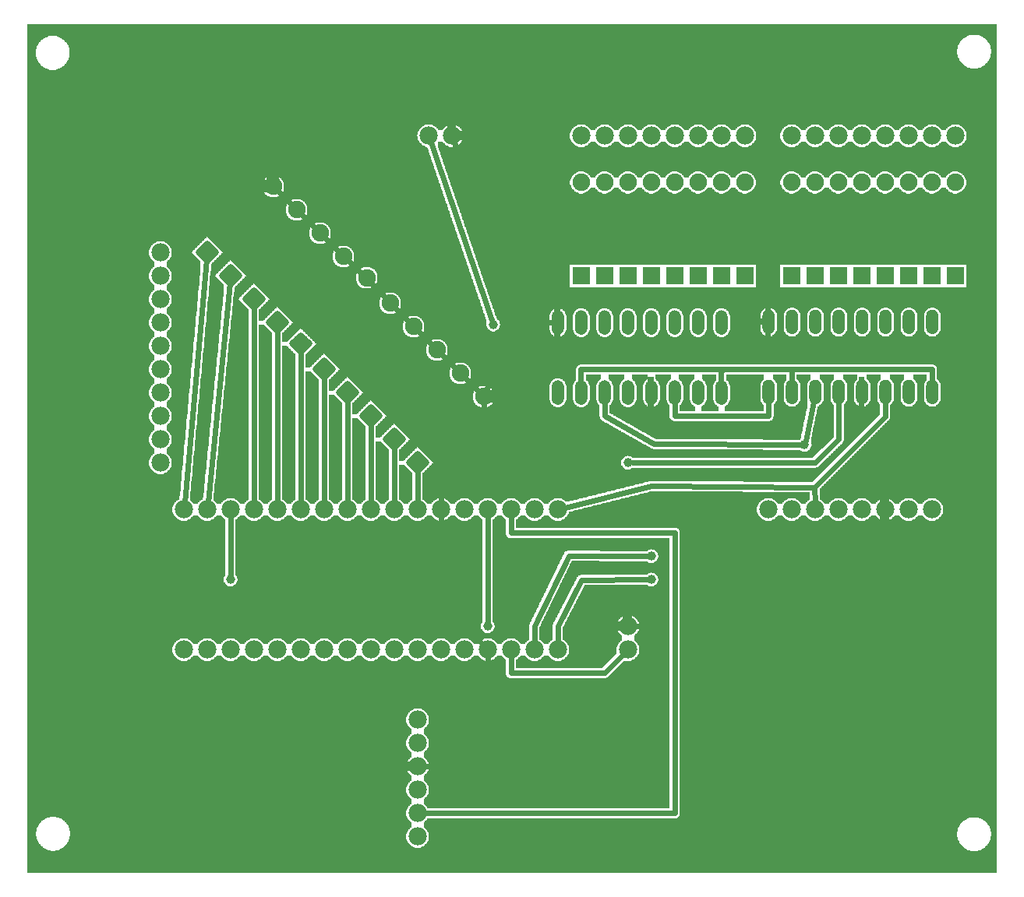
<source format=gbl>
G04 MADE WITH FRITZING*
G04 WWW.FRITZING.ORG*
G04 DOUBLE SIDED*
G04 HOLES PLATED*
G04 CONTOUR ON CENTER OF CONTOUR VECTOR*
%ASAXBY*%
%FSLAX23Y23*%
%MOIN*%
%OFA0B0*%
%SFA1.0B1.0*%
%ADD10C,0.075000*%
%ADD11C,0.078000*%
%ADD12C,0.039370*%
%ADD13C,0.052000*%
%ADD14R,0.075000X0.075000*%
%ADD15C,0.024000*%
%ADD16C,0.020000*%
%ADD17R,0.001000X0.001000*%
%LNCOPPER0*%
G90*
G70*
G54D10*
X3101Y2110D03*
X270Y3568D03*
G54D11*
X710Y996D03*
X810Y996D03*
X910Y996D03*
X1010Y996D03*
X1110Y996D03*
X1210Y996D03*
X1310Y996D03*
X1410Y996D03*
X1510Y996D03*
X1610Y996D03*
X1710Y996D03*
X1810Y996D03*
X1910Y996D03*
X2010Y996D03*
X2110Y996D03*
X2210Y996D03*
X2310Y996D03*
X710Y1596D03*
X810Y1596D03*
X910Y1596D03*
X1010Y1596D03*
X1110Y1596D03*
X1210Y1596D03*
X1310Y1596D03*
X1410Y1596D03*
X1510Y1596D03*
X1610Y1596D03*
X1710Y1596D03*
X1810Y1596D03*
X1910Y1596D03*
X2010Y1596D03*
X2110Y1596D03*
X2210Y1596D03*
X2310Y1596D03*
G54D12*
X3365Y1872D03*
G54D13*
X3912Y2398D03*
X3812Y2398D03*
X3712Y2398D03*
X3612Y2398D03*
X3512Y2398D03*
X3412Y2398D03*
X3312Y2398D03*
X3212Y2398D03*
X3212Y2098D03*
X3312Y2098D03*
X3412Y2098D03*
X3512Y2098D03*
X3612Y2098D03*
X3712Y2098D03*
X3812Y2098D03*
X3912Y2098D03*
X3010Y2396D03*
X2910Y2396D03*
X2810Y2396D03*
X2710Y2396D03*
X2610Y2396D03*
X2510Y2396D03*
X2410Y2396D03*
X2310Y2396D03*
X2310Y2096D03*
X2410Y2096D03*
X2510Y2096D03*
X2610Y2096D03*
X2710Y2096D03*
X2810Y2096D03*
X2910Y2096D03*
X3010Y2096D03*
G54D11*
X1710Y696D03*
X1710Y596D03*
X1710Y496D03*
X1710Y396D03*
X1710Y296D03*
X1710Y196D03*
X2610Y1096D03*
X2610Y996D03*
X1758Y3196D03*
X1858Y3196D03*
G54D10*
X2510Y2596D03*
X2510Y2996D03*
X2910Y2596D03*
X2910Y2996D03*
X910Y2596D03*
X1193Y2879D03*
X1110Y2396D03*
X1393Y2679D03*
G54D12*
X2034Y2388D03*
G54D10*
X1010Y2496D03*
X1293Y2779D03*
G54D12*
X910Y1296D03*
G54D10*
X3010Y2596D03*
X3010Y2996D03*
X2810Y2596D03*
X2810Y2996D03*
G54D12*
X2710Y1396D03*
G54D10*
X1210Y2305D03*
X1493Y2588D03*
X3110Y2596D03*
X3110Y2996D03*
X2610Y2596D03*
X2610Y2996D03*
G54D12*
X2710Y1296D03*
G54D10*
X2710Y2596D03*
X2710Y2996D03*
X2410Y2596D03*
X2410Y2996D03*
G54D12*
X2010Y1096D03*
G54D10*
X810Y2696D03*
X1093Y2979D03*
G54D11*
X610Y1796D03*
X610Y1896D03*
X610Y1996D03*
X610Y2096D03*
X610Y2196D03*
X610Y2296D03*
X610Y2396D03*
X610Y2496D03*
X610Y2596D03*
X610Y2696D03*
G54D10*
X3610Y2596D03*
X3610Y2996D03*
G54D11*
X2410Y3196D03*
X2510Y3196D03*
X2610Y3196D03*
X2710Y3196D03*
X2810Y3196D03*
X2910Y3196D03*
X3010Y3196D03*
X3110Y3196D03*
G54D10*
X3510Y2596D03*
X3510Y2996D03*
G54D11*
X3310Y3196D03*
X3410Y3196D03*
X3510Y3196D03*
X3610Y3196D03*
X3710Y3196D03*
X3810Y3196D03*
X3910Y3196D03*
X4010Y3196D03*
G54D10*
X3710Y2596D03*
X3710Y2996D03*
X3910Y2596D03*
X3910Y2996D03*
X4010Y2596D03*
X4010Y2996D03*
X3810Y2596D03*
X3810Y2996D03*
X1310Y2196D03*
X1593Y2479D03*
G54D11*
X3210Y1596D03*
X3310Y1596D03*
X3410Y1596D03*
X3510Y1596D03*
X3610Y1596D03*
X3710Y1596D03*
X3810Y1596D03*
X3910Y1596D03*
G54D10*
X1410Y2096D03*
X1693Y2379D03*
X1510Y1996D03*
X1793Y2279D03*
X1610Y1896D03*
X1893Y2179D03*
X3410Y2596D03*
X3410Y2996D03*
X1710Y1796D03*
X1993Y2079D03*
X3310Y2596D03*
X3310Y2996D03*
G54D12*
X2610Y1796D03*
G54D14*
X2510Y2596D03*
X2910Y2596D03*
X3010Y2596D03*
X2810Y2596D03*
X3110Y2596D03*
X2610Y2596D03*
X2710Y2596D03*
X2410Y2596D03*
X3610Y2596D03*
X3510Y2596D03*
X3710Y2596D03*
X3910Y2596D03*
X4010Y2596D03*
X3810Y2596D03*
X3410Y2596D03*
X3310Y2596D03*
G54D15*
X3910Y2195D02*
X3911Y2125D01*
D02*
X3310Y2195D02*
X3910Y2195D01*
D02*
X3408Y1691D02*
X2710Y1696D01*
D02*
X2710Y1696D02*
X2339Y1603D01*
D02*
X3710Y1994D02*
X3408Y1691D01*
D02*
X3711Y2071D02*
X3710Y1994D01*
D02*
X3408Y1691D02*
X3409Y1626D01*
D02*
X1811Y1197D02*
X1810Y1566D01*
D02*
X1989Y1017D02*
X1811Y1197D01*
D02*
X1913Y2158D02*
X1973Y2099D01*
D02*
X1813Y2258D02*
X1873Y2199D01*
D02*
X1713Y2358D02*
X1773Y2299D01*
D02*
X1613Y2458D02*
X1673Y2399D01*
D02*
X1512Y2567D02*
X1573Y2500D01*
D02*
X1414Y2659D02*
X1472Y2607D01*
D02*
X1313Y2758D02*
X1373Y2699D01*
D02*
X1213Y2858D02*
X1273Y2799D01*
D02*
X1173Y2899D02*
X1113Y2958D01*
D02*
X2124Y2395D02*
X1867Y3167D01*
D02*
X2004Y2105D02*
X2124Y2395D01*
D02*
X2124Y2395D02*
X2283Y2396D01*
D02*
X910Y1315D02*
X910Y1566D01*
D02*
X2010Y1115D02*
X2010Y1566D01*
D02*
X2310Y1097D02*
X2310Y1026D01*
D02*
X2412Y1294D02*
X2310Y1097D01*
D02*
X2691Y1296D02*
X2412Y1294D01*
D02*
X2209Y1097D02*
X2210Y1026D01*
D02*
X2356Y1398D02*
X2209Y1097D01*
D02*
X2691Y1396D02*
X2356Y1398D01*
D02*
X2109Y896D02*
X2110Y966D01*
D02*
X2509Y896D02*
X2109Y896D01*
D02*
X2589Y975D02*
X2509Y896D01*
D02*
X2109Y1495D02*
X2110Y1566D01*
D02*
X2809Y1497D02*
X2109Y1495D01*
D02*
X2809Y295D02*
X2809Y1497D01*
D02*
X1740Y296D02*
X2809Y295D01*
D02*
X1740Y496D02*
X2009Y494D01*
D02*
X2009Y794D02*
X2010Y966D01*
D02*
X2009Y494D02*
X2009Y794D01*
D02*
X713Y1626D02*
X807Y2667D01*
D02*
X813Y1626D02*
X907Y2567D01*
D02*
X1010Y1626D02*
X1010Y2467D01*
D02*
X1110Y1626D02*
X1110Y2367D01*
D02*
X1210Y1626D02*
X1210Y2276D01*
D02*
X1310Y1626D02*
X1310Y2167D01*
D02*
X1410Y1626D02*
X1410Y2067D01*
D02*
X1510Y1626D02*
X1510Y1967D01*
D02*
X1610Y1626D02*
X1610Y1867D01*
D02*
X1710Y1626D02*
X1710Y1767D01*
D02*
X3512Y1895D02*
X3512Y2071D01*
D02*
X3410Y1797D02*
X3512Y1895D01*
D02*
X2629Y1796D02*
X3410Y1797D01*
D02*
X1811Y1696D02*
X1810Y1626D01*
D02*
X1997Y1881D02*
X1811Y1696D01*
D02*
X1993Y2050D02*
X1997Y1881D01*
D02*
X3211Y1996D02*
X3212Y2071D01*
D02*
X2809Y1997D02*
X3211Y1996D01*
D02*
X2810Y2069D02*
X2809Y1997D01*
D02*
X3369Y1891D02*
X3406Y2072D01*
D02*
X2720Y1877D02*
X3346Y1872D01*
D02*
X2511Y1995D02*
X2720Y1877D01*
D02*
X2511Y1997D02*
X2511Y1995D01*
D02*
X2510Y2069D02*
X2511Y1997D01*
D02*
X3310Y2195D02*
X3311Y2125D01*
D02*
X3211Y2195D02*
X3310Y2195D01*
D02*
X3011Y2195D02*
X3211Y2195D01*
D02*
X2027Y2406D02*
X1768Y3167D01*
D02*
X2710Y1094D02*
X2640Y1095D01*
D02*
X2710Y797D02*
X2710Y1094D01*
D02*
X2009Y794D02*
X2710Y797D01*
G36*
X1032Y2388D02*
X1032Y1638D01*
X1034Y1638D01*
X1034Y1636D01*
X1036Y1636D01*
X1036Y1634D01*
X1040Y1634D01*
X1040Y1632D01*
X1042Y1632D01*
X1042Y1630D01*
X1044Y1630D01*
X1044Y1628D01*
X1046Y1628D01*
X1046Y1626D01*
X1048Y1626D01*
X1048Y1622D01*
X1050Y1622D01*
X1050Y1620D01*
X1070Y1620D01*
X1070Y1624D01*
X1072Y1624D01*
X1072Y1626D01*
X1074Y1626D01*
X1074Y1628D01*
X1076Y1628D01*
X1076Y1630D01*
X1078Y1630D01*
X1078Y1632D01*
X1080Y1632D01*
X1080Y1634D01*
X1084Y1634D01*
X1084Y1636D01*
X1086Y1636D01*
X1086Y1638D01*
X1088Y1638D01*
X1088Y2352D01*
X1086Y2352D01*
X1086Y2354D01*
X1084Y2354D01*
X1084Y2356D01*
X1082Y2356D01*
X1082Y2358D01*
X1080Y2358D01*
X1080Y2360D01*
X1078Y2360D01*
X1078Y2362D01*
X1076Y2362D01*
X1076Y2364D01*
X1074Y2364D01*
X1074Y2366D01*
X1072Y2366D01*
X1072Y2368D01*
X1070Y2368D01*
X1070Y2370D01*
X1068Y2370D01*
X1068Y2372D01*
X1066Y2372D01*
X1066Y2374D01*
X1064Y2374D01*
X1064Y2376D01*
X1062Y2376D01*
X1062Y2378D01*
X1060Y2378D01*
X1060Y2380D01*
X1058Y2380D01*
X1058Y2382D01*
X1056Y2382D01*
X1056Y2384D01*
X1054Y2384D01*
X1054Y2386D01*
X1052Y2386D01*
X1052Y2388D01*
X1032Y2388D01*
G37*
D02*
G36*
X1132Y2296D02*
X1132Y1638D01*
X1134Y1638D01*
X1134Y1636D01*
X1136Y1636D01*
X1136Y1634D01*
X1140Y1634D01*
X1140Y1632D01*
X1142Y1632D01*
X1142Y1630D01*
X1144Y1630D01*
X1144Y1628D01*
X1146Y1628D01*
X1146Y1626D01*
X1148Y1626D01*
X1148Y1622D01*
X1150Y1622D01*
X1150Y1620D01*
X1170Y1620D01*
X1170Y1624D01*
X1172Y1624D01*
X1172Y1626D01*
X1174Y1626D01*
X1174Y1628D01*
X1176Y1628D01*
X1176Y1630D01*
X1178Y1630D01*
X1178Y1632D01*
X1180Y1632D01*
X1180Y1634D01*
X1184Y1634D01*
X1184Y1636D01*
X1186Y1636D01*
X1186Y1638D01*
X1188Y1638D01*
X1188Y2260D01*
X1186Y2260D01*
X1186Y2262D01*
X1184Y2262D01*
X1184Y2264D01*
X1182Y2264D01*
X1182Y2266D01*
X1180Y2266D01*
X1180Y2268D01*
X1178Y2268D01*
X1178Y2270D01*
X1176Y2270D01*
X1176Y2272D01*
X1174Y2272D01*
X1174Y2274D01*
X1172Y2274D01*
X1172Y2276D01*
X1170Y2276D01*
X1170Y2278D01*
X1168Y2278D01*
X1168Y2280D01*
X1166Y2280D01*
X1166Y2282D01*
X1164Y2282D01*
X1164Y2284D01*
X1162Y2284D01*
X1162Y2286D01*
X1160Y2286D01*
X1160Y2288D01*
X1158Y2288D01*
X1158Y2290D01*
X1156Y2290D01*
X1156Y2292D01*
X1154Y2292D01*
X1154Y2294D01*
X1152Y2294D01*
X1152Y2296D01*
X1132Y2296D01*
G37*
D02*
G36*
X1232Y2188D02*
X1232Y1638D01*
X1234Y1638D01*
X1234Y1636D01*
X1236Y1636D01*
X1236Y1634D01*
X1240Y1634D01*
X1240Y1632D01*
X1242Y1632D01*
X1242Y1630D01*
X1244Y1630D01*
X1244Y1628D01*
X1246Y1628D01*
X1246Y1626D01*
X1248Y1626D01*
X1248Y1622D01*
X1250Y1622D01*
X1250Y1620D01*
X1270Y1620D01*
X1270Y1624D01*
X1272Y1624D01*
X1272Y1626D01*
X1274Y1626D01*
X1274Y1628D01*
X1276Y1628D01*
X1276Y1630D01*
X1278Y1630D01*
X1278Y1632D01*
X1280Y1632D01*
X1280Y1634D01*
X1284Y1634D01*
X1284Y1636D01*
X1286Y1636D01*
X1286Y1638D01*
X1288Y1638D01*
X1288Y2152D01*
X1286Y2152D01*
X1286Y2154D01*
X1284Y2154D01*
X1284Y2156D01*
X1282Y2156D01*
X1282Y2158D01*
X1280Y2158D01*
X1280Y2160D01*
X1278Y2160D01*
X1278Y2162D01*
X1276Y2162D01*
X1276Y2164D01*
X1274Y2164D01*
X1274Y2166D01*
X1272Y2166D01*
X1272Y2168D01*
X1270Y2168D01*
X1270Y2170D01*
X1268Y2170D01*
X1268Y2172D01*
X1266Y2172D01*
X1266Y2174D01*
X1264Y2174D01*
X1264Y2176D01*
X1262Y2176D01*
X1262Y2178D01*
X1260Y2178D01*
X1260Y2180D01*
X1258Y2180D01*
X1258Y2182D01*
X1256Y2182D01*
X1256Y2184D01*
X1254Y2184D01*
X1254Y2186D01*
X1252Y2186D01*
X1252Y2188D01*
X1232Y2188D01*
G37*
D02*
G36*
X2526Y2172D02*
X2526Y2152D01*
X2530Y2152D01*
X2530Y2150D01*
X2532Y2150D01*
X2532Y2148D01*
X2534Y2148D01*
X2534Y2146D01*
X2536Y2146D01*
X2536Y2144D01*
X2538Y2144D01*
X2538Y2142D01*
X2540Y2142D01*
X2540Y2138D01*
X2542Y2138D01*
X2542Y2134D01*
X2544Y2134D01*
X2544Y2128D01*
X2546Y2128D01*
X2546Y2062D01*
X2544Y2062D01*
X2544Y2056D01*
X2542Y2056D01*
X2542Y2052D01*
X2540Y2052D01*
X2540Y2050D01*
X2538Y2050D01*
X2538Y2046D01*
X2536Y2046D01*
X2536Y2044D01*
X2534Y2044D01*
X2534Y2042D01*
X2532Y2042D01*
X2532Y2034D01*
X2600Y2034D01*
X2600Y2036D01*
X2596Y2036D01*
X2596Y2038D01*
X2592Y2038D01*
X2592Y2040D01*
X2590Y2040D01*
X2590Y2042D01*
X2586Y2042D01*
X2586Y2044D01*
X2584Y2044D01*
X2584Y2046D01*
X2582Y2046D01*
X2582Y2050D01*
X2580Y2050D01*
X2580Y2052D01*
X2578Y2052D01*
X2578Y2056D01*
X2576Y2056D01*
X2576Y2062D01*
X2574Y2062D01*
X2574Y2130D01*
X2576Y2130D01*
X2576Y2136D01*
X2578Y2136D01*
X2578Y2138D01*
X2580Y2138D01*
X2580Y2142D01*
X2582Y2142D01*
X2582Y2144D01*
X2584Y2144D01*
X2584Y2146D01*
X2586Y2146D01*
X2586Y2148D01*
X2588Y2148D01*
X2588Y2150D01*
X2590Y2150D01*
X2590Y2152D01*
X2594Y2152D01*
X2594Y2172D01*
X2526Y2172D01*
G37*
D02*
G36*
X2626Y2172D02*
X2626Y2152D01*
X2630Y2152D01*
X2630Y2150D01*
X2632Y2150D01*
X2632Y2148D01*
X2634Y2148D01*
X2634Y2146D01*
X2636Y2146D01*
X2636Y2144D01*
X2638Y2144D01*
X2638Y2142D01*
X2640Y2142D01*
X2640Y2138D01*
X2642Y2138D01*
X2642Y2134D01*
X2644Y2134D01*
X2644Y2128D01*
X2646Y2128D01*
X2646Y2062D01*
X2644Y2062D01*
X2644Y2056D01*
X2642Y2056D01*
X2642Y2052D01*
X2640Y2052D01*
X2640Y2050D01*
X2638Y2050D01*
X2638Y2046D01*
X2636Y2046D01*
X2636Y2044D01*
X2634Y2044D01*
X2634Y2042D01*
X2630Y2042D01*
X2630Y2040D01*
X2628Y2040D01*
X2628Y2038D01*
X2624Y2038D01*
X2624Y2036D01*
X2620Y2036D01*
X2620Y2034D01*
X2700Y2034D01*
X2700Y2036D01*
X2696Y2036D01*
X2696Y2038D01*
X2692Y2038D01*
X2692Y2040D01*
X2690Y2040D01*
X2690Y2042D01*
X2686Y2042D01*
X2686Y2044D01*
X2684Y2044D01*
X2684Y2046D01*
X2682Y2046D01*
X2682Y2050D01*
X2680Y2050D01*
X2680Y2052D01*
X2678Y2052D01*
X2678Y2056D01*
X2676Y2056D01*
X2676Y2062D01*
X2674Y2062D01*
X2674Y2130D01*
X2676Y2130D01*
X2676Y2136D01*
X2678Y2136D01*
X2678Y2138D01*
X2680Y2138D01*
X2680Y2142D01*
X2682Y2142D01*
X2682Y2144D01*
X2684Y2144D01*
X2684Y2146D01*
X2686Y2146D01*
X2686Y2148D01*
X2688Y2148D01*
X2688Y2150D01*
X2690Y2150D01*
X2690Y2152D01*
X2694Y2152D01*
X2694Y2172D01*
X2626Y2172D01*
G37*
D02*
G36*
X2726Y2172D02*
X2726Y2152D01*
X2730Y2152D01*
X2730Y2150D01*
X2732Y2150D01*
X2732Y2148D01*
X2734Y2148D01*
X2734Y2146D01*
X2736Y2146D01*
X2736Y2144D01*
X2738Y2144D01*
X2738Y2142D01*
X2740Y2142D01*
X2740Y2138D01*
X2742Y2138D01*
X2742Y2134D01*
X2744Y2134D01*
X2744Y2128D01*
X2746Y2128D01*
X2746Y2062D01*
X2744Y2062D01*
X2744Y2056D01*
X2742Y2056D01*
X2742Y2052D01*
X2740Y2052D01*
X2740Y2050D01*
X2738Y2050D01*
X2738Y2046D01*
X2736Y2046D01*
X2736Y2044D01*
X2734Y2044D01*
X2734Y2042D01*
X2730Y2042D01*
X2730Y2040D01*
X2728Y2040D01*
X2728Y2038D01*
X2724Y2038D01*
X2724Y2036D01*
X2720Y2036D01*
X2720Y2034D01*
X2788Y2034D01*
X2788Y2042D01*
X2786Y2042D01*
X2786Y2044D01*
X2784Y2044D01*
X2784Y2046D01*
X2782Y2046D01*
X2782Y2050D01*
X2780Y2050D01*
X2780Y2052D01*
X2778Y2052D01*
X2778Y2056D01*
X2776Y2056D01*
X2776Y2062D01*
X2774Y2062D01*
X2774Y2130D01*
X2776Y2130D01*
X2776Y2136D01*
X2778Y2136D01*
X2778Y2138D01*
X2780Y2138D01*
X2780Y2142D01*
X2782Y2142D01*
X2782Y2144D01*
X2784Y2144D01*
X2784Y2146D01*
X2786Y2146D01*
X2786Y2148D01*
X2788Y2148D01*
X2788Y2150D01*
X2790Y2150D01*
X2790Y2152D01*
X2794Y2152D01*
X2794Y2172D01*
X2726Y2172D01*
G37*
D02*
G36*
X3232Y2172D02*
X3232Y2152D01*
X3234Y2152D01*
X3234Y2150D01*
X3236Y2150D01*
X3236Y2148D01*
X3238Y2148D01*
X3238Y2146D01*
X3240Y2146D01*
X3240Y2144D01*
X3242Y2144D01*
X3242Y2140D01*
X3244Y2140D01*
X3244Y2136D01*
X3246Y2136D01*
X3246Y2130D01*
X3248Y2130D01*
X3248Y2066D01*
X3246Y2066D01*
X3246Y2060D01*
X3244Y2060D01*
X3244Y2056D01*
X3242Y2056D01*
X3242Y2052D01*
X3240Y2052D01*
X3240Y2050D01*
X3238Y2050D01*
X3238Y2048D01*
X3236Y2048D01*
X3236Y2046D01*
X3234Y2046D01*
X3234Y2036D01*
X3304Y2036D01*
X3304Y2038D01*
X3298Y2038D01*
X3298Y2040D01*
X3294Y2040D01*
X3294Y2042D01*
X3292Y2042D01*
X3292Y2044D01*
X3288Y2044D01*
X3288Y2046D01*
X3286Y2046D01*
X3286Y2048D01*
X3284Y2048D01*
X3284Y2052D01*
X3282Y2052D01*
X3282Y2054D01*
X3280Y2054D01*
X3280Y2058D01*
X3278Y2058D01*
X3278Y2064D01*
X3276Y2064D01*
X3276Y2132D01*
X3278Y2132D01*
X3278Y2138D01*
X3280Y2138D01*
X3280Y2142D01*
X3282Y2142D01*
X3282Y2144D01*
X3284Y2144D01*
X3284Y2148D01*
X3286Y2148D01*
X3286Y2150D01*
X3288Y2150D01*
X3288Y2172D01*
X3232Y2172D01*
G37*
D02*
G36*
X3332Y2172D02*
X3332Y2152D01*
X3334Y2152D01*
X3334Y2150D01*
X3336Y2150D01*
X3336Y2148D01*
X3338Y2148D01*
X3338Y2146D01*
X3340Y2146D01*
X3340Y2144D01*
X3342Y2144D01*
X3342Y2140D01*
X3344Y2140D01*
X3344Y2136D01*
X3346Y2136D01*
X3346Y2130D01*
X3348Y2130D01*
X3348Y2066D01*
X3346Y2066D01*
X3346Y2060D01*
X3344Y2060D01*
X3344Y2056D01*
X3342Y2056D01*
X3342Y2052D01*
X3340Y2052D01*
X3340Y2050D01*
X3338Y2050D01*
X3338Y2048D01*
X3336Y2048D01*
X3336Y2046D01*
X3334Y2046D01*
X3334Y2044D01*
X3332Y2044D01*
X3332Y2042D01*
X3328Y2042D01*
X3328Y2040D01*
X3326Y2040D01*
X3326Y2038D01*
X3320Y2038D01*
X3320Y2036D01*
X3376Y2036D01*
X3376Y2038D01*
X3378Y2038D01*
X3378Y2064D01*
X3376Y2064D01*
X3376Y2132D01*
X3378Y2132D01*
X3378Y2138D01*
X3380Y2138D01*
X3380Y2142D01*
X3382Y2142D01*
X3382Y2144D01*
X3384Y2144D01*
X3384Y2148D01*
X3386Y2148D01*
X3386Y2150D01*
X3390Y2150D01*
X3390Y2152D01*
X3392Y2152D01*
X3392Y2172D01*
X3332Y2172D01*
G37*
D02*
G36*
X3234Y2036D02*
X3234Y2034D01*
X3376Y2034D01*
X3376Y2036D01*
X3234Y2036D01*
G37*
D02*
G36*
X3234Y2036D02*
X3234Y2034D01*
X3376Y2034D01*
X3376Y2036D01*
X3234Y2036D01*
G37*
D02*
G36*
X2532Y2034D02*
X2532Y2032D01*
X2788Y2032D01*
X2788Y2034D01*
X2532Y2034D01*
G37*
D02*
G36*
X2532Y2034D02*
X2532Y2032D01*
X2788Y2032D01*
X2788Y2034D01*
X2532Y2034D01*
G37*
D02*
G36*
X2532Y2034D02*
X2532Y2032D01*
X2788Y2032D01*
X2788Y2034D01*
X2532Y2034D01*
G37*
D02*
G36*
X3234Y2034D02*
X3234Y1994D01*
X3232Y1994D01*
X3232Y1986D01*
X3230Y1986D01*
X3230Y1984D01*
X3228Y1984D01*
X3228Y1980D01*
X3226Y1980D01*
X3226Y1978D01*
X3222Y1978D01*
X3222Y1976D01*
X3218Y1976D01*
X3218Y1974D01*
X3364Y1974D01*
X3364Y1980D01*
X3366Y1980D01*
X3366Y1988D01*
X3368Y1988D01*
X3368Y1998D01*
X3370Y1998D01*
X3370Y2008D01*
X3372Y2008D01*
X3372Y2018D01*
X3374Y2018D01*
X3374Y2028D01*
X3376Y2028D01*
X3376Y2034D01*
X3234Y2034D01*
G37*
D02*
G36*
X2532Y2032D02*
X2532Y2008D01*
X2534Y2008D01*
X2534Y2006D01*
X2538Y2006D01*
X2538Y2004D01*
X2542Y2004D01*
X2542Y2002D01*
X2546Y2002D01*
X2546Y2000D01*
X2548Y2000D01*
X2548Y1998D01*
X2552Y1998D01*
X2552Y1996D01*
X2556Y1996D01*
X2556Y1994D01*
X2560Y1994D01*
X2560Y1992D01*
X2562Y1992D01*
X2562Y1990D01*
X2566Y1990D01*
X2566Y1988D01*
X2570Y1988D01*
X2570Y1986D01*
X2574Y1986D01*
X2574Y1984D01*
X2576Y1984D01*
X2576Y1982D01*
X2580Y1982D01*
X2580Y1980D01*
X2584Y1980D01*
X2584Y1978D01*
X2588Y1978D01*
X2588Y1976D01*
X2592Y1976D01*
X2592Y1974D01*
X2804Y1974D01*
X2804Y1976D01*
X2798Y1976D01*
X2798Y1978D01*
X2796Y1978D01*
X2796Y1980D01*
X2794Y1980D01*
X2794Y1982D01*
X2792Y1982D01*
X2792Y1984D01*
X2790Y1984D01*
X2790Y1988D01*
X2788Y1988D01*
X2788Y1994D01*
X2786Y1994D01*
X2786Y2016D01*
X2788Y2016D01*
X2788Y2032D01*
X2532Y2032D01*
G37*
D02*
G36*
X2594Y1974D02*
X2594Y1972D01*
X3364Y1972D01*
X3364Y1974D01*
X2594Y1974D01*
G37*
D02*
G36*
X2594Y1974D02*
X2594Y1972D01*
X3364Y1972D01*
X3364Y1974D01*
X2594Y1974D01*
G37*
D02*
G36*
X2598Y1972D02*
X2598Y1970D01*
X2602Y1970D01*
X2602Y1968D01*
X2606Y1968D01*
X2606Y1966D01*
X2608Y1966D01*
X2608Y1964D01*
X2612Y1964D01*
X2612Y1962D01*
X2616Y1962D01*
X2616Y1960D01*
X2620Y1960D01*
X2620Y1958D01*
X2622Y1958D01*
X2622Y1956D01*
X2626Y1956D01*
X2626Y1954D01*
X2630Y1954D01*
X2630Y1952D01*
X2634Y1952D01*
X2634Y1950D01*
X2636Y1950D01*
X2636Y1948D01*
X2640Y1948D01*
X2640Y1946D01*
X2644Y1946D01*
X2644Y1944D01*
X2648Y1944D01*
X2648Y1942D01*
X2652Y1942D01*
X2652Y1940D01*
X2654Y1940D01*
X2654Y1938D01*
X2658Y1938D01*
X2658Y1936D01*
X2662Y1936D01*
X2662Y1934D01*
X2666Y1934D01*
X2666Y1932D01*
X2668Y1932D01*
X2668Y1930D01*
X2672Y1930D01*
X2672Y1928D01*
X2676Y1928D01*
X2676Y1926D01*
X2680Y1926D01*
X2680Y1924D01*
X2682Y1924D01*
X2682Y1922D01*
X2686Y1922D01*
X2686Y1920D01*
X2690Y1920D01*
X2690Y1918D01*
X2694Y1918D01*
X2694Y1916D01*
X2698Y1916D01*
X2698Y1914D01*
X2700Y1914D01*
X2700Y1912D01*
X2704Y1912D01*
X2704Y1910D01*
X2708Y1910D01*
X2708Y1908D01*
X2712Y1908D01*
X2712Y1906D01*
X2714Y1906D01*
X2714Y1904D01*
X2718Y1904D01*
X2718Y1902D01*
X2722Y1902D01*
X2722Y1900D01*
X2726Y1900D01*
X2726Y1898D01*
X2936Y1898D01*
X2936Y1896D01*
X3188Y1896D01*
X3188Y1894D01*
X3348Y1894D01*
X3348Y1900D01*
X3350Y1900D01*
X3350Y1910D01*
X3352Y1910D01*
X3352Y1920D01*
X3354Y1920D01*
X3354Y1930D01*
X3356Y1930D01*
X3356Y1940D01*
X3358Y1940D01*
X3358Y1950D01*
X3360Y1950D01*
X3360Y1960D01*
X3362Y1960D01*
X3362Y1970D01*
X3364Y1970D01*
X3364Y1972D01*
X2598Y1972D01*
G37*
D02*
G36*
X2826Y2172D02*
X2826Y2152D01*
X2830Y2152D01*
X2830Y2150D01*
X2832Y2150D01*
X2832Y2148D01*
X2834Y2148D01*
X2834Y2146D01*
X2836Y2146D01*
X2836Y2144D01*
X2838Y2144D01*
X2838Y2142D01*
X2840Y2142D01*
X2840Y2138D01*
X2842Y2138D01*
X2842Y2134D01*
X2844Y2134D01*
X2844Y2128D01*
X2846Y2128D01*
X2846Y2062D01*
X2844Y2062D01*
X2844Y2056D01*
X2842Y2056D01*
X2842Y2052D01*
X2840Y2052D01*
X2840Y2050D01*
X2838Y2050D01*
X2838Y2046D01*
X2836Y2046D01*
X2836Y2044D01*
X2834Y2044D01*
X2834Y2042D01*
X2832Y2042D01*
X2832Y2018D01*
X2896Y2018D01*
X2896Y2038D01*
X2892Y2038D01*
X2892Y2040D01*
X2890Y2040D01*
X2890Y2042D01*
X2886Y2042D01*
X2886Y2044D01*
X2884Y2044D01*
X2884Y2046D01*
X2882Y2046D01*
X2882Y2050D01*
X2880Y2050D01*
X2880Y2052D01*
X2878Y2052D01*
X2878Y2056D01*
X2876Y2056D01*
X2876Y2062D01*
X2874Y2062D01*
X2874Y2130D01*
X2876Y2130D01*
X2876Y2136D01*
X2878Y2136D01*
X2878Y2138D01*
X2880Y2138D01*
X2880Y2142D01*
X2882Y2142D01*
X2882Y2144D01*
X2884Y2144D01*
X2884Y2146D01*
X2886Y2146D01*
X2886Y2148D01*
X2888Y2148D01*
X2888Y2150D01*
X2890Y2150D01*
X2890Y2152D01*
X2894Y2152D01*
X2894Y2172D01*
X2826Y2172D01*
G37*
D02*
G36*
X2926Y2172D02*
X2926Y2152D01*
X2930Y2152D01*
X2930Y2150D01*
X2932Y2150D01*
X2932Y2148D01*
X2934Y2148D01*
X2934Y2146D01*
X2936Y2146D01*
X2936Y2144D01*
X2938Y2144D01*
X2938Y2142D01*
X2940Y2142D01*
X2940Y2138D01*
X2942Y2138D01*
X2942Y2134D01*
X2944Y2134D01*
X2944Y2128D01*
X2946Y2128D01*
X2946Y2062D01*
X2944Y2062D01*
X2944Y2056D01*
X2942Y2056D01*
X2942Y2052D01*
X2940Y2052D01*
X2940Y2050D01*
X2938Y2050D01*
X2938Y2046D01*
X2936Y2046D01*
X2936Y2044D01*
X2934Y2044D01*
X2934Y2042D01*
X2930Y2042D01*
X2930Y2040D01*
X2928Y2040D01*
X2928Y2038D01*
X2924Y2038D01*
X2924Y2018D01*
X2996Y2018D01*
X2996Y2038D01*
X2992Y2038D01*
X2992Y2040D01*
X2990Y2040D01*
X2990Y2042D01*
X2986Y2042D01*
X2986Y2044D01*
X2984Y2044D01*
X2984Y2046D01*
X2982Y2046D01*
X2982Y2050D01*
X2980Y2050D01*
X2980Y2052D01*
X2978Y2052D01*
X2978Y2056D01*
X2976Y2056D01*
X2976Y2062D01*
X2974Y2062D01*
X2974Y2130D01*
X2976Y2130D01*
X2976Y2136D01*
X2978Y2136D01*
X2978Y2138D01*
X2980Y2138D01*
X2980Y2142D01*
X2982Y2142D01*
X2982Y2144D01*
X2984Y2144D01*
X2984Y2146D01*
X2986Y2146D01*
X2986Y2148D01*
X2988Y2148D01*
X2988Y2172D01*
X2926Y2172D01*
G37*
D02*
G36*
X3032Y2172D02*
X3032Y2148D01*
X3034Y2148D01*
X3034Y2146D01*
X3036Y2146D01*
X3036Y2144D01*
X3038Y2144D01*
X3038Y2142D01*
X3040Y2142D01*
X3040Y2138D01*
X3042Y2138D01*
X3042Y2134D01*
X3044Y2134D01*
X3044Y2128D01*
X3046Y2128D01*
X3046Y2062D01*
X3044Y2062D01*
X3044Y2056D01*
X3042Y2056D01*
X3042Y2052D01*
X3040Y2052D01*
X3040Y2050D01*
X3038Y2050D01*
X3038Y2046D01*
X3036Y2046D01*
X3036Y2044D01*
X3034Y2044D01*
X3034Y2042D01*
X3030Y2042D01*
X3030Y2040D01*
X3028Y2040D01*
X3028Y2038D01*
X3024Y2038D01*
X3024Y2018D01*
X3190Y2018D01*
X3190Y2044D01*
X3188Y2044D01*
X3188Y2046D01*
X3186Y2046D01*
X3186Y2048D01*
X3184Y2048D01*
X3184Y2052D01*
X3182Y2052D01*
X3182Y2054D01*
X3180Y2054D01*
X3180Y2058D01*
X3178Y2058D01*
X3178Y2064D01*
X3176Y2064D01*
X3176Y2132D01*
X3178Y2132D01*
X3178Y2138D01*
X3180Y2138D01*
X3180Y2142D01*
X3182Y2142D01*
X3182Y2144D01*
X3184Y2144D01*
X3184Y2148D01*
X3186Y2148D01*
X3186Y2150D01*
X3190Y2150D01*
X3190Y2152D01*
X3192Y2152D01*
X3192Y2172D01*
X3032Y2172D01*
G37*
D02*
G36*
X1332Y2088D02*
X1332Y1638D01*
X1334Y1638D01*
X1334Y1636D01*
X1336Y1636D01*
X1336Y1634D01*
X1340Y1634D01*
X1340Y1632D01*
X1342Y1632D01*
X1342Y1630D01*
X1344Y1630D01*
X1344Y1628D01*
X1346Y1628D01*
X1346Y1626D01*
X1348Y1626D01*
X1348Y1622D01*
X1350Y1622D01*
X1350Y1620D01*
X1370Y1620D01*
X1370Y1624D01*
X1372Y1624D01*
X1372Y1626D01*
X1374Y1626D01*
X1374Y1628D01*
X1376Y1628D01*
X1376Y1630D01*
X1378Y1630D01*
X1378Y1632D01*
X1380Y1632D01*
X1380Y1634D01*
X1384Y1634D01*
X1384Y1636D01*
X1386Y1636D01*
X1386Y1638D01*
X1388Y1638D01*
X1388Y2052D01*
X1386Y2052D01*
X1386Y2054D01*
X1384Y2054D01*
X1384Y2056D01*
X1382Y2056D01*
X1382Y2058D01*
X1380Y2058D01*
X1380Y2060D01*
X1378Y2060D01*
X1378Y2062D01*
X1376Y2062D01*
X1376Y2064D01*
X1374Y2064D01*
X1374Y2066D01*
X1372Y2066D01*
X1372Y2068D01*
X1370Y2068D01*
X1370Y2070D01*
X1368Y2070D01*
X1368Y2072D01*
X1366Y2072D01*
X1366Y2074D01*
X1364Y2074D01*
X1364Y2076D01*
X1362Y2076D01*
X1362Y2078D01*
X1360Y2078D01*
X1360Y2080D01*
X1358Y2080D01*
X1358Y2082D01*
X1356Y2082D01*
X1356Y2084D01*
X1354Y2084D01*
X1354Y2086D01*
X1352Y2086D01*
X1352Y2088D01*
X1332Y2088D01*
G37*
D02*
G36*
X1432Y1988D02*
X1432Y1638D01*
X1434Y1638D01*
X1434Y1636D01*
X1436Y1636D01*
X1436Y1634D01*
X1440Y1634D01*
X1440Y1632D01*
X1442Y1632D01*
X1442Y1630D01*
X1444Y1630D01*
X1444Y1628D01*
X1446Y1628D01*
X1446Y1626D01*
X1448Y1626D01*
X1448Y1622D01*
X1450Y1622D01*
X1450Y1620D01*
X1470Y1620D01*
X1470Y1624D01*
X1472Y1624D01*
X1472Y1626D01*
X1474Y1626D01*
X1474Y1628D01*
X1476Y1628D01*
X1476Y1630D01*
X1478Y1630D01*
X1478Y1632D01*
X1480Y1632D01*
X1480Y1634D01*
X1484Y1634D01*
X1484Y1636D01*
X1486Y1636D01*
X1486Y1638D01*
X1488Y1638D01*
X1488Y1952D01*
X1486Y1952D01*
X1486Y1954D01*
X1484Y1954D01*
X1484Y1956D01*
X1482Y1956D01*
X1482Y1958D01*
X1480Y1958D01*
X1480Y1960D01*
X1478Y1960D01*
X1478Y1962D01*
X1476Y1962D01*
X1476Y1964D01*
X1474Y1964D01*
X1474Y1966D01*
X1472Y1966D01*
X1472Y1968D01*
X1470Y1968D01*
X1470Y1970D01*
X1468Y1970D01*
X1468Y1972D01*
X1466Y1972D01*
X1466Y1974D01*
X1464Y1974D01*
X1464Y1976D01*
X1462Y1976D01*
X1462Y1978D01*
X1460Y1978D01*
X1460Y1980D01*
X1458Y1980D01*
X1458Y1982D01*
X1456Y1982D01*
X1456Y1984D01*
X1454Y1984D01*
X1454Y1986D01*
X1452Y1986D01*
X1452Y1988D01*
X1432Y1988D01*
G37*
D02*
G36*
X1532Y1888D02*
X1532Y1638D01*
X1534Y1638D01*
X1534Y1636D01*
X1536Y1636D01*
X1536Y1634D01*
X1540Y1634D01*
X1540Y1632D01*
X1542Y1632D01*
X1542Y1630D01*
X1544Y1630D01*
X1544Y1628D01*
X1546Y1628D01*
X1546Y1626D01*
X1548Y1626D01*
X1548Y1622D01*
X1550Y1622D01*
X1550Y1620D01*
X1570Y1620D01*
X1570Y1624D01*
X1572Y1624D01*
X1572Y1626D01*
X1574Y1626D01*
X1574Y1628D01*
X1576Y1628D01*
X1576Y1630D01*
X1578Y1630D01*
X1578Y1632D01*
X1580Y1632D01*
X1580Y1634D01*
X1584Y1634D01*
X1584Y1636D01*
X1586Y1636D01*
X1586Y1638D01*
X1588Y1638D01*
X1588Y1852D01*
X1586Y1852D01*
X1586Y1854D01*
X1584Y1854D01*
X1584Y1856D01*
X1582Y1856D01*
X1582Y1858D01*
X1580Y1858D01*
X1580Y1860D01*
X1578Y1860D01*
X1578Y1862D01*
X1576Y1862D01*
X1576Y1864D01*
X1574Y1864D01*
X1574Y1866D01*
X1572Y1866D01*
X1572Y1868D01*
X1570Y1868D01*
X1570Y1870D01*
X1568Y1870D01*
X1568Y1872D01*
X1566Y1872D01*
X1566Y1874D01*
X1564Y1874D01*
X1564Y1876D01*
X1562Y1876D01*
X1562Y1878D01*
X1560Y1878D01*
X1560Y1880D01*
X1558Y1880D01*
X1558Y1882D01*
X1556Y1882D01*
X1556Y1884D01*
X1554Y1884D01*
X1554Y1886D01*
X1552Y1886D01*
X1552Y1888D01*
X1532Y1888D01*
G37*
D02*
G36*
X1632Y1788D02*
X1632Y1638D01*
X1634Y1638D01*
X1634Y1636D01*
X1636Y1636D01*
X1636Y1634D01*
X1640Y1634D01*
X1640Y1632D01*
X1642Y1632D01*
X1642Y1630D01*
X1644Y1630D01*
X1644Y1628D01*
X1646Y1628D01*
X1646Y1626D01*
X1648Y1626D01*
X1648Y1622D01*
X1650Y1622D01*
X1650Y1620D01*
X1670Y1620D01*
X1670Y1624D01*
X1672Y1624D01*
X1672Y1626D01*
X1674Y1626D01*
X1674Y1628D01*
X1676Y1628D01*
X1676Y1630D01*
X1678Y1630D01*
X1678Y1632D01*
X1680Y1632D01*
X1680Y1634D01*
X1684Y1634D01*
X1684Y1636D01*
X1686Y1636D01*
X1686Y1638D01*
X1688Y1638D01*
X1688Y1752D01*
X1686Y1752D01*
X1686Y1754D01*
X1684Y1754D01*
X1684Y1756D01*
X1682Y1756D01*
X1682Y1758D01*
X1680Y1758D01*
X1680Y1760D01*
X1678Y1760D01*
X1678Y1762D01*
X1676Y1762D01*
X1676Y1764D01*
X1674Y1764D01*
X1674Y1766D01*
X1672Y1766D01*
X1672Y1768D01*
X1670Y1768D01*
X1670Y1770D01*
X1668Y1770D01*
X1668Y1772D01*
X1666Y1772D01*
X1666Y1774D01*
X1664Y1774D01*
X1664Y1776D01*
X1662Y1776D01*
X1662Y1778D01*
X1660Y1778D01*
X1660Y1780D01*
X1658Y1780D01*
X1658Y1782D01*
X1656Y1782D01*
X1656Y1784D01*
X1654Y1784D01*
X1654Y1786D01*
X1652Y1786D01*
X1652Y1788D01*
X1632Y1788D01*
G37*
D02*
G36*
X40Y3674D02*
X40Y3628D01*
X4106Y3628D01*
X4106Y3626D01*
X4114Y3626D01*
X4114Y3624D01*
X4118Y3624D01*
X4118Y3622D01*
X4122Y3622D01*
X4122Y3620D01*
X4126Y3620D01*
X4126Y3618D01*
X4130Y3618D01*
X4130Y3616D01*
X4132Y3616D01*
X4132Y3614D01*
X4136Y3614D01*
X4136Y3612D01*
X4138Y3612D01*
X4138Y3610D01*
X4140Y3610D01*
X4140Y3608D01*
X4142Y3608D01*
X4142Y3606D01*
X4144Y3606D01*
X4144Y3604D01*
X4146Y3604D01*
X4146Y3602D01*
X4148Y3602D01*
X4148Y3598D01*
X4150Y3598D01*
X4150Y3596D01*
X4152Y3596D01*
X4152Y3592D01*
X4154Y3592D01*
X4154Y3590D01*
X4156Y3590D01*
X4156Y3586D01*
X4158Y3586D01*
X4158Y3582D01*
X4160Y3582D01*
X4160Y3576D01*
X4162Y3576D01*
X4162Y3566D01*
X4164Y3566D01*
X4164Y3546D01*
X4162Y3546D01*
X4162Y3536D01*
X4160Y3536D01*
X4160Y3530D01*
X4158Y3530D01*
X4158Y3526D01*
X4156Y3526D01*
X4156Y3522D01*
X4154Y3522D01*
X4154Y3518D01*
X4152Y3518D01*
X4152Y3516D01*
X4150Y3516D01*
X4150Y3512D01*
X4148Y3512D01*
X4148Y3510D01*
X4146Y3510D01*
X4146Y3508D01*
X4144Y3508D01*
X4144Y3506D01*
X4142Y3506D01*
X4142Y3504D01*
X4140Y3504D01*
X4140Y3502D01*
X4138Y3502D01*
X4138Y3500D01*
X4136Y3500D01*
X4136Y3498D01*
X4134Y3498D01*
X4134Y3496D01*
X4130Y3496D01*
X4130Y3494D01*
X4128Y3494D01*
X4128Y3492D01*
X4124Y3492D01*
X4124Y3490D01*
X4120Y3490D01*
X4120Y3488D01*
X4114Y3488D01*
X4114Y3486D01*
X4108Y3486D01*
X4108Y3484D01*
X4096Y3484D01*
X4096Y3482D01*
X4188Y3482D01*
X4188Y3674D01*
X40Y3674D01*
G37*
D02*
G36*
X40Y3628D02*
X40Y3624D01*
X156Y3624D01*
X156Y3622D01*
X166Y3622D01*
X166Y3620D01*
X174Y3620D01*
X174Y3618D01*
X178Y3618D01*
X178Y3616D01*
X182Y3616D01*
X182Y3614D01*
X186Y3614D01*
X186Y3612D01*
X188Y3612D01*
X188Y3610D01*
X192Y3610D01*
X192Y3608D01*
X194Y3608D01*
X194Y3606D01*
X196Y3606D01*
X196Y3604D01*
X198Y3604D01*
X198Y3602D01*
X200Y3602D01*
X200Y3600D01*
X202Y3600D01*
X202Y3598D01*
X204Y3598D01*
X204Y3596D01*
X206Y3596D01*
X206Y3594D01*
X208Y3594D01*
X208Y3592D01*
X210Y3592D01*
X210Y3588D01*
X212Y3588D01*
X212Y3586D01*
X214Y3586D01*
X214Y3582D01*
X216Y3582D01*
X216Y3576D01*
X218Y3576D01*
X218Y3572D01*
X220Y3572D01*
X220Y3564D01*
X222Y3564D01*
X222Y3536D01*
X220Y3536D01*
X220Y3530D01*
X218Y3530D01*
X218Y3524D01*
X216Y3524D01*
X216Y3520D01*
X214Y3520D01*
X214Y3516D01*
X212Y3516D01*
X212Y3512D01*
X210Y3512D01*
X210Y3510D01*
X208Y3510D01*
X208Y3506D01*
X206Y3506D01*
X206Y3504D01*
X204Y3504D01*
X204Y3502D01*
X202Y3502D01*
X202Y3500D01*
X200Y3500D01*
X200Y3498D01*
X198Y3498D01*
X198Y3496D01*
X196Y3496D01*
X196Y3494D01*
X194Y3494D01*
X194Y3492D01*
X190Y3492D01*
X190Y3490D01*
X188Y3490D01*
X188Y3488D01*
X184Y3488D01*
X184Y3486D01*
X180Y3486D01*
X180Y3484D01*
X176Y3484D01*
X176Y3482D01*
X4086Y3482D01*
X4086Y3484D01*
X4074Y3484D01*
X4074Y3486D01*
X4068Y3486D01*
X4068Y3488D01*
X4062Y3488D01*
X4062Y3490D01*
X4058Y3490D01*
X4058Y3492D01*
X4054Y3492D01*
X4054Y3494D01*
X4052Y3494D01*
X4052Y3496D01*
X4048Y3496D01*
X4048Y3498D01*
X4046Y3498D01*
X4046Y3500D01*
X4044Y3500D01*
X4044Y3502D01*
X4042Y3502D01*
X4042Y3504D01*
X4040Y3504D01*
X4040Y3506D01*
X4038Y3506D01*
X4038Y3508D01*
X4036Y3508D01*
X4036Y3510D01*
X4034Y3510D01*
X4034Y3512D01*
X4032Y3512D01*
X4032Y3516D01*
X4030Y3516D01*
X4030Y3518D01*
X4028Y3518D01*
X4028Y3522D01*
X4026Y3522D01*
X4026Y3526D01*
X4024Y3526D01*
X4024Y3530D01*
X4022Y3530D01*
X4022Y3536D01*
X4020Y3536D01*
X4020Y3544D01*
X4018Y3544D01*
X4018Y3568D01*
X4020Y3568D01*
X4020Y3576D01*
X4022Y3576D01*
X4022Y3582D01*
X4024Y3582D01*
X4024Y3586D01*
X4026Y3586D01*
X4026Y3590D01*
X4028Y3590D01*
X4028Y3594D01*
X4030Y3594D01*
X4030Y3596D01*
X4032Y3596D01*
X4032Y3600D01*
X4034Y3600D01*
X4034Y3602D01*
X4036Y3602D01*
X4036Y3604D01*
X4038Y3604D01*
X4038Y3606D01*
X4040Y3606D01*
X4040Y3608D01*
X4042Y3608D01*
X4042Y3610D01*
X4044Y3610D01*
X4044Y3612D01*
X4046Y3612D01*
X4046Y3614D01*
X4050Y3614D01*
X4050Y3616D01*
X4052Y3616D01*
X4052Y3618D01*
X4056Y3618D01*
X4056Y3620D01*
X4060Y3620D01*
X4060Y3622D01*
X4064Y3622D01*
X4064Y3624D01*
X4068Y3624D01*
X4068Y3626D01*
X4076Y3626D01*
X4076Y3628D01*
X40Y3628D01*
G37*
D02*
G36*
X40Y3624D02*
X40Y3478D01*
X134Y3478D01*
X134Y3480D01*
X128Y3480D01*
X128Y3482D01*
X122Y3482D01*
X122Y3484D01*
X118Y3484D01*
X118Y3486D01*
X114Y3486D01*
X114Y3488D01*
X110Y3488D01*
X110Y3490D01*
X108Y3490D01*
X108Y3492D01*
X106Y3492D01*
X106Y3494D01*
X102Y3494D01*
X102Y3496D01*
X100Y3496D01*
X100Y3498D01*
X98Y3498D01*
X98Y3500D01*
X96Y3500D01*
X96Y3502D01*
X94Y3502D01*
X94Y3506D01*
X92Y3506D01*
X92Y3508D01*
X90Y3508D01*
X90Y3510D01*
X88Y3510D01*
X88Y3514D01*
X86Y3514D01*
X86Y3518D01*
X84Y3518D01*
X84Y3522D01*
X82Y3522D01*
X82Y3526D01*
X80Y3526D01*
X80Y3532D01*
X78Y3532D01*
X78Y3542D01*
X76Y3542D01*
X76Y3560D01*
X78Y3560D01*
X78Y3568D01*
X80Y3568D01*
X80Y3574D01*
X82Y3574D01*
X82Y3580D01*
X84Y3580D01*
X84Y3584D01*
X86Y3584D01*
X86Y3588D01*
X88Y3588D01*
X88Y3590D01*
X90Y3590D01*
X90Y3592D01*
X92Y3592D01*
X92Y3596D01*
X94Y3596D01*
X94Y3598D01*
X96Y3598D01*
X96Y3600D01*
X98Y3600D01*
X98Y3602D01*
X100Y3602D01*
X100Y3604D01*
X102Y3604D01*
X102Y3606D01*
X104Y3606D01*
X104Y3608D01*
X108Y3608D01*
X108Y3610D01*
X110Y3610D01*
X110Y3612D01*
X114Y3612D01*
X114Y3614D01*
X116Y3614D01*
X116Y3616D01*
X120Y3616D01*
X120Y3618D01*
X126Y3618D01*
X126Y3620D01*
X132Y3620D01*
X132Y3622D01*
X142Y3622D01*
X142Y3624D01*
X40Y3624D01*
G37*
D02*
G36*
X172Y3482D02*
X172Y3480D01*
X4188Y3480D01*
X4188Y3482D01*
X172Y3482D01*
G37*
D02*
G36*
X172Y3482D02*
X172Y3480D01*
X4188Y3480D01*
X4188Y3482D01*
X172Y3482D01*
G37*
D02*
G36*
X164Y3480D02*
X164Y3478D01*
X4188Y3478D01*
X4188Y3480D01*
X164Y3480D01*
G37*
D02*
G36*
X40Y3478D02*
X40Y3476D01*
X4188Y3476D01*
X4188Y3478D01*
X40Y3478D01*
G37*
D02*
G36*
X40Y3478D02*
X40Y3476D01*
X4188Y3476D01*
X4188Y3478D01*
X40Y3478D01*
G37*
D02*
G36*
X40Y3476D02*
X40Y3244D01*
X4020Y3244D01*
X4020Y3242D01*
X4026Y3242D01*
X4026Y3240D01*
X4030Y3240D01*
X4030Y3238D01*
X4034Y3238D01*
X4034Y3236D01*
X4036Y3236D01*
X4036Y3234D01*
X4040Y3234D01*
X4040Y3232D01*
X4042Y3232D01*
X4042Y3230D01*
X4044Y3230D01*
X4044Y3228D01*
X4046Y3228D01*
X4046Y3226D01*
X4048Y3226D01*
X4048Y3222D01*
X4050Y3222D01*
X4050Y3220D01*
X4052Y3220D01*
X4052Y3216D01*
X4054Y3216D01*
X4054Y3212D01*
X4056Y3212D01*
X4056Y3208D01*
X4058Y3208D01*
X4058Y3184D01*
X4056Y3184D01*
X4056Y3178D01*
X4054Y3178D01*
X4054Y3174D01*
X4052Y3174D01*
X4052Y3172D01*
X4050Y3172D01*
X4050Y3168D01*
X4048Y3168D01*
X4048Y3166D01*
X4046Y3166D01*
X4046Y3164D01*
X4044Y3164D01*
X4044Y3162D01*
X4042Y3162D01*
X4042Y3160D01*
X4040Y3160D01*
X4040Y3158D01*
X4038Y3158D01*
X4038Y3156D01*
X4036Y3156D01*
X4036Y3154D01*
X4032Y3154D01*
X4032Y3152D01*
X4028Y3152D01*
X4028Y3150D01*
X4024Y3150D01*
X4024Y3148D01*
X4016Y3148D01*
X4016Y3146D01*
X4188Y3146D01*
X4188Y3476D01*
X40Y3476D01*
G37*
D02*
G36*
X40Y3244D02*
X40Y3024D01*
X1106Y3024D01*
X1106Y3022D01*
X1112Y3022D01*
X1112Y3020D01*
X1116Y3020D01*
X1116Y3018D01*
X1120Y3018D01*
X1120Y3016D01*
X1122Y3016D01*
X1122Y3014D01*
X1126Y3014D01*
X1126Y3012D01*
X1128Y3012D01*
X1128Y3008D01*
X1130Y3008D01*
X1130Y3006D01*
X1132Y3006D01*
X1132Y3002D01*
X1134Y3002D01*
X1134Y2998D01*
X1136Y2998D01*
X1136Y2992D01*
X1138Y2992D01*
X1138Y2964D01*
X1136Y2964D01*
X1136Y2958D01*
X1134Y2958D01*
X1134Y2954D01*
X1132Y2954D01*
X1132Y2950D01*
X1130Y2950D01*
X1130Y2948D01*
X1128Y2948D01*
X1128Y2946D01*
X1126Y2946D01*
X1126Y2944D01*
X1124Y2944D01*
X1124Y2942D01*
X1122Y2942D01*
X1122Y2940D01*
X1118Y2940D01*
X1118Y2938D01*
X1114Y2938D01*
X1114Y2936D01*
X1110Y2936D01*
X1110Y2934D01*
X1102Y2934D01*
X1102Y2932D01*
X1824Y2932D01*
X1824Y2936D01*
X1822Y2936D01*
X1822Y2942D01*
X1820Y2942D01*
X1820Y2948D01*
X1818Y2948D01*
X1818Y2954D01*
X1816Y2954D01*
X1816Y2960D01*
X1814Y2960D01*
X1814Y2966D01*
X1812Y2966D01*
X1812Y2972D01*
X1810Y2972D01*
X1810Y2978D01*
X1808Y2978D01*
X1808Y2984D01*
X1806Y2984D01*
X1806Y2990D01*
X1804Y2990D01*
X1804Y2994D01*
X1802Y2994D01*
X1802Y3000D01*
X1800Y3000D01*
X1800Y3006D01*
X1798Y3006D01*
X1798Y3012D01*
X1796Y3012D01*
X1796Y3018D01*
X1794Y3018D01*
X1794Y3024D01*
X1792Y3024D01*
X1792Y3030D01*
X1790Y3030D01*
X1790Y3036D01*
X1788Y3036D01*
X1788Y3042D01*
X1786Y3042D01*
X1786Y3048D01*
X1784Y3048D01*
X1784Y3054D01*
X1782Y3054D01*
X1782Y3060D01*
X1780Y3060D01*
X1780Y3066D01*
X1778Y3066D01*
X1778Y3072D01*
X1776Y3072D01*
X1776Y3076D01*
X1774Y3076D01*
X1774Y3082D01*
X1772Y3082D01*
X1772Y3088D01*
X1770Y3088D01*
X1770Y3094D01*
X1768Y3094D01*
X1768Y3100D01*
X1766Y3100D01*
X1766Y3106D01*
X1764Y3106D01*
X1764Y3112D01*
X1762Y3112D01*
X1762Y3118D01*
X1760Y3118D01*
X1760Y3124D01*
X1758Y3124D01*
X1758Y3130D01*
X1756Y3130D01*
X1756Y3136D01*
X1754Y3136D01*
X1754Y3142D01*
X1752Y3142D01*
X1752Y3148D01*
X1744Y3148D01*
X1744Y3150D01*
X1740Y3150D01*
X1740Y3152D01*
X1736Y3152D01*
X1736Y3154D01*
X1732Y3154D01*
X1732Y3156D01*
X1730Y3156D01*
X1730Y3158D01*
X1728Y3158D01*
X1728Y3160D01*
X1726Y3160D01*
X1726Y3162D01*
X1724Y3162D01*
X1724Y3164D01*
X1722Y3164D01*
X1722Y3166D01*
X1720Y3166D01*
X1720Y3168D01*
X1718Y3168D01*
X1718Y3170D01*
X1716Y3170D01*
X1716Y3174D01*
X1714Y3174D01*
X1714Y3178D01*
X1712Y3178D01*
X1712Y3182D01*
X1710Y3182D01*
X1710Y3192D01*
X1708Y3192D01*
X1708Y3200D01*
X1710Y3200D01*
X1710Y3208D01*
X1712Y3208D01*
X1712Y3214D01*
X1714Y3214D01*
X1714Y3218D01*
X1716Y3218D01*
X1716Y3220D01*
X1718Y3220D01*
X1718Y3224D01*
X1720Y3224D01*
X1720Y3226D01*
X1722Y3226D01*
X1722Y3228D01*
X1724Y3228D01*
X1724Y3230D01*
X1726Y3230D01*
X1726Y3232D01*
X1728Y3232D01*
X1728Y3234D01*
X1732Y3234D01*
X1732Y3236D01*
X1734Y3236D01*
X1734Y3238D01*
X1738Y3238D01*
X1738Y3240D01*
X1742Y3240D01*
X1742Y3242D01*
X1748Y3242D01*
X1748Y3244D01*
X40Y3244D01*
G37*
D02*
G36*
X1768Y3244D02*
X1768Y3242D01*
X1774Y3242D01*
X1774Y3240D01*
X1778Y3240D01*
X1778Y3238D01*
X1782Y3238D01*
X1782Y3236D01*
X1784Y3236D01*
X1784Y3234D01*
X1788Y3234D01*
X1788Y3232D01*
X1790Y3232D01*
X1790Y3230D01*
X1792Y3230D01*
X1792Y3228D01*
X1794Y3228D01*
X1794Y3226D01*
X1796Y3226D01*
X1796Y3222D01*
X1798Y3222D01*
X1798Y3220D01*
X1818Y3220D01*
X1818Y3224D01*
X1820Y3224D01*
X1820Y3226D01*
X1822Y3226D01*
X1822Y3228D01*
X1824Y3228D01*
X1824Y3230D01*
X1826Y3230D01*
X1826Y3232D01*
X1828Y3232D01*
X1828Y3234D01*
X1832Y3234D01*
X1832Y3236D01*
X1834Y3236D01*
X1834Y3238D01*
X1838Y3238D01*
X1838Y3240D01*
X1842Y3240D01*
X1842Y3242D01*
X1848Y3242D01*
X1848Y3244D01*
X1768Y3244D01*
G37*
D02*
G36*
X1868Y3244D02*
X1868Y3242D01*
X1874Y3242D01*
X1874Y3240D01*
X1878Y3240D01*
X1878Y3238D01*
X1882Y3238D01*
X1882Y3236D01*
X1884Y3236D01*
X1884Y3234D01*
X1888Y3234D01*
X1888Y3232D01*
X1890Y3232D01*
X1890Y3230D01*
X1892Y3230D01*
X1892Y3228D01*
X1894Y3228D01*
X1894Y3226D01*
X1896Y3226D01*
X1896Y3222D01*
X1898Y3222D01*
X1898Y3220D01*
X1900Y3220D01*
X1900Y3216D01*
X1902Y3216D01*
X1902Y3212D01*
X1904Y3212D01*
X1904Y3206D01*
X1906Y3206D01*
X1906Y3184D01*
X1904Y3184D01*
X1904Y3178D01*
X1902Y3178D01*
X1902Y3174D01*
X1900Y3174D01*
X1900Y3172D01*
X1898Y3172D01*
X1898Y3168D01*
X1896Y3168D01*
X1896Y3166D01*
X1894Y3166D01*
X1894Y3164D01*
X1892Y3164D01*
X1892Y3162D01*
X1890Y3162D01*
X1890Y3160D01*
X1888Y3160D01*
X1888Y3158D01*
X1886Y3158D01*
X1886Y3156D01*
X1884Y3156D01*
X1884Y3154D01*
X1880Y3154D01*
X1880Y3152D01*
X1876Y3152D01*
X1876Y3150D01*
X1872Y3150D01*
X1872Y3148D01*
X1864Y3148D01*
X1864Y3146D01*
X2404Y3146D01*
X2404Y3148D01*
X2396Y3148D01*
X2396Y3150D01*
X2392Y3150D01*
X2392Y3152D01*
X2388Y3152D01*
X2388Y3154D01*
X2384Y3154D01*
X2384Y3156D01*
X2382Y3156D01*
X2382Y3158D01*
X2380Y3158D01*
X2380Y3160D01*
X2378Y3160D01*
X2378Y3162D01*
X2376Y3162D01*
X2376Y3164D01*
X2374Y3164D01*
X2374Y3166D01*
X2372Y3166D01*
X2372Y3168D01*
X2370Y3168D01*
X2370Y3170D01*
X2368Y3170D01*
X2368Y3174D01*
X2366Y3174D01*
X2366Y3178D01*
X2364Y3178D01*
X2364Y3182D01*
X2362Y3182D01*
X2362Y3192D01*
X2360Y3192D01*
X2360Y3198D01*
X2362Y3198D01*
X2362Y3208D01*
X2364Y3208D01*
X2364Y3214D01*
X2366Y3214D01*
X2366Y3218D01*
X2368Y3218D01*
X2368Y3220D01*
X2370Y3220D01*
X2370Y3224D01*
X2372Y3224D01*
X2372Y3226D01*
X2374Y3226D01*
X2374Y3228D01*
X2376Y3228D01*
X2376Y3230D01*
X2378Y3230D01*
X2378Y3232D01*
X2380Y3232D01*
X2380Y3234D01*
X2384Y3234D01*
X2384Y3236D01*
X2386Y3236D01*
X2386Y3238D01*
X2390Y3238D01*
X2390Y3240D01*
X2394Y3240D01*
X2394Y3242D01*
X2400Y3242D01*
X2400Y3244D01*
X1868Y3244D01*
G37*
D02*
G36*
X2420Y3244D02*
X2420Y3242D01*
X2426Y3242D01*
X2426Y3240D01*
X2430Y3240D01*
X2430Y3238D01*
X2434Y3238D01*
X2434Y3236D01*
X2436Y3236D01*
X2436Y3234D01*
X2440Y3234D01*
X2440Y3232D01*
X2442Y3232D01*
X2442Y3230D01*
X2444Y3230D01*
X2444Y3228D01*
X2446Y3228D01*
X2446Y3226D01*
X2448Y3226D01*
X2448Y3222D01*
X2450Y3222D01*
X2450Y3220D01*
X2470Y3220D01*
X2470Y3224D01*
X2472Y3224D01*
X2472Y3226D01*
X2474Y3226D01*
X2474Y3228D01*
X2476Y3228D01*
X2476Y3230D01*
X2478Y3230D01*
X2478Y3232D01*
X2480Y3232D01*
X2480Y3234D01*
X2484Y3234D01*
X2484Y3236D01*
X2486Y3236D01*
X2486Y3238D01*
X2490Y3238D01*
X2490Y3240D01*
X2494Y3240D01*
X2494Y3242D01*
X2500Y3242D01*
X2500Y3244D01*
X2420Y3244D01*
G37*
D02*
G36*
X2520Y3244D02*
X2520Y3242D01*
X2526Y3242D01*
X2526Y3240D01*
X2530Y3240D01*
X2530Y3238D01*
X2534Y3238D01*
X2534Y3236D01*
X2536Y3236D01*
X2536Y3234D01*
X2540Y3234D01*
X2540Y3232D01*
X2542Y3232D01*
X2542Y3230D01*
X2544Y3230D01*
X2544Y3228D01*
X2546Y3228D01*
X2546Y3226D01*
X2548Y3226D01*
X2548Y3222D01*
X2550Y3222D01*
X2550Y3220D01*
X2570Y3220D01*
X2570Y3224D01*
X2572Y3224D01*
X2572Y3226D01*
X2574Y3226D01*
X2574Y3228D01*
X2576Y3228D01*
X2576Y3230D01*
X2578Y3230D01*
X2578Y3232D01*
X2580Y3232D01*
X2580Y3234D01*
X2584Y3234D01*
X2584Y3236D01*
X2586Y3236D01*
X2586Y3238D01*
X2590Y3238D01*
X2590Y3240D01*
X2594Y3240D01*
X2594Y3242D01*
X2600Y3242D01*
X2600Y3244D01*
X2520Y3244D01*
G37*
D02*
G36*
X2620Y3244D02*
X2620Y3242D01*
X2626Y3242D01*
X2626Y3240D01*
X2630Y3240D01*
X2630Y3238D01*
X2634Y3238D01*
X2634Y3236D01*
X2636Y3236D01*
X2636Y3234D01*
X2640Y3234D01*
X2640Y3232D01*
X2642Y3232D01*
X2642Y3230D01*
X2644Y3230D01*
X2644Y3228D01*
X2646Y3228D01*
X2646Y3226D01*
X2648Y3226D01*
X2648Y3222D01*
X2650Y3222D01*
X2650Y3220D01*
X2670Y3220D01*
X2670Y3224D01*
X2672Y3224D01*
X2672Y3226D01*
X2674Y3226D01*
X2674Y3228D01*
X2676Y3228D01*
X2676Y3230D01*
X2678Y3230D01*
X2678Y3232D01*
X2680Y3232D01*
X2680Y3234D01*
X2684Y3234D01*
X2684Y3236D01*
X2686Y3236D01*
X2686Y3238D01*
X2690Y3238D01*
X2690Y3240D01*
X2694Y3240D01*
X2694Y3242D01*
X2700Y3242D01*
X2700Y3244D01*
X2620Y3244D01*
G37*
D02*
G36*
X2720Y3244D02*
X2720Y3242D01*
X2726Y3242D01*
X2726Y3240D01*
X2730Y3240D01*
X2730Y3238D01*
X2734Y3238D01*
X2734Y3236D01*
X2736Y3236D01*
X2736Y3234D01*
X2740Y3234D01*
X2740Y3232D01*
X2742Y3232D01*
X2742Y3230D01*
X2744Y3230D01*
X2744Y3228D01*
X2746Y3228D01*
X2746Y3226D01*
X2748Y3226D01*
X2748Y3222D01*
X2750Y3222D01*
X2750Y3220D01*
X2770Y3220D01*
X2770Y3224D01*
X2772Y3224D01*
X2772Y3226D01*
X2774Y3226D01*
X2774Y3228D01*
X2776Y3228D01*
X2776Y3230D01*
X2778Y3230D01*
X2778Y3232D01*
X2780Y3232D01*
X2780Y3234D01*
X2784Y3234D01*
X2784Y3236D01*
X2786Y3236D01*
X2786Y3238D01*
X2790Y3238D01*
X2790Y3240D01*
X2794Y3240D01*
X2794Y3242D01*
X2800Y3242D01*
X2800Y3244D01*
X2720Y3244D01*
G37*
D02*
G36*
X2820Y3244D02*
X2820Y3242D01*
X2826Y3242D01*
X2826Y3240D01*
X2830Y3240D01*
X2830Y3238D01*
X2834Y3238D01*
X2834Y3236D01*
X2836Y3236D01*
X2836Y3234D01*
X2840Y3234D01*
X2840Y3232D01*
X2842Y3232D01*
X2842Y3230D01*
X2844Y3230D01*
X2844Y3228D01*
X2846Y3228D01*
X2846Y3226D01*
X2848Y3226D01*
X2848Y3222D01*
X2850Y3222D01*
X2850Y3220D01*
X2870Y3220D01*
X2870Y3224D01*
X2872Y3224D01*
X2872Y3226D01*
X2874Y3226D01*
X2874Y3228D01*
X2876Y3228D01*
X2876Y3230D01*
X2878Y3230D01*
X2878Y3232D01*
X2880Y3232D01*
X2880Y3234D01*
X2884Y3234D01*
X2884Y3236D01*
X2886Y3236D01*
X2886Y3238D01*
X2890Y3238D01*
X2890Y3240D01*
X2894Y3240D01*
X2894Y3242D01*
X2900Y3242D01*
X2900Y3244D01*
X2820Y3244D01*
G37*
D02*
G36*
X2920Y3244D02*
X2920Y3242D01*
X2926Y3242D01*
X2926Y3240D01*
X2930Y3240D01*
X2930Y3238D01*
X2934Y3238D01*
X2934Y3236D01*
X2936Y3236D01*
X2936Y3234D01*
X2940Y3234D01*
X2940Y3232D01*
X2942Y3232D01*
X2942Y3230D01*
X2944Y3230D01*
X2944Y3228D01*
X2946Y3228D01*
X2946Y3226D01*
X2948Y3226D01*
X2948Y3222D01*
X2950Y3222D01*
X2950Y3220D01*
X2970Y3220D01*
X2970Y3224D01*
X2972Y3224D01*
X2972Y3226D01*
X2974Y3226D01*
X2974Y3228D01*
X2976Y3228D01*
X2976Y3230D01*
X2978Y3230D01*
X2978Y3232D01*
X2980Y3232D01*
X2980Y3234D01*
X2984Y3234D01*
X2984Y3236D01*
X2986Y3236D01*
X2986Y3238D01*
X2990Y3238D01*
X2990Y3240D01*
X2994Y3240D01*
X2994Y3242D01*
X3000Y3242D01*
X3000Y3244D01*
X2920Y3244D01*
G37*
D02*
G36*
X3020Y3244D02*
X3020Y3242D01*
X3026Y3242D01*
X3026Y3240D01*
X3030Y3240D01*
X3030Y3238D01*
X3034Y3238D01*
X3034Y3236D01*
X3036Y3236D01*
X3036Y3234D01*
X3040Y3234D01*
X3040Y3232D01*
X3042Y3232D01*
X3042Y3230D01*
X3044Y3230D01*
X3044Y3228D01*
X3046Y3228D01*
X3046Y3226D01*
X3048Y3226D01*
X3048Y3222D01*
X3050Y3222D01*
X3050Y3220D01*
X3070Y3220D01*
X3070Y3224D01*
X3072Y3224D01*
X3072Y3226D01*
X3074Y3226D01*
X3074Y3228D01*
X3076Y3228D01*
X3076Y3230D01*
X3078Y3230D01*
X3078Y3232D01*
X3080Y3232D01*
X3080Y3234D01*
X3084Y3234D01*
X3084Y3236D01*
X3086Y3236D01*
X3086Y3238D01*
X3090Y3238D01*
X3090Y3240D01*
X3094Y3240D01*
X3094Y3242D01*
X3100Y3242D01*
X3100Y3244D01*
X3020Y3244D01*
G37*
D02*
G36*
X3120Y3244D02*
X3120Y3242D01*
X3126Y3242D01*
X3126Y3240D01*
X3130Y3240D01*
X3130Y3238D01*
X3134Y3238D01*
X3134Y3236D01*
X3136Y3236D01*
X3136Y3234D01*
X3140Y3234D01*
X3140Y3232D01*
X3142Y3232D01*
X3142Y3230D01*
X3144Y3230D01*
X3144Y3228D01*
X3146Y3228D01*
X3146Y3226D01*
X3148Y3226D01*
X3148Y3222D01*
X3150Y3222D01*
X3150Y3220D01*
X3152Y3220D01*
X3152Y3216D01*
X3154Y3216D01*
X3154Y3212D01*
X3156Y3212D01*
X3156Y3208D01*
X3158Y3208D01*
X3158Y3184D01*
X3156Y3184D01*
X3156Y3178D01*
X3154Y3178D01*
X3154Y3174D01*
X3152Y3174D01*
X3152Y3172D01*
X3150Y3172D01*
X3150Y3168D01*
X3148Y3168D01*
X3148Y3166D01*
X3146Y3166D01*
X3146Y3164D01*
X3144Y3164D01*
X3144Y3162D01*
X3142Y3162D01*
X3142Y3160D01*
X3140Y3160D01*
X3140Y3158D01*
X3138Y3158D01*
X3138Y3156D01*
X3136Y3156D01*
X3136Y3154D01*
X3132Y3154D01*
X3132Y3152D01*
X3128Y3152D01*
X3128Y3150D01*
X3124Y3150D01*
X3124Y3148D01*
X3116Y3148D01*
X3116Y3146D01*
X3304Y3146D01*
X3304Y3148D01*
X3296Y3148D01*
X3296Y3150D01*
X3292Y3150D01*
X3292Y3152D01*
X3288Y3152D01*
X3288Y3154D01*
X3284Y3154D01*
X3284Y3156D01*
X3282Y3156D01*
X3282Y3158D01*
X3280Y3158D01*
X3280Y3160D01*
X3278Y3160D01*
X3278Y3162D01*
X3276Y3162D01*
X3276Y3164D01*
X3274Y3164D01*
X3274Y3166D01*
X3272Y3166D01*
X3272Y3168D01*
X3270Y3168D01*
X3270Y3170D01*
X3268Y3170D01*
X3268Y3174D01*
X3266Y3174D01*
X3266Y3178D01*
X3264Y3178D01*
X3264Y3182D01*
X3262Y3182D01*
X3262Y3192D01*
X3260Y3192D01*
X3260Y3198D01*
X3262Y3198D01*
X3262Y3208D01*
X3264Y3208D01*
X3264Y3214D01*
X3266Y3214D01*
X3266Y3218D01*
X3268Y3218D01*
X3268Y3220D01*
X3270Y3220D01*
X3270Y3224D01*
X3272Y3224D01*
X3272Y3226D01*
X3274Y3226D01*
X3274Y3228D01*
X3276Y3228D01*
X3276Y3230D01*
X3278Y3230D01*
X3278Y3232D01*
X3280Y3232D01*
X3280Y3234D01*
X3284Y3234D01*
X3284Y3236D01*
X3286Y3236D01*
X3286Y3238D01*
X3290Y3238D01*
X3290Y3240D01*
X3294Y3240D01*
X3294Y3242D01*
X3300Y3242D01*
X3300Y3244D01*
X3120Y3244D01*
G37*
D02*
G36*
X3320Y3244D02*
X3320Y3242D01*
X3326Y3242D01*
X3326Y3240D01*
X3330Y3240D01*
X3330Y3238D01*
X3334Y3238D01*
X3334Y3236D01*
X3336Y3236D01*
X3336Y3234D01*
X3340Y3234D01*
X3340Y3232D01*
X3342Y3232D01*
X3342Y3230D01*
X3344Y3230D01*
X3344Y3228D01*
X3346Y3228D01*
X3346Y3226D01*
X3348Y3226D01*
X3348Y3222D01*
X3350Y3222D01*
X3350Y3220D01*
X3370Y3220D01*
X3370Y3224D01*
X3372Y3224D01*
X3372Y3226D01*
X3374Y3226D01*
X3374Y3228D01*
X3376Y3228D01*
X3376Y3230D01*
X3378Y3230D01*
X3378Y3232D01*
X3380Y3232D01*
X3380Y3234D01*
X3384Y3234D01*
X3384Y3236D01*
X3386Y3236D01*
X3386Y3238D01*
X3390Y3238D01*
X3390Y3240D01*
X3394Y3240D01*
X3394Y3242D01*
X3400Y3242D01*
X3400Y3244D01*
X3320Y3244D01*
G37*
D02*
G36*
X3420Y3244D02*
X3420Y3242D01*
X3426Y3242D01*
X3426Y3240D01*
X3430Y3240D01*
X3430Y3238D01*
X3434Y3238D01*
X3434Y3236D01*
X3436Y3236D01*
X3436Y3234D01*
X3440Y3234D01*
X3440Y3232D01*
X3442Y3232D01*
X3442Y3230D01*
X3444Y3230D01*
X3444Y3228D01*
X3446Y3228D01*
X3446Y3226D01*
X3448Y3226D01*
X3448Y3222D01*
X3450Y3222D01*
X3450Y3220D01*
X3470Y3220D01*
X3470Y3224D01*
X3472Y3224D01*
X3472Y3226D01*
X3474Y3226D01*
X3474Y3228D01*
X3476Y3228D01*
X3476Y3230D01*
X3478Y3230D01*
X3478Y3232D01*
X3480Y3232D01*
X3480Y3234D01*
X3484Y3234D01*
X3484Y3236D01*
X3486Y3236D01*
X3486Y3238D01*
X3490Y3238D01*
X3490Y3240D01*
X3494Y3240D01*
X3494Y3242D01*
X3500Y3242D01*
X3500Y3244D01*
X3420Y3244D01*
G37*
D02*
G36*
X3520Y3244D02*
X3520Y3242D01*
X3526Y3242D01*
X3526Y3240D01*
X3530Y3240D01*
X3530Y3238D01*
X3534Y3238D01*
X3534Y3236D01*
X3536Y3236D01*
X3536Y3234D01*
X3540Y3234D01*
X3540Y3232D01*
X3542Y3232D01*
X3542Y3230D01*
X3544Y3230D01*
X3544Y3228D01*
X3546Y3228D01*
X3546Y3226D01*
X3548Y3226D01*
X3548Y3222D01*
X3550Y3222D01*
X3550Y3220D01*
X3570Y3220D01*
X3570Y3224D01*
X3572Y3224D01*
X3572Y3226D01*
X3574Y3226D01*
X3574Y3228D01*
X3576Y3228D01*
X3576Y3230D01*
X3578Y3230D01*
X3578Y3232D01*
X3580Y3232D01*
X3580Y3234D01*
X3584Y3234D01*
X3584Y3236D01*
X3586Y3236D01*
X3586Y3238D01*
X3590Y3238D01*
X3590Y3240D01*
X3594Y3240D01*
X3594Y3242D01*
X3600Y3242D01*
X3600Y3244D01*
X3520Y3244D01*
G37*
D02*
G36*
X3620Y3244D02*
X3620Y3242D01*
X3626Y3242D01*
X3626Y3240D01*
X3630Y3240D01*
X3630Y3238D01*
X3634Y3238D01*
X3634Y3236D01*
X3636Y3236D01*
X3636Y3234D01*
X3640Y3234D01*
X3640Y3232D01*
X3642Y3232D01*
X3642Y3230D01*
X3644Y3230D01*
X3644Y3228D01*
X3646Y3228D01*
X3646Y3226D01*
X3648Y3226D01*
X3648Y3222D01*
X3650Y3222D01*
X3650Y3220D01*
X3670Y3220D01*
X3670Y3224D01*
X3672Y3224D01*
X3672Y3226D01*
X3674Y3226D01*
X3674Y3228D01*
X3676Y3228D01*
X3676Y3230D01*
X3678Y3230D01*
X3678Y3232D01*
X3680Y3232D01*
X3680Y3234D01*
X3684Y3234D01*
X3684Y3236D01*
X3686Y3236D01*
X3686Y3238D01*
X3690Y3238D01*
X3690Y3240D01*
X3694Y3240D01*
X3694Y3242D01*
X3700Y3242D01*
X3700Y3244D01*
X3620Y3244D01*
G37*
D02*
G36*
X3720Y3244D02*
X3720Y3242D01*
X3726Y3242D01*
X3726Y3240D01*
X3730Y3240D01*
X3730Y3238D01*
X3734Y3238D01*
X3734Y3236D01*
X3736Y3236D01*
X3736Y3234D01*
X3740Y3234D01*
X3740Y3232D01*
X3742Y3232D01*
X3742Y3230D01*
X3744Y3230D01*
X3744Y3228D01*
X3746Y3228D01*
X3746Y3226D01*
X3748Y3226D01*
X3748Y3222D01*
X3750Y3222D01*
X3750Y3220D01*
X3770Y3220D01*
X3770Y3224D01*
X3772Y3224D01*
X3772Y3226D01*
X3774Y3226D01*
X3774Y3228D01*
X3776Y3228D01*
X3776Y3230D01*
X3778Y3230D01*
X3778Y3232D01*
X3780Y3232D01*
X3780Y3234D01*
X3784Y3234D01*
X3784Y3236D01*
X3786Y3236D01*
X3786Y3238D01*
X3790Y3238D01*
X3790Y3240D01*
X3794Y3240D01*
X3794Y3242D01*
X3800Y3242D01*
X3800Y3244D01*
X3720Y3244D01*
G37*
D02*
G36*
X3820Y3244D02*
X3820Y3242D01*
X3826Y3242D01*
X3826Y3240D01*
X3830Y3240D01*
X3830Y3238D01*
X3834Y3238D01*
X3834Y3236D01*
X3836Y3236D01*
X3836Y3234D01*
X3840Y3234D01*
X3840Y3232D01*
X3842Y3232D01*
X3842Y3230D01*
X3844Y3230D01*
X3844Y3228D01*
X3846Y3228D01*
X3846Y3226D01*
X3848Y3226D01*
X3848Y3222D01*
X3850Y3222D01*
X3850Y3220D01*
X3870Y3220D01*
X3870Y3224D01*
X3872Y3224D01*
X3872Y3226D01*
X3874Y3226D01*
X3874Y3228D01*
X3876Y3228D01*
X3876Y3230D01*
X3878Y3230D01*
X3878Y3232D01*
X3880Y3232D01*
X3880Y3234D01*
X3884Y3234D01*
X3884Y3236D01*
X3886Y3236D01*
X3886Y3238D01*
X3890Y3238D01*
X3890Y3240D01*
X3894Y3240D01*
X3894Y3242D01*
X3900Y3242D01*
X3900Y3244D01*
X3820Y3244D01*
G37*
D02*
G36*
X3920Y3244D02*
X3920Y3242D01*
X3926Y3242D01*
X3926Y3240D01*
X3930Y3240D01*
X3930Y3238D01*
X3934Y3238D01*
X3934Y3236D01*
X3936Y3236D01*
X3936Y3234D01*
X3940Y3234D01*
X3940Y3232D01*
X3942Y3232D01*
X3942Y3230D01*
X3944Y3230D01*
X3944Y3228D01*
X3946Y3228D01*
X3946Y3226D01*
X3948Y3226D01*
X3948Y3222D01*
X3950Y3222D01*
X3950Y3220D01*
X3970Y3220D01*
X3970Y3224D01*
X3972Y3224D01*
X3972Y3226D01*
X3974Y3226D01*
X3974Y3228D01*
X3976Y3228D01*
X3976Y3230D01*
X3978Y3230D01*
X3978Y3232D01*
X3980Y3232D01*
X3980Y3234D01*
X3984Y3234D01*
X3984Y3236D01*
X3986Y3236D01*
X3986Y3238D01*
X3990Y3238D01*
X3990Y3240D01*
X3994Y3240D01*
X3994Y3242D01*
X4000Y3242D01*
X4000Y3244D01*
X3920Y3244D01*
G37*
D02*
G36*
X1798Y3170D02*
X1798Y3168D01*
X1796Y3168D01*
X1796Y3148D01*
X1798Y3148D01*
X1798Y3146D01*
X1852Y3146D01*
X1852Y3148D01*
X1844Y3148D01*
X1844Y3150D01*
X1840Y3150D01*
X1840Y3152D01*
X1836Y3152D01*
X1836Y3154D01*
X1832Y3154D01*
X1832Y3156D01*
X1830Y3156D01*
X1830Y3158D01*
X1828Y3158D01*
X1828Y3160D01*
X1826Y3160D01*
X1826Y3162D01*
X1824Y3162D01*
X1824Y3164D01*
X1822Y3164D01*
X1822Y3166D01*
X1820Y3166D01*
X1820Y3168D01*
X1818Y3168D01*
X1818Y3170D01*
X1798Y3170D01*
G37*
D02*
G36*
X2450Y3170D02*
X2450Y3168D01*
X2448Y3168D01*
X2448Y3166D01*
X2446Y3166D01*
X2446Y3164D01*
X2444Y3164D01*
X2444Y3162D01*
X2442Y3162D01*
X2442Y3160D01*
X2440Y3160D01*
X2440Y3158D01*
X2438Y3158D01*
X2438Y3156D01*
X2436Y3156D01*
X2436Y3154D01*
X2432Y3154D01*
X2432Y3152D01*
X2428Y3152D01*
X2428Y3150D01*
X2424Y3150D01*
X2424Y3148D01*
X2416Y3148D01*
X2416Y3146D01*
X2504Y3146D01*
X2504Y3148D01*
X2496Y3148D01*
X2496Y3150D01*
X2492Y3150D01*
X2492Y3152D01*
X2488Y3152D01*
X2488Y3154D01*
X2484Y3154D01*
X2484Y3156D01*
X2482Y3156D01*
X2482Y3158D01*
X2480Y3158D01*
X2480Y3160D01*
X2478Y3160D01*
X2478Y3162D01*
X2476Y3162D01*
X2476Y3164D01*
X2474Y3164D01*
X2474Y3166D01*
X2472Y3166D01*
X2472Y3168D01*
X2470Y3168D01*
X2470Y3170D01*
X2450Y3170D01*
G37*
D02*
G36*
X2550Y3170D02*
X2550Y3168D01*
X2548Y3168D01*
X2548Y3166D01*
X2546Y3166D01*
X2546Y3164D01*
X2544Y3164D01*
X2544Y3162D01*
X2542Y3162D01*
X2542Y3160D01*
X2540Y3160D01*
X2540Y3158D01*
X2538Y3158D01*
X2538Y3156D01*
X2536Y3156D01*
X2536Y3154D01*
X2532Y3154D01*
X2532Y3152D01*
X2528Y3152D01*
X2528Y3150D01*
X2524Y3150D01*
X2524Y3148D01*
X2516Y3148D01*
X2516Y3146D01*
X2604Y3146D01*
X2604Y3148D01*
X2596Y3148D01*
X2596Y3150D01*
X2592Y3150D01*
X2592Y3152D01*
X2588Y3152D01*
X2588Y3154D01*
X2584Y3154D01*
X2584Y3156D01*
X2582Y3156D01*
X2582Y3158D01*
X2580Y3158D01*
X2580Y3160D01*
X2578Y3160D01*
X2578Y3162D01*
X2576Y3162D01*
X2576Y3164D01*
X2574Y3164D01*
X2574Y3166D01*
X2572Y3166D01*
X2572Y3168D01*
X2570Y3168D01*
X2570Y3170D01*
X2550Y3170D01*
G37*
D02*
G36*
X2650Y3170D02*
X2650Y3168D01*
X2648Y3168D01*
X2648Y3166D01*
X2646Y3166D01*
X2646Y3164D01*
X2644Y3164D01*
X2644Y3162D01*
X2642Y3162D01*
X2642Y3160D01*
X2640Y3160D01*
X2640Y3158D01*
X2638Y3158D01*
X2638Y3156D01*
X2636Y3156D01*
X2636Y3154D01*
X2632Y3154D01*
X2632Y3152D01*
X2628Y3152D01*
X2628Y3150D01*
X2624Y3150D01*
X2624Y3148D01*
X2616Y3148D01*
X2616Y3146D01*
X2704Y3146D01*
X2704Y3148D01*
X2696Y3148D01*
X2696Y3150D01*
X2692Y3150D01*
X2692Y3152D01*
X2688Y3152D01*
X2688Y3154D01*
X2684Y3154D01*
X2684Y3156D01*
X2682Y3156D01*
X2682Y3158D01*
X2680Y3158D01*
X2680Y3160D01*
X2678Y3160D01*
X2678Y3162D01*
X2676Y3162D01*
X2676Y3164D01*
X2674Y3164D01*
X2674Y3166D01*
X2672Y3166D01*
X2672Y3168D01*
X2670Y3168D01*
X2670Y3170D01*
X2650Y3170D01*
G37*
D02*
G36*
X2750Y3170D02*
X2750Y3168D01*
X2748Y3168D01*
X2748Y3166D01*
X2746Y3166D01*
X2746Y3164D01*
X2744Y3164D01*
X2744Y3162D01*
X2742Y3162D01*
X2742Y3160D01*
X2740Y3160D01*
X2740Y3158D01*
X2738Y3158D01*
X2738Y3156D01*
X2736Y3156D01*
X2736Y3154D01*
X2732Y3154D01*
X2732Y3152D01*
X2728Y3152D01*
X2728Y3150D01*
X2724Y3150D01*
X2724Y3148D01*
X2716Y3148D01*
X2716Y3146D01*
X2804Y3146D01*
X2804Y3148D01*
X2796Y3148D01*
X2796Y3150D01*
X2792Y3150D01*
X2792Y3152D01*
X2788Y3152D01*
X2788Y3154D01*
X2784Y3154D01*
X2784Y3156D01*
X2782Y3156D01*
X2782Y3158D01*
X2780Y3158D01*
X2780Y3160D01*
X2778Y3160D01*
X2778Y3162D01*
X2776Y3162D01*
X2776Y3164D01*
X2774Y3164D01*
X2774Y3166D01*
X2772Y3166D01*
X2772Y3168D01*
X2770Y3168D01*
X2770Y3170D01*
X2750Y3170D01*
G37*
D02*
G36*
X2850Y3170D02*
X2850Y3168D01*
X2848Y3168D01*
X2848Y3166D01*
X2846Y3166D01*
X2846Y3164D01*
X2844Y3164D01*
X2844Y3162D01*
X2842Y3162D01*
X2842Y3160D01*
X2840Y3160D01*
X2840Y3158D01*
X2838Y3158D01*
X2838Y3156D01*
X2836Y3156D01*
X2836Y3154D01*
X2832Y3154D01*
X2832Y3152D01*
X2828Y3152D01*
X2828Y3150D01*
X2824Y3150D01*
X2824Y3148D01*
X2816Y3148D01*
X2816Y3146D01*
X2904Y3146D01*
X2904Y3148D01*
X2896Y3148D01*
X2896Y3150D01*
X2892Y3150D01*
X2892Y3152D01*
X2888Y3152D01*
X2888Y3154D01*
X2884Y3154D01*
X2884Y3156D01*
X2882Y3156D01*
X2882Y3158D01*
X2880Y3158D01*
X2880Y3160D01*
X2878Y3160D01*
X2878Y3162D01*
X2876Y3162D01*
X2876Y3164D01*
X2874Y3164D01*
X2874Y3166D01*
X2872Y3166D01*
X2872Y3168D01*
X2870Y3168D01*
X2870Y3170D01*
X2850Y3170D01*
G37*
D02*
G36*
X2950Y3170D02*
X2950Y3168D01*
X2948Y3168D01*
X2948Y3166D01*
X2946Y3166D01*
X2946Y3164D01*
X2944Y3164D01*
X2944Y3162D01*
X2942Y3162D01*
X2942Y3160D01*
X2940Y3160D01*
X2940Y3158D01*
X2938Y3158D01*
X2938Y3156D01*
X2936Y3156D01*
X2936Y3154D01*
X2932Y3154D01*
X2932Y3152D01*
X2928Y3152D01*
X2928Y3150D01*
X2924Y3150D01*
X2924Y3148D01*
X2916Y3148D01*
X2916Y3146D01*
X3004Y3146D01*
X3004Y3148D01*
X2996Y3148D01*
X2996Y3150D01*
X2992Y3150D01*
X2992Y3152D01*
X2988Y3152D01*
X2988Y3154D01*
X2984Y3154D01*
X2984Y3156D01*
X2982Y3156D01*
X2982Y3158D01*
X2980Y3158D01*
X2980Y3160D01*
X2978Y3160D01*
X2978Y3162D01*
X2976Y3162D01*
X2976Y3164D01*
X2974Y3164D01*
X2974Y3166D01*
X2972Y3166D01*
X2972Y3168D01*
X2970Y3168D01*
X2970Y3170D01*
X2950Y3170D01*
G37*
D02*
G36*
X3050Y3170D02*
X3050Y3168D01*
X3048Y3168D01*
X3048Y3166D01*
X3046Y3166D01*
X3046Y3164D01*
X3044Y3164D01*
X3044Y3162D01*
X3042Y3162D01*
X3042Y3160D01*
X3040Y3160D01*
X3040Y3158D01*
X3038Y3158D01*
X3038Y3156D01*
X3036Y3156D01*
X3036Y3154D01*
X3032Y3154D01*
X3032Y3152D01*
X3028Y3152D01*
X3028Y3150D01*
X3024Y3150D01*
X3024Y3148D01*
X3016Y3148D01*
X3016Y3146D01*
X3104Y3146D01*
X3104Y3148D01*
X3096Y3148D01*
X3096Y3150D01*
X3092Y3150D01*
X3092Y3152D01*
X3088Y3152D01*
X3088Y3154D01*
X3084Y3154D01*
X3084Y3156D01*
X3082Y3156D01*
X3082Y3158D01*
X3080Y3158D01*
X3080Y3160D01*
X3078Y3160D01*
X3078Y3162D01*
X3076Y3162D01*
X3076Y3164D01*
X3074Y3164D01*
X3074Y3166D01*
X3072Y3166D01*
X3072Y3168D01*
X3070Y3168D01*
X3070Y3170D01*
X3050Y3170D01*
G37*
D02*
G36*
X3350Y3170D02*
X3350Y3168D01*
X3348Y3168D01*
X3348Y3166D01*
X3346Y3166D01*
X3346Y3164D01*
X3344Y3164D01*
X3344Y3162D01*
X3342Y3162D01*
X3342Y3160D01*
X3340Y3160D01*
X3340Y3158D01*
X3338Y3158D01*
X3338Y3156D01*
X3336Y3156D01*
X3336Y3154D01*
X3332Y3154D01*
X3332Y3152D01*
X3328Y3152D01*
X3328Y3150D01*
X3324Y3150D01*
X3324Y3148D01*
X3316Y3148D01*
X3316Y3146D01*
X3404Y3146D01*
X3404Y3148D01*
X3396Y3148D01*
X3396Y3150D01*
X3392Y3150D01*
X3392Y3152D01*
X3388Y3152D01*
X3388Y3154D01*
X3384Y3154D01*
X3384Y3156D01*
X3382Y3156D01*
X3382Y3158D01*
X3380Y3158D01*
X3380Y3160D01*
X3378Y3160D01*
X3378Y3162D01*
X3376Y3162D01*
X3376Y3164D01*
X3374Y3164D01*
X3374Y3166D01*
X3372Y3166D01*
X3372Y3168D01*
X3370Y3168D01*
X3370Y3170D01*
X3350Y3170D01*
G37*
D02*
G36*
X3450Y3170D02*
X3450Y3168D01*
X3448Y3168D01*
X3448Y3166D01*
X3446Y3166D01*
X3446Y3164D01*
X3444Y3164D01*
X3444Y3162D01*
X3442Y3162D01*
X3442Y3160D01*
X3440Y3160D01*
X3440Y3158D01*
X3438Y3158D01*
X3438Y3156D01*
X3436Y3156D01*
X3436Y3154D01*
X3432Y3154D01*
X3432Y3152D01*
X3428Y3152D01*
X3428Y3150D01*
X3424Y3150D01*
X3424Y3148D01*
X3416Y3148D01*
X3416Y3146D01*
X3504Y3146D01*
X3504Y3148D01*
X3496Y3148D01*
X3496Y3150D01*
X3492Y3150D01*
X3492Y3152D01*
X3488Y3152D01*
X3488Y3154D01*
X3484Y3154D01*
X3484Y3156D01*
X3482Y3156D01*
X3482Y3158D01*
X3480Y3158D01*
X3480Y3160D01*
X3478Y3160D01*
X3478Y3162D01*
X3476Y3162D01*
X3476Y3164D01*
X3474Y3164D01*
X3474Y3166D01*
X3472Y3166D01*
X3472Y3168D01*
X3470Y3168D01*
X3470Y3170D01*
X3450Y3170D01*
G37*
D02*
G36*
X3550Y3170D02*
X3550Y3168D01*
X3548Y3168D01*
X3548Y3166D01*
X3546Y3166D01*
X3546Y3164D01*
X3544Y3164D01*
X3544Y3162D01*
X3542Y3162D01*
X3542Y3160D01*
X3540Y3160D01*
X3540Y3158D01*
X3538Y3158D01*
X3538Y3156D01*
X3536Y3156D01*
X3536Y3154D01*
X3532Y3154D01*
X3532Y3152D01*
X3528Y3152D01*
X3528Y3150D01*
X3524Y3150D01*
X3524Y3148D01*
X3516Y3148D01*
X3516Y3146D01*
X3604Y3146D01*
X3604Y3148D01*
X3596Y3148D01*
X3596Y3150D01*
X3592Y3150D01*
X3592Y3152D01*
X3588Y3152D01*
X3588Y3154D01*
X3584Y3154D01*
X3584Y3156D01*
X3582Y3156D01*
X3582Y3158D01*
X3580Y3158D01*
X3580Y3160D01*
X3578Y3160D01*
X3578Y3162D01*
X3576Y3162D01*
X3576Y3164D01*
X3574Y3164D01*
X3574Y3166D01*
X3572Y3166D01*
X3572Y3168D01*
X3570Y3168D01*
X3570Y3170D01*
X3550Y3170D01*
G37*
D02*
G36*
X3650Y3170D02*
X3650Y3168D01*
X3648Y3168D01*
X3648Y3166D01*
X3646Y3166D01*
X3646Y3164D01*
X3644Y3164D01*
X3644Y3162D01*
X3642Y3162D01*
X3642Y3160D01*
X3640Y3160D01*
X3640Y3158D01*
X3638Y3158D01*
X3638Y3156D01*
X3636Y3156D01*
X3636Y3154D01*
X3632Y3154D01*
X3632Y3152D01*
X3628Y3152D01*
X3628Y3150D01*
X3624Y3150D01*
X3624Y3148D01*
X3616Y3148D01*
X3616Y3146D01*
X3704Y3146D01*
X3704Y3148D01*
X3696Y3148D01*
X3696Y3150D01*
X3692Y3150D01*
X3692Y3152D01*
X3688Y3152D01*
X3688Y3154D01*
X3684Y3154D01*
X3684Y3156D01*
X3682Y3156D01*
X3682Y3158D01*
X3680Y3158D01*
X3680Y3160D01*
X3678Y3160D01*
X3678Y3162D01*
X3676Y3162D01*
X3676Y3164D01*
X3674Y3164D01*
X3674Y3166D01*
X3672Y3166D01*
X3672Y3168D01*
X3670Y3168D01*
X3670Y3170D01*
X3650Y3170D01*
G37*
D02*
G36*
X3750Y3170D02*
X3750Y3168D01*
X3748Y3168D01*
X3748Y3166D01*
X3746Y3166D01*
X3746Y3164D01*
X3744Y3164D01*
X3744Y3162D01*
X3742Y3162D01*
X3742Y3160D01*
X3740Y3160D01*
X3740Y3158D01*
X3738Y3158D01*
X3738Y3156D01*
X3736Y3156D01*
X3736Y3154D01*
X3732Y3154D01*
X3732Y3152D01*
X3728Y3152D01*
X3728Y3150D01*
X3724Y3150D01*
X3724Y3148D01*
X3716Y3148D01*
X3716Y3146D01*
X3804Y3146D01*
X3804Y3148D01*
X3796Y3148D01*
X3796Y3150D01*
X3792Y3150D01*
X3792Y3152D01*
X3788Y3152D01*
X3788Y3154D01*
X3784Y3154D01*
X3784Y3156D01*
X3782Y3156D01*
X3782Y3158D01*
X3780Y3158D01*
X3780Y3160D01*
X3778Y3160D01*
X3778Y3162D01*
X3776Y3162D01*
X3776Y3164D01*
X3774Y3164D01*
X3774Y3166D01*
X3772Y3166D01*
X3772Y3168D01*
X3770Y3168D01*
X3770Y3170D01*
X3750Y3170D01*
G37*
D02*
G36*
X3850Y3170D02*
X3850Y3168D01*
X3848Y3168D01*
X3848Y3166D01*
X3846Y3166D01*
X3846Y3164D01*
X3844Y3164D01*
X3844Y3162D01*
X3842Y3162D01*
X3842Y3160D01*
X3840Y3160D01*
X3840Y3158D01*
X3838Y3158D01*
X3838Y3156D01*
X3836Y3156D01*
X3836Y3154D01*
X3832Y3154D01*
X3832Y3152D01*
X3828Y3152D01*
X3828Y3150D01*
X3824Y3150D01*
X3824Y3148D01*
X3816Y3148D01*
X3816Y3146D01*
X3904Y3146D01*
X3904Y3148D01*
X3896Y3148D01*
X3896Y3150D01*
X3892Y3150D01*
X3892Y3152D01*
X3888Y3152D01*
X3888Y3154D01*
X3884Y3154D01*
X3884Y3156D01*
X3882Y3156D01*
X3882Y3158D01*
X3880Y3158D01*
X3880Y3160D01*
X3878Y3160D01*
X3878Y3162D01*
X3876Y3162D01*
X3876Y3164D01*
X3874Y3164D01*
X3874Y3166D01*
X3872Y3166D01*
X3872Y3168D01*
X3870Y3168D01*
X3870Y3170D01*
X3850Y3170D01*
G37*
D02*
G36*
X3950Y3170D02*
X3950Y3168D01*
X3948Y3168D01*
X3948Y3166D01*
X3946Y3166D01*
X3946Y3164D01*
X3944Y3164D01*
X3944Y3162D01*
X3942Y3162D01*
X3942Y3160D01*
X3940Y3160D01*
X3940Y3158D01*
X3938Y3158D01*
X3938Y3156D01*
X3936Y3156D01*
X3936Y3154D01*
X3932Y3154D01*
X3932Y3152D01*
X3928Y3152D01*
X3928Y3150D01*
X3924Y3150D01*
X3924Y3148D01*
X3916Y3148D01*
X3916Y3146D01*
X4004Y3146D01*
X4004Y3148D01*
X3996Y3148D01*
X3996Y3150D01*
X3992Y3150D01*
X3992Y3152D01*
X3988Y3152D01*
X3988Y3154D01*
X3984Y3154D01*
X3984Y3156D01*
X3982Y3156D01*
X3982Y3158D01*
X3980Y3158D01*
X3980Y3160D01*
X3978Y3160D01*
X3978Y3162D01*
X3976Y3162D01*
X3976Y3164D01*
X3974Y3164D01*
X3974Y3166D01*
X3972Y3166D01*
X3972Y3168D01*
X3970Y3168D01*
X3970Y3170D01*
X3950Y3170D01*
G37*
D02*
G36*
X1798Y3146D02*
X1798Y3144D01*
X4188Y3144D01*
X4188Y3146D01*
X1798Y3146D01*
G37*
D02*
G36*
X1798Y3146D02*
X1798Y3144D01*
X4188Y3144D01*
X4188Y3146D01*
X1798Y3146D01*
G37*
D02*
G36*
X1798Y3146D02*
X1798Y3144D01*
X4188Y3144D01*
X4188Y3146D01*
X1798Y3146D01*
G37*
D02*
G36*
X1798Y3146D02*
X1798Y3144D01*
X4188Y3144D01*
X4188Y3146D01*
X1798Y3146D01*
G37*
D02*
G36*
X1798Y3146D02*
X1798Y3144D01*
X4188Y3144D01*
X4188Y3146D01*
X1798Y3146D01*
G37*
D02*
G36*
X1798Y3146D02*
X1798Y3144D01*
X4188Y3144D01*
X4188Y3146D01*
X1798Y3146D01*
G37*
D02*
G36*
X1798Y3146D02*
X1798Y3144D01*
X4188Y3144D01*
X4188Y3146D01*
X1798Y3146D01*
G37*
D02*
G36*
X1798Y3146D02*
X1798Y3144D01*
X4188Y3144D01*
X4188Y3146D01*
X1798Y3146D01*
G37*
D02*
G36*
X1798Y3146D02*
X1798Y3144D01*
X4188Y3144D01*
X4188Y3146D01*
X1798Y3146D01*
G37*
D02*
G36*
X1798Y3146D02*
X1798Y3144D01*
X4188Y3144D01*
X4188Y3146D01*
X1798Y3146D01*
G37*
D02*
G36*
X1798Y3146D02*
X1798Y3144D01*
X4188Y3144D01*
X4188Y3146D01*
X1798Y3146D01*
G37*
D02*
G36*
X1798Y3146D02*
X1798Y3144D01*
X4188Y3144D01*
X4188Y3146D01*
X1798Y3146D01*
G37*
D02*
G36*
X1798Y3146D02*
X1798Y3144D01*
X4188Y3144D01*
X4188Y3146D01*
X1798Y3146D01*
G37*
D02*
G36*
X1798Y3146D02*
X1798Y3144D01*
X4188Y3144D01*
X4188Y3146D01*
X1798Y3146D01*
G37*
D02*
G36*
X1798Y3146D02*
X1798Y3144D01*
X4188Y3144D01*
X4188Y3146D01*
X1798Y3146D01*
G37*
D02*
G36*
X1798Y3146D02*
X1798Y3144D01*
X4188Y3144D01*
X4188Y3146D01*
X1798Y3146D01*
G37*
D02*
G36*
X1798Y3146D02*
X1798Y3144D01*
X4188Y3144D01*
X4188Y3146D01*
X1798Y3146D01*
G37*
D02*
G36*
X1798Y3146D02*
X1798Y3144D01*
X4188Y3144D01*
X4188Y3146D01*
X1798Y3146D01*
G37*
D02*
G36*
X1798Y3144D02*
X1798Y3142D01*
X1800Y3142D01*
X1800Y3136D01*
X1802Y3136D01*
X1802Y3132D01*
X1804Y3132D01*
X1804Y3126D01*
X1806Y3126D01*
X1806Y3120D01*
X1808Y3120D01*
X1808Y3114D01*
X1810Y3114D01*
X1810Y3108D01*
X1812Y3108D01*
X1812Y3102D01*
X1814Y3102D01*
X1814Y3096D01*
X1816Y3096D01*
X1816Y3090D01*
X1818Y3090D01*
X1818Y3084D01*
X1820Y3084D01*
X1820Y3078D01*
X1822Y3078D01*
X1822Y3072D01*
X1824Y3072D01*
X1824Y3066D01*
X1826Y3066D01*
X1826Y3060D01*
X1828Y3060D01*
X1828Y3054D01*
X1830Y3054D01*
X1830Y3050D01*
X1832Y3050D01*
X1832Y3044D01*
X1834Y3044D01*
X1834Y3042D01*
X4022Y3042D01*
X4022Y3040D01*
X4026Y3040D01*
X4026Y3038D01*
X4030Y3038D01*
X4030Y3036D01*
X4034Y3036D01*
X4034Y3034D01*
X4036Y3034D01*
X4036Y3032D01*
X4040Y3032D01*
X4040Y3030D01*
X4042Y3030D01*
X4042Y3028D01*
X4044Y3028D01*
X4044Y3026D01*
X4046Y3026D01*
X4046Y3022D01*
X4048Y3022D01*
X4048Y3020D01*
X4050Y3020D01*
X4050Y3018D01*
X4052Y3018D01*
X4052Y3014D01*
X4054Y3014D01*
X4054Y3008D01*
X4056Y3008D01*
X4056Y3000D01*
X4058Y3000D01*
X4058Y2990D01*
X4056Y2990D01*
X4056Y2982D01*
X4054Y2982D01*
X4054Y2978D01*
X4052Y2978D01*
X4052Y2974D01*
X4050Y2974D01*
X4050Y2970D01*
X4048Y2970D01*
X4048Y2968D01*
X4046Y2968D01*
X4046Y2966D01*
X4044Y2966D01*
X4044Y2964D01*
X4042Y2964D01*
X4042Y2962D01*
X4040Y2962D01*
X4040Y2960D01*
X4038Y2960D01*
X4038Y2958D01*
X4036Y2958D01*
X4036Y2956D01*
X4032Y2956D01*
X4032Y2954D01*
X4028Y2954D01*
X4028Y2952D01*
X4024Y2952D01*
X4024Y2950D01*
X4018Y2950D01*
X4018Y2948D01*
X4188Y2948D01*
X4188Y3144D01*
X1798Y3144D01*
G37*
D02*
G36*
X1834Y3042D02*
X1834Y3038D01*
X1836Y3038D01*
X1836Y3032D01*
X1838Y3032D01*
X1838Y3026D01*
X1840Y3026D01*
X1840Y3020D01*
X1842Y3020D01*
X1842Y3014D01*
X1844Y3014D01*
X1844Y3008D01*
X1846Y3008D01*
X1846Y3002D01*
X1848Y3002D01*
X1848Y2996D01*
X1850Y2996D01*
X1850Y2990D01*
X1852Y2990D01*
X1852Y2984D01*
X1854Y2984D01*
X1854Y2978D01*
X1856Y2978D01*
X1856Y2972D01*
X1858Y2972D01*
X1858Y2968D01*
X1860Y2968D01*
X1860Y2962D01*
X1862Y2962D01*
X1862Y2956D01*
X1864Y2956D01*
X1864Y2950D01*
X1866Y2950D01*
X1866Y2948D01*
X2402Y2948D01*
X2402Y2950D01*
X2396Y2950D01*
X2396Y2952D01*
X2390Y2952D01*
X2390Y2954D01*
X2388Y2954D01*
X2388Y2956D01*
X2384Y2956D01*
X2384Y2958D01*
X2382Y2958D01*
X2382Y2960D01*
X2380Y2960D01*
X2380Y2962D01*
X2378Y2962D01*
X2378Y2964D01*
X2376Y2964D01*
X2376Y2966D01*
X2374Y2966D01*
X2374Y2968D01*
X2372Y2968D01*
X2372Y2970D01*
X2370Y2970D01*
X2370Y2974D01*
X2368Y2974D01*
X2368Y2978D01*
X2366Y2978D01*
X2366Y2982D01*
X2364Y2982D01*
X2364Y2988D01*
X2362Y2988D01*
X2362Y3002D01*
X2364Y3002D01*
X2364Y3010D01*
X2366Y3010D01*
X2366Y3014D01*
X2368Y3014D01*
X2368Y3018D01*
X2370Y3018D01*
X2370Y3020D01*
X2372Y3020D01*
X2372Y3024D01*
X2374Y3024D01*
X2374Y3026D01*
X2376Y3026D01*
X2376Y3028D01*
X2378Y3028D01*
X2378Y3030D01*
X2380Y3030D01*
X2380Y3032D01*
X2382Y3032D01*
X2382Y3034D01*
X2386Y3034D01*
X2386Y3036D01*
X2388Y3036D01*
X2388Y3038D01*
X2392Y3038D01*
X2392Y3040D01*
X2398Y3040D01*
X2398Y3042D01*
X1834Y3042D01*
G37*
D02*
G36*
X2422Y3042D02*
X2422Y3040D01*
X2426Y3040D01*
X2426Y3038D01*
X2430Y3038D01*
X2430Y3036D01*
X2434Y3036D01*
X2434Y3034D01*
X2436Y3034D01*
X2436Y3032D01*
X2440Y3032D01*
X2440Y3030D01*
X2442Y3030D01*
X2442Y3028D01*
X2444Y3028D01*
X2444Y3026D01*
X2446Y3026D01*
X2446Y3022D01*
X2448Y3022D01*
X2448Y3020D01*
X2450Y3020D01*
X2450Y3018D01*
X2470Y3018D01*
X2470Y3020D01*
X2472Y3020D01*
X2472Y3024D01*
X2474Y3024D01*
X2474Y3026D01*
X2476Y3026D01*
X2476Y3028D01*
X2478Y3028D01*
X2478Y3030D01*
X2480Y3030D01*
X2480Y3032D01*
X2482Y3032D01*
X2482Y3034D01*
X2486Y3034D01*
X2486Y3036D01*
X2488Y3036D01*
X2488Y3038D01*
X2492Y3038D01*
X2492Y3040D01*
X2498Y3040D01*
X2498Y3042D01*
X2422Y3042D01*
G37*
D02*
G36*
X2522Y3042D02*
X2522Y3040D01*
X2526Y3040D01*
X2526Y3038D01*
X2530Y3038D01*
X2530Y3036D01*
X2534Y3036D01*
X2534Y3034D01*
X2536Y3034D01*
X2536Y3032D01*
X2540Y3032D01*
X2540Y3030D01*
X2542Y3030D01*
X2542Y3028D01*
X2544Y3028D01*
X2544Y3026D01*
X2546Y3026D01*
X2546Y3022D01*
X2548Y3022D01*
X2548Y3020D01*
X2550Y3020D01*
X2550Y3018D01*
X2570Y3018D01*
X2570Y3020D01*
X2572Y3020D01*
X2572Y3024D01*
X2574Y3024D01*
X2574Y3026D01*
X2576Y3026D01*
X2576Y3028D01*
X2578Y3028D01*
X2578Y3030D01*
X2580Y3030D01*
X2580Y3032D01*
X2582Y3032D01*
X2582Y3034D01*
X2586Y3034D01*
X2586Y3036D01*
X2588Y3036D01*
X2588Y3038D01*
X2592Y3038D01*
X2592Y3040D01*
X2598Y3040D01*
X2598Y3042D01*
X2522Y3042D01*
G37*
D02*
G36*
X2622Y3042D02*
X2622Y3040D01*
X2626Y3040D01*
X2626Y3038D01*
X2630Y3038D01*
X2630Y3036D01*
X2634Y3036D01*
X2634Y3034D01*
X2636Y3034D01*
X2636Y3032D01*
X2640Y3032D01*
X2640Y3030D01*
X2642Y3030D01*
X2642Y3028D01*
X2644Y3028D01*
X2644Y3026D01*
X2646Y3026D01*
X2646Y3022D01*
X2648Y3022D01*
X2648Y3020D01*
X2650Y3020D01*
X2650Y3018D01*
X2670Y3018D01*
X2670Y3020D01*
X2672Y3020D01*
X2672Y3024D01*
X2674Y3024D01*
X2674Y3026D01*
X2676Y3026D01*
X2676Y3028D01*
X2678Y3028D01*
X2678Y3030D01*
X2680Y3030D01*
X2680Y3032D01*
X2682Y3032D01*
X2682Y3034D01*
X2686Y3034D01*
X2686Y3036D01*
X2688Y3036D01*
X2688Y3038D01*
X2692Y3038D01*
X2692Y3040D01*
X2698Y3040D01*
X2698Y3042D01*
X2622Y3042D01*
G37*
D02*
G36*
X2722Y3042D02*
X2722Y3040D01*
X2726Y3040D01*
X2726Y3038D01*
X2730Y3038D01*
X2730Y3036D01*
X2734Y3036D01*
X2734Y3034D01*
X2736Y3034D01*
X2736Y3032D01*
X2740Y3032D01*
X2740Y3030D01*
X2742Y3030D01*
X2742Y3028D01*
X2744Y3028D01*
X2744Y3026D01*
X2746Y3026D01*
X2746Y3022D01*
X2748Y3022D01*
X2748Y3020D01*
X2750Y3020D01*
X2750Y3018D01*
X2770Y3018D01*
X2770Y3020D01*
X2772Y3020D01*
X2772Y3024D01*
X2774Y3024D01*
X2774Y3026D01*
X2776Y3026D01*
X2776Y3028D01*
X2778Y3028D01*
X2778Y3030D01*
X2780Y3030D01*
X2780Y3032D01*
X2782Y3032D01*
X2782Y3034D01*
X2786Y3034D01*
X2786Y3036D01*
X2788Y3036D01*
X2788Y3038D01*
X2792Y3038D01*
X2792Y3040D01*
X2798Y3040D01*
X2798Y3042D01*
X2722Y3042D01*
G37*
D02*
G36*
X2822Y3042D02*
X2822Y3040D01*
X2826Y3040D01*
X2826Y3038D01*
X2830Y3038D01*
X2830Y3036D01*
X2834Y3036D01*
X2834Y3034D01*
X2836Y3034D01*
X2836Y3032D01*
X2840Y3032D01*
X2840Y3030D01*
X2842Y3030D01*
X2842Y3028D01*
X2844Y3028D01*
X2844Y3026D01*
X2846Y3026D01*
X2846Y3022D01*
X2848Y3022D01*
X2848Y3020D01*
X2850Y3020D01*
X2850Y3018D01*
X2870Y3018D01*
X2870Y3020D01*
X2872Y3020D01*
X2872Y3024D01*
X2874Y3024D01*
X2874Y3026D01*
X2876Y3026D01*
X2876Y3028D01*
X2878Y3028D01*
X2878Y3030D01*
X2880Y3030D01*
X2880Y3032D01*
X2882Y3032D01*
X2882Y3034D01*
X2886Y3034D01*
X2886Y3036D01*
X2888Y3036D01*
X2888Y3038D01*
X2892Y3038D01*
X2892Y3040D01*
X2898Y3040D01*
X2898Y3042D01*
X2822Y3042D01*
G37*
D02*
G36*
X2922Y3042D02*
X2922Y3040D01*
X2926Y3040D01*
X2926Y3038D01*
X2930Y3038D01*
X2930Y3036D01*
X2934Y3036D01*
X2934Y3034D01*
X2936Y3034D01*
X2936Y3032D01*
X2940Y3032D01*
X2940Y3030D01*
X2942Y3030D01*
X2942Y3028D01*
X2944Y3028D01*
X2944Y3026D01*
X2946Y3026D01*
X2946Y3022D01*
X2948Y3022D01*
X2948Y3020D01*
X2950Y3020D01*
X2950Y3018D01*
X2970Y3018D01*
X2970Y3020D01*
X2972Y3020D01*
X2972Y3024D01*
X2974Y3024D01*
X2974Y3026D01*
X2976Y3026D01*
X2976Y3028D01*
X2978Y3028D01*
X2978Y3030D01*
X2980Y3030D01*
X2980Y3032D01*
X2982Y3032D01*
X2982Y3034D01*
X2986Y3034D01*
X2986Y3036D01*
X2988Y3036D01*
X2988Y3038D01*
X2992Y3038D01*
X2992Y3040D01*
X2998Y3040D01*
X2998Y3042D01*
X2922Y3042D01*
G37*
D02*
G36*
X3022Y3042D02*
X3022Y3040D01*
X3026Y3040D01*
X3026Y3038D01*
X3030Y3038D01*
X3030Y3036D01*
X3034Y3036D01*
X3034Y3034D01*
X3036Y3034D01*
X3036Y3032D01*
X3040Y3032D01*
X3040Y3030D01*
X3042Y3030D01*
X3042Y3028D01*
X3044Y3028D01*
X3044Y3026D01*
X3046Y3026D01*
X3046Y3022D01*
X3048Y3022D01*
X3048Y3020D01*
X3050Y3020D01*
X3050Y3018D01*
X3070Y3018D01*
X3070Y3020D01*
X3072Y3020D01*
X3072Y3024D01*
X3074Y3024D01*
X3074Y3026D01*
X3076Y3026D01*
X3076Y3028D01*
X3078Y3028D01*
X3078Y3030D01*
X3080Y3030D01*
X3080Y3032D01*
X3082Y3032D01*
X3082Y3034D01*
X3086Y3034D01*
X3086Y3036D01*
X3088Y3036D01*
X3088Y3038D01*
X3092Y3038D01*
X3092Y3040D01*
X3098Y3040D01*
X3098Y3042D01*
X3022Y3042D01*
G37*
D02*
G36*
X3122Y3042D02*
X3122Y3040D01*
X3126Y3040D01*
X3126Y3038D01*
X3130Y3038D01*
X3130Y3036D01*
X3134Y3036D01*
X3134Y3034D01*
X3136Y3034D01*
X3136Y3032D01*
X3140Y3032D01*
X3140Y3030D01*
X3142Y3030D01*
X3142Y3028D01*
X3144Y3028D01*
X3144Y3026D01*
X3146Y3026D01*
X3146Y3022D01*
X3148Y3022D01*
X3148Y3020D01*
X3150Y3020D01*
X3150Y3018D01*
X3152Y3018D01*
X3152Y3014D01*
X3154Y3014D01*
X3154Y3008D01*
X3156Y3008D01*
X3156Y3000D01*
X3158Y3000D01*
X3158Y2990D01*
X3156Y2990D01*
X3156Y2982D01*
X3154Y2982D01*
X3154Y2978D01*
X3152Y2978D01*
X3152Y2974D01*
X3150Y2974D01*
X3150Y2970D01*
X3148Y2970D01*
X3148Y2968D01*
X3146Y2968D01*
X3146Y2966D01*
X3144Y2966D01*
X3144Y2964D01*
X3142Y2964D01*
X3142Y2962D01*
X3140Y2962D01*
X3140Y2960D01*
X3138Y2960D01*
X3138Y2958D01*
X3136Y2958D01*
X3136Y2956D01*
X3132Y2956D01*
X3132Y2954D01*
X3128Y2954D01*
X3128Y2952D01*
X3124Y2952D01*
X3124Y2950D01*
X3118Y2950D01*
X3118Y2948D01*
X3302Y2948D01*
X3302Y2950D01*
X3296Y2950D01*
X3296Y2952D01*
X3290Y2952D01*
X3290Y2954D01*
X3288Y2954D01*
X3288Y2956D01*
X3284Y2956D01*
X3284Y2958D01*
X3282Y2958D01*
X3282Y2960D01*
X3280Y2960D01*
X3280Y2962D01*
X3278Y2962D01*
X3278Y2964D01*
X3276Y2964D01*
X3276Y2966D01*
X3274Y2966D01*
X3274Y2968D01*
X3272Y2968D01*
X3272Y2970D01*
X3270Y2970D01*
X3270Y2974D01*
X3268Y2974D01*
X3268Y2978D01*
X3266Y2978D01*
X3266Y2982D01*
X3264Y2982D01*
X3264Y2988D01*
X3262Y2988D01*
X3262Y3002D01*
X3264Y3002D01*
X3264Y3010D01*
X3266Y3010D01*
X3266Y3014D01*
X3268Y3014D01*
X3268Y3018D01*
X3270Y3018D01*
X3270Y3020D01*
X3272Y3020D01*
X3272Y3024D01*
X3274Y3024D01*
X3274Y3026D01*
X3276Y3026D01*
X3276Y3028D01*
X3278Y3028D01*
X3278Y3030D01*
X3280Y3030D01*
X3280Y3032D01*
X3282Y3032D01*
X3282Y3034D01*
X3286Y3034D01*
X3286Y3036D01*
X3288Y3036D01*
X3288Y3038D01*
X3292Y3038D01*
X3292Y3040D01*
X3298Y3040D01*
X3298Y3042D01*
X3122Y3042D01*
G37*
D02*
G36*
X3322Y3042D02*
X3322Y3040D01*
X3326Y3040D01*
X3326Y3038D01*
X3330Y3038D01*
X3330Y3036D01*
X3334Y3036D01*
X3334Y3034D01*
X3336Y3034D01*
X3336Y3032D01*
X3340Y3032D01*
X3340Y3030D01*
X3342Y3030D01*
X3342Y3028D01*
X3344Y3028D01*
X3344Y3026D01*
X3346Y3026D01*
X3346Y3022D01*
X3348Y3022D01*
X3348Y3020D01*
X3350Y3020D01*
X3350Y3018D01*
X3370Y3018D01*
X3370Y3020D01*
X3372Y3020D01*
X3372Y3024D01*
X3374Y3024D01*
X3374Y3026D01*
X3376Y3026D01*
X3376Y3028D01*
X3378Y3028D01*
X3378Y3030D01*
X3380Y3030D01*
X3380Y3032D01*
X3382Y3032D01*
X3382Y3034D01*
X3386Y3034D01*
X3386Y3036D01*
X3388Y3036D01*
X3388Y3038D01*
X3392Y3038D01*
X3392Y3040D01*
X3398Y3040D01*
X3398Y3042D01*
X3322Y3042D01*
G37*
D02*
G36*
X3422Y3042D02*
X3422Y3040D01*
X3426Y3040D01*
X3426Y3038D01*
X3430Y3038D01*
X3430Y3036D01*
X3434Y3036D01*
X3434Y3034D01*
X3436Y3034D01*
X3436Y3032D01*
X3440Y3032D01*
X3440Y3030D01*
X3442Y3030D01*
X3442Y3028D01*
X3444Y3028D01*
X3444Y3026D01*
X3446Y3026D01*
X3446Y3022D01*
X3448Y3022D01*
X3448Y3020D01*
X3450Y3020D01*
X3450Y3018D01*
X3470Y3018D01*
X3470Y3020D01*
X3472Y3020D01*
X3472Y3024D01*
X3474Y3024D01*
X3474Y3026D01*
X3476Y3026D01*
X3476Y3028D01*
X3478Y3028D01*
X3478Y3030D01*
X3480Y3030D01*
X3480Y3032D01*
X3482Y3032D01*
X3482Y3034D01*
X3486Y3034D01*
X3486Y3036D01*
X3488Y3036D01*
X3488Y3038D01*
X3492Y3038D01*
X3492Y3040D01*
X3498Y3040D01*
X3498Y3042D01*
X3422Y3042D01*
G37*
D02*
G36*
X3522Y3042D02*
X3522Y3040D01*
X3526Y3040D01*
X3526Y3038D01*
X3530Y3038D01*
X3530Y3036D01*
X3534Y3036D01*
X3534Y3034D01*
X3536Y3034D01*
X3536Y3032D01*
X3540Y3032D01*
X3540Y3030D01*
X3542Y3030D01*
X3542Y3028D01*
X3544Y3028D01*
X3544Y3026D01*
X3546Y3026D01*
X3546Y3022D01*
X3548Y3022D01*
X3548Y3020D01*
X3550Y3020D01*
X3550Y3018D01*
X3570Y3018D01*
X3570Y3020D01*
X3572Y3020D01*
X3572Y3024D01*
X3574Y3024D01*
X3574Y3026D01*
X3576Y3026D01*
X3576Y3028D01*
X3578Y3028D01*
X3578Y3030D01*
X3580Y3030D01*
X3580Y3032D01*
X3582Y3032D01*
X3582Y3034D01*
X3586Y3034D01*
X3586Y3036D01*
X3588Y3036D01*
X3588Y3038D01*
X3592Y3038D01*
X3592Y3040D01*
X3598Y3040D01*
X3598Y3042D01*
X3522Y3042D01*
G37*
D02*
G36*
X3622Y3042D02*
X3622Y3040D01*
X3626Y3040D01*
X3626Y3038D01*
X3630Y3038D01*
X3630Y3036D01*
X3634Y3036D01*
X3634Y3034D01*
X3636Y3034D01*
X3636Y3032D01*
X3640Y3032D01*
X3640Y3030D01*
X3642Y3030D01*
X3642Y3028D01*
X3644Y3028D01*
X3644Y3026D01*
X3646Y3026D01*
X3646Y3022D01*
X3648Y3022D01*
X3648Y3020D01*
X3650Y3020D01*
X3650Y3018D01*
X3670Y3018D01*
X3670Y3020D01*
X3672Y3020D01*
X3672Y3024D01*
X3674Y3024D01*
X3674Y3026D01*
X3676Y3026D01*
X3676Y3028D01*
X3678Y3028D01*
X3678Y3030D01*
X3680Y3030D01*
X3680Y3032D01*
X3682Y3032D01*
X3682Y3034D01*
X3686Y3034D01*
X3686Y3036D01*
X3688Y3036D01*
X3688Y3038D01*
X3692Y3038D01*
X3692Y3040D01*
X3698Y3040D01*
X3698Y3042D01*
X3622Y3042D01*
G37*
D02*
G36*
X3722Y3042D02*
X3722Y3040D01*
X3726Y3040D01*
X3726Y3038D01*
X3730Y3038D01*
X3730Y3036D01*
X3734Y3036D01*
X3734Y3034D01*
X3736Y3034D01*
X3736Y3032D01*
X3740Y3032D01*
X3740Y3030D01*
X3742Y3030D01*
X3742Y3028D01*
X3744Y3028D01*
X3744Y3026D01*
X3746Y3026D01*
X3746Y3022D01*
X3748Y3022D01*
X3748Y3020D01*
X3750Y3020D01*
X3750Y3018D01*
X3770Y3018D01*
X3770Y3020D01*
X3772Y3020D01*
X3772Y3024D01*
X3774Y3024D01*
X3774Y3026D01*
X3776Y3026D01*
X3776Y3028D01*
X3778Y3028D01*
X3778Y3030D01*
X3780Y3030D01*
X3780Y3032D01*
X3782Y3032D01*
X3782Y3034D01*
X3786Y3034D01*
X3786Y3036D01*
X3788Y3036D01*
X3788Y3038D01*
X3792Y3038D01*
X3792Y3040D01*
X3798Y3040D01*
X3798Y3042D01*
X3722Y3042D01*
G37*
D02*
G36*
X3822Y3042D02*
X3822Y3040D01*
X3826Y3040D01*
X3826Y3038D01*
X3830Y3038D01*
X3830Y3036D01*
X3834Y3036D01*
X3834Y3034D01*
X3836Y3034D01*
X3836Y3032D01*
X3840Y3032D01*
X3840Y3030D01*
X3842Y3030D01*
X3842Y3028D01*
X3844Y3028D01*
X3844Y3026D01*
X3846Y3026D01*
X3846Y3022D01*
X3848Y3022D01*
X3848Y3020D01*
X3850Y3020D01*
X3850Y3018D01*
X3870Y3018D01*
X3870Y3020D01*
X3872Y3020D01*
X3872Y3024D01*
X3874Y3024D01*
X3874Y3026D01*
X3876Y3026D01*
X3876Y3028D01*
X3878Y3028D01*
X3878Y3030D01*
X3880Y3030D01*
X3880Y3032D01*
X3882Y3032D01*
X3882Y3034D01*
X3886Y3034D01*
X3886Y3036D01*
X3888Y3036D01*
X3888Y3038D01*
X3892Y3038D01*
X3892Y3040D01*
X3898Y3040D01*
X3898Y3042D01*
X3822Y3042D01*
G37*
D02*
G36*
X3922Y3042D02*
X3922Y3040D01*
X3926Y3040D01*
X3926Y3038D01*
X3930Y3038D01*
X3930Y3036D01*
X3934Y3036D01*
X3934Y3034D01*
X3936Y3034D01*
X3936Y3032D01*
X3940Y3032D01*
X3940Y3030D01*
X3942Y3030D01*
X3942Y3028D01*
X3944Y3028D01*
X3944Y3026D01*
X3946Y3026D01*
X3946Y3022D01*
X3948Y3022D01*
X3948Y3020D01*
X3950Y3020D01*
X3950Y3018D01*
X3970Y3018D01*
X3970Y3020D01*
X3972Y3020D01*
X3972Y3024D01*
X3974Y3024D01*
X3974Y3026D01*
X3976Y3026D01*
X3976Y3028D01*
X3978Y3028D01*
X3978Y3030D01*
X3980Y3030D01*
X3980Y3032D01*
X3982Y3032D01*
X3982Y3034D01*
X3986Y3034D01*
X3986Y3036D01*
X3988Y3036D01*
X3988Y3038D01*
X3992Y3038D01*
X3992Y3040D01*
X3998Y3040D01*
X3998Y3042D01*
X3922Y3042D01*
G37*
D02*
G36*
X40Y3024D02*
X40Y2932D01*
X1084Y2932D01*
X1084Y2934D01*
X1076Y2934D01*
X1076Y2936D01*
X1070Y2936D01*
X1070Y2938D01*
X1066Y2938D01*
X1066Y2940D01*
X1064Y2940D01*
X1064Y2942D01*
X1062Y2942D01*
X1062Y2944D01*
X1058Y2944D01*
X1058Y2948D01*
X1056Y2948D01*
X1056Y2950D01*
X1054Y2950D01*
X1054Y2952D01*
X1052Y2952D01*
X1052Y2956D01*
X1050Y2956D01*
X1050Y2962D01*
X1048Y2962D01*
X1048Y2972D01*
X1046Y2972D01*
X1046Y2984D01*
X1048Y2984D01*
X1048Y2994D01*
X1050Y2994D01*
X1050Y3000D01*
X1052Y3000D01*
X1052Y3004D01*
X1054Y3004D01*
X1054Y3006D01*
X1056Y3006D01*
X1056Y3010D01*
X1058Y3010D01*
X1058Y3012D01*
X1060Y3012D01*
X1060Y3014D01*
X1062Y3014D01*
X1062Y3016D01*
X1066Y3016D01*
X1066Y3018D01*
X1070Y3018D01*
X1070Y3020D01*
X1074Y3020D01*
X1074Y3022D01*
X1080Y3022D01*
X1080Y3024D01*
X40Y3024D01*
G37*
D02*
G36*
X2450Y2974D02*
X2450Y2970D01*
X2448Y2970D01*
X2448Y2968D01*
X2446Y2968D01*
X2446Y2966D01*
X2444Y2966D01*
X2444Y2964D01*
X2442Y2964D01*
X2442Y2962D01*
X2440Y2962D01*
X2440Y2960D01*
X2438Y2960D01*
X2438Y2958D01*
X2436Y2958D01*
X2436Y2956D01*
X2432Y2956D01*
X2432Y2954D01*
X2428Y2954D01*
X2428Y2952D01*
X2424Y2952D01*
X2424Y2950D01*
X2418Y2950D01*
X2418Y2948D01*
X2502Y2948D01*
X2502Y2950D01*
X2496Y2950D01*
X2496Y2952D01*
X2490Y2952D01*
X2490Y2954D01*
X2488Y2954D01*
X2488Y2956D01*
X2484Y2956D01*
X2484Y2958D01*
X2482Y2958D01*
X2482Y2960D01*
X2480Y2960D01*
X2480Y2962D01*
X2478Y2962D01*
X2478Y2964D01*
X2476Y2964D01*
X2476Y2966D01*
X2474Y2966D01*
X2474Y2968D01*
X2472Y2968D01*
X2472Y2970D01*
X2470Y2970D01*
X2470Y2974D01*
X2450Y2974D01*
G37*
D02*
G36*
X2550Y2974D02*
X2550Y2970D01*
X2548Y2970D01*
X2548Y2968D01*
X2546Y2968D01*
X2546Y2966D01*
X2544Y2966D01*
X2544Y2964D01*
X2542Y2964D01*
X2542Y2962D01*
X2540Y2962D01*
X2540Y2960D01*
X2538Y2960D01*
X2538Y2958D01*
X2536Y2958D01*
X2536Y2956D01*
X2532Y2956D01*
X2532Y2954D01*
X2528Y2954D01*
X2528Y2952D01*
X2524Y2952D01*
X2524Y2950D01*
X2518Y2950D01*
X2518Y2948D01*
X2602Y2948D01*
X2602Y2950D01*
X2596Y2950D01*
X2596Y2952D01*
X2590Y2952D01*
X2590Y2954D01*
X2588Y2954D01*
X2588Y2956D01*
X2584Y2956D01*
X2584Y2958D01*
X2582Y2958D01*
X2582Y2960D01*
X2580Y2960D01*
X2580Y2962D01*
X2578Y2962D01*
X2578Y2964D01*
X2576Y2964D01*
X2576Y2966D01*
X2574Y2966D01*
X2574Y2968D01*
X2572Y2968D01*
X2572Y2970D01*
X2570Y2970D01*
X2570Y2974D01*
X2550Y2974D01*
G37*
D02*
G36*
X2650Y2974D02*
X2650Y2970D01*
X2648Y2970D01*
X2648Y2968D01*
X2646Y2968D01*
X2646Y2966D01*
X2644Y2966D01*
X2644Y2964D01*
X2642Y2964D01*
X2642Y2962D01*
X2640Y2962D01*
X2640Y2960D01*
X2638Y2960D01*
X2638Y2958D01*
X2636Y2958D01*
X2636Y2956D01*
X2632Y2956D01*
X2632Y2954D01*
X2628Y2954D01*
X2628Y2952D01*
X2624Y2952D01*
X2624Y2950D01*
X2618Y2950D01*
X2618Y2948D01*
X2702Y2948D01*
X2702Y2950D01*
X2696Y2950D01*
X2696Y2952D01*
X2690Y2952D01*
X2690Y2954D01*
X2688Y2954D01*
X2688Y2956D01*
X2684Y2956D01*
X2684Y2958D01*
X2682Y2958D01*
X2682Y2960D01*
X2680Y2960D01*
X2680Y2962D01*
X2678Y2962D01*
X2678Y2964D01*
X2676Y2964D01*
X2676Y2966D01*
X2674Y2966D01*
X2674Y2968D01*
X2672Y2968D01*
X2672Y2970D01*
X2670Y2970D01*
X2670Y2974D01*
X2650Y2974D01*
G37*
D02*
G36*
X2750Y2974D02*
X2750Y2970D01*
X2748Y2970D01*
X2748Y2968D01*
X2746Y2968D01*
X2746Y2966D01*
X2744Y2966D01*
X2744Y2964D01*
X2742Y2964D01*
X2742Y2962D01*
X2740Y2962D01*
X2740Y2960D01*
X2738Y2960D01*
X2738Y2958D01*
X2736Y2958D01*
X2736Y2956D01*
X2732Y2956D01*
X2732Y2954D01*
X2728Y2954D01*
X2728Y2952D01*
X2724Y2952D01*
X2724Y2950D01*
X2718Y2950D01*
X2718Y2948D01*
X2802Y2948D01*
X2802Y2950D01*
X2796Y2950D01*
X2796Y2952D01*
X2790Y2952D01*
X2790Y2954D01*
X2788Y2954D01*
X2788Y2956D01*
X2784Y2956D01*
X2784Y2958D01*
X2782Y2958D01*
X2782Y2960D01*
X2780Y2960D01*
X2780Y2962D01*
X2778Y2962D01*
X2778Y2964D01*
X2776Y2964D01*
X2776Y2966D01*
X2774Y2966D01*
X2774Y2968D01*
X2772Y2968D01*
X2772Y2970D01*
X2770Y2970D01*
X2770Y2974D01*
X2750Y2974D01*
G37*
D02*
G36*
X2850Y2974D02*
X2850Y2970D01*
X2848Y2970D01*
X2848Y2968D01*
X2846Y2968D01*
X2846Y2966D01*
X2844Y2966D01*
X2844Y2964D01*
X2842Y2964D01*
X2842Y2962D01*
X2840Y2962D01*
X2840Y2960D01*
X2838Y2960D01*
X2838Y2958D01*
X2836Y2958D01*
X2836Y2956D01*
X2832Y2956D01*
X2832Y2954D01*
X2828Y2954D01*
X2828Y2952D01*
X2824Y2952D01*
X2824Y2950D01*
X2818Y2950D01*
X2818Y2948D01*
X2902Y2948D01*
X2902Y2950D01*
X2896Y2950D01*
X2896Y2952D01*
X2890Y2952D01*
X2890Y2954D01*
X2888Y2954D01*
X2888Y2956D01*
X2884Y2956D01*
X2884Y2958D01*
X2882Y2958D01*
X2882Y2960D01*
X2880Y2960D01*
X2880Y2962D01*
X2878Y2962D01*
X2878Y2964D01*
X2876Y2964D01*
X2876Y2966D01*
X2874Y2966D01*
X2874Y2968D01*
X2872Y2968D01*
X2872Y2970D01*
X2870Y2970D01*
X2870Y2974D01*
X2850Y2974D01*
G37*
D02*
G36*
X2950Y2974D02*
X2950Y2970D01*
X2948Y2970D01*
X2948Y2968D01*
X2946Y2968D01*
X2946Y2966D01*
X2944Y2966D01*
X2944Y2964D01*
X2942Y2964D01*
X2942Y2962D01*
X2940Y2962D01*
X2940Y2960D01*
X2938Y2960D01*
X2938Y2958D01*
X2936Y2958D01*
X2936Y2956D01*
X2932Y2956D01*
X2932Y2954D01*
X2928Y2954D01*
X2928Y2952D01*
X2924Y2952D01*
X2924Y2950D01*
X2918Y2950D01*
X2918Y2948D01*
X3002Y2948D01*
X3002Y2950D01*
X2996Y2950D01*
X2996Y2952D01*
X2990Y2952D01*
X2990Y2954D01*
X2988Y2954D01*
X2988Y2956D01*
X2984Y2956D01*
X2984Y2958D01*
X2982Y2958D01*
X2982Y2960D01*
X2980Y2960D01*
X2980Y2962D01*
X2978Y2962D01*
X2978Y2964D01*
X2976Y2964D01*
X2976Y2966D01*
X2974Y2966D01*
X2974Y2968D01*
X2972Y2968D01*
X2972Y2970D01*
X2970Y2970D01*
X2970Y2974D01*
X2950Y2974D01*
G37*
D02*
G36*
X3050Y2974D02*
X3050Y2970D01*
X3048Y2970D01*
X3048Y2968D01*
X3046Y2968D01*
X3046Y2966D01*
X3044Y2966D01*
X3044Y2964D01*
X3042Y2964D01*
X3042Y2962D01*
X3040Y2962D01*
X3040Y2960D01*
X3038Y2960D01*
X3038Y2958D01*
X3036Y2958D01*
X3036Y2956D01*
X3032Y2956D01*
X3032Y2954D01*
X3028Y2954D01*
X3028Y2952D01*
X3024Y2952D01*
X3024Y2950D01*
X3018Y2950D01*
X3018Y2948D01*
X3102Y2948D01*
X3102Y2950D01*
X3096Y2950D01*
X3096Y2952D01*
X3090Y2952D01*
X3090Y2954D01*
X3088Y2954D01*
X3088Y2956D01*
X3084Y2956D01*
X3084Y2958D01*
X3082Y2958D01*
X3082Y2960D01*
X3080Y2960D01*
X3080Y2962D01*
X3078Y2962D01*
X3078Y2964D01*
X3076Y2964D01*
X3076Y2966D01*
X3074Y2966D01*
X3074Y2968D01*
X3072Y2968D01*
X3072Y2970D01*
X3070Y2970D01*
X3070Y2974D01*
X3050Y2974D01*
G37*
D02*
G36*
X3350Y2974D02*
X3350Y2970D01*
X3348Y2970D01*
X3348Y2968D01*
X3346Y2968D01*
X3346Y2966D01*
X3344Y2966D01*
X3344Y2964D01*
X3342Y2964D01*
X3342Y2962D01*
X3340Y2962D01*
X3340Y2960D01*
X3338Y2960D01*
X3338Y2958D01*
X3336Y2958D01*
X3336Y2956D01*
X3332Y2956D01*
X3332Y2954D01*
X3328Y2954D01*
X3328Y2952D01*
X3324Y2952D01*
X3324Y2950D01*
X3318Y2950D01*
X3318Y2948D01*
X3402Y2948D01*
X3402Y2950D01*
X3396Y2950D01*
X3396Y2952D01*
X3390Y2952D01*
X3390Y2954D01*
X3388Y2954D01*
X3388Y2956D01*
X3384Y2956D01*
X3384Y2958D01*
X3382Y2958D01*
X3382Y2960D01*
X3380Y2960D01*
X3380Y2962D01*
X3378Y2962D01*
X3378Y2964D01*
X3376Y2964D01*
X3376Y2966D01*
X3374Y2966D01*
X3374Y2968D01*
X3372Y2968D01*
X3372Y2970D01*
X3370Y2970D01*
X3370Y2974D01*
X3350Y2974D01*
G37*
D02*
G36*
X3450Y2974D02*
X3450Y2970D01*
X3448Y2970D01*
X3448Y2968D01*
X3446Y2968D01*
X3446Y2966D01*
X3444Y2966D01*
X3444Y2964D01*
X3442Y2964D01*
X3442Y2962D01*
X3440Y2962D01*
X3440Y2960D01*
X3438Y2960D01*
X3438Y2958D01*
X3436Y2958D01*
X3436Y2956D01*
X3432Y2956D01*
X3432Y2954D01*
X3428Y2954D01*
X3428Y2952D01*
X3424Y2952D01*
X3424Y2950D01*
X3418Y2950D01*
X3418Y2948D01*
X3502Y2948D01*
X3502Y2950D01*
X3496Y2950D01*
X3496Y2952D01*
X3490Y2952D01*
X3490Y2954D01*
X3488Y2954D01*
X3488Y2956D01*
X3484Y2956D01*
X3484Y2958D01*
X3482Y2958D01*
X3482Y2960D01*
X3480Y2960D01*
X3480Y2962D01*
X3478Y2962D01*
X3478Y2964D01*
X3476Y2964D01*
X3476Y2966D01*
X3474Y2966D01*
X3474Y2968D01*
X3472Y2968D01*
X3472Y2970D01*
X3470Y2970D01*
X3470Y2974D01*
X3450Y2974D01*
G37*
D02*
G36*
X3550Y2974D02*
X3550Y2970D01*
X3548Y2970D01*
X3548Y2968D01*
X3546Y2968D01*
X3546Y2966D01*
X3544Y2966D01*
X3544Y2964D01*
X3542Y2964D01*
X3542Y2962D01*
X3540Y2962D01*
X3540Y2960D01*
X3538Y2960D01*
X3538Y2958D01*
X3536Y2958D01*
X3536Y2956D01*
X3532Y2956D01*
X3532Y2954D01*
X3528Y2954D01*
X3528Y2952D01*
X3524Y2952D01*
X3524Y2950D01*
X3518Y2950D01*
X3518Y2948D01*
X3602Y2948D01*
X3602Y2950D01*
X3596Y2950D01*
X3596Y2952D01*
X3590Y2952D01*
X3590Y2954D01*
X3588Y2954D01*
X3588Y2956D01*
X3584Y2956D01*
X3584Y2958D01*
X3582Y2958D01*
X3582Y2960D01*
X3580Y2960D01*
X3580Y2962D01*
X3578Y2962D01*
X3578Y2964D01*
X3576Y2964D01*
X3576Y2966D01*
X3574Y2966D01*
X3574Y2968D01*
X3572Y2968D01*
X3572Y2970D01*
X3570Y2970D01*
X3570Y2974D01*
X3550Y2974D01*
G37*
D02*
G36*
X3650Y2974D02*
X3650Y2970D01*
X3648Y2970D01*
X3648Y2968D01*
X3646Y2968D01*
X3646Y2966D01*
X3644Y2966D01*
X3644Y2964D01*
X3642Y2964D01*
X3642Y2962D01*
X3640Y2962D01*
X3640Y2960D01*
X3638Y2960D01*
X3638Y2958D01*
X3636Y2958D01*
X3636Y2956D01*
X3632Y2956D01*
X3632Y2954D01*
X3628Y2954D01*
X3628Y2952D01*
X3624Y2952D01*
X3624Y2950D01*
X3618Y2950D01*
X3618Y2948D01*
X3702Y2948D01*
X3702Y2950D01*
X3696Y2950D01*
X3696Y2952D01*
X3690Y2952D01*
X3690Y2954D01*
X3688Y2954D01*
X3688Y2956D01*
X3684Y2956D01*
X3684Y2958D01*
X3682Y2958D01*
X3682Y2960D01*
X3680Y2960D01*
X3680Y2962D01*
X3678Y2962D01*
X3678Y2964D01*
X3676Y2964D01*
X3676Y2966D01*
X3674Y2966D01*
X3674Y2968D01*
X3672Y2968D01*
X3672Y2970D01*
X3670Y2970D01*
X3670Y2974D01*
X3650Y2974D01*
G37*
D02*
G36*
X3750Y2974D02*
X3750Y2970D01*
X3748Y2970D01*
X3748Y2968D01*
X3746Y2968D01*
X3746Y2966D01*
X3744Y2966D01*
X3744Y2964D01*
X3742Y2964D01*
X3742Y2962D01*
X3740Y2962D01*
X3740Y2960D01*
X3738Y2960D01*
X3738Y2958D01*
X3736Y2958D01*
X3736Y2956D01*
X3732Y2956D01*
X3732Y2954D01*
X3728Y2954D01*
X3728Y2952D01*
X3724Y2952D01*
X3724Y2950D01*
X3718Y2950D01*
X3718Y2948D01*
X3802Y2948D01*
X3802Y2950D01*
X3796Y2950D01*
X3796Y2952D01*
X3790Y2952D01*
X3790Y2954D01*
X3788Y2954D01*
X3788Y2956D01*
X3784Y2956D01*
X3784Y2958D01*
X3782Y2958D01*
X3782Y2960D01*
X3780Y2960D01*
X3780Y2962D01*
X3778Y2962D01*
X3778Y2964D01*
X3776Y2964D01*
X3776Y2966D01*
X3774Y2966D01*
X3774Y2968D01*
X3772Y2968D01*
X3772Y2970D01*
X3770Y2970D01*
X3770Y2974D01*
X3750Y2974D01*
G37*
D02*
G36*
X3850Y2974D02*
X3850Y2970D01*
X3848Y2970D01*
X3848Y2968D01*
X3846Y2968D01*
X3846Y2966D01*
X3844Y2966D01*
X3844Y2964D01*
X3842Y2964D01*
X3842Y2962D01*
X3840Y2962D01*
X3840Y2960D01*
X3838Y2960D01*
X3838Y2958D01*
X3836Y2958D01*
X3836Y2956D01*
X3832Y2956D01*
X3832Y2954D01*
X3828Y2954D01*
X3828Y2952D01*
X3824Y2952D01*
X3824Y2950D01*
X3818Y2950D01*
X3818Y2948D01*
X3902Y2948D01*
X3902Y2950D01*
X3896Y2950D01*
X3896Y2952D01*
X3890Y2952D01*
X3890Y2954D01*
X3888Y2954D01*
X3888Y2956D01*
X3884Y2956D01*
X3884Y2958D01*
X3882Y2958D01*
X3882Y2960D01*
X3880Y2960D01*
X3880Y2962D01*
X3878Y2962D01*
X3878Y2964D01*
X3876Y2964D01*
X3876Y2966D01*
X3874Y2966D01*
X3874Y2968D01*
X3872Y2968D01*
X3872Y2970D01*
X3870Y2970D01*
X3870Y2974D01*
X3850Y2974D01*
G37*
D02*
G36*
X3950Y2974D02*
X3950Y2970D01*
X3948Y2970D01*
X3948Y2968D01*
X3946Y2968D01*
X3946Y2966D01*
X3944Y2966D01*
X3944Y2964D01*
X3942Y2964D01*
X3942Y2962D01*
X3940Y2962D01*
X3940Y2960D01*
X3938Y2960D01*
X3938Y2958D01*
X3936Y2958D01*
X3936Y2956D01*
X3932Y2956D01*
X3932Y2954D01*
X3928Y2954D01*
X3928Y2952D01*
X3924Y2952D01*
X3924Y2950D01*
X3918Y2950D01*
X3918Y2948D01*
X4002Y2948D01*
X4002Y2950D01*
X3996Y2950D01*
X3996Y2952D01*
X3990Y2952D01*
X3990Y2954D01*
X3988Y2954D01*
X3988Y2956D01*
X3984Y2956D01*
X3984Y2958D01*
X3982Y2958D01*
X3982Y2960D01*
X3980Y2960D01*
X3980Y2962D01*
X3978Y2962D01*
X3978Y2964D01*
X3976Y2964D01*
X3976Y2966D01*
X3974Y2966D01*
X3974Y2968D01*
X3972Y2968D01*
X3972Y2970D01*
X3970Y2970D01*
X3970Y2974D01*
X3950Y2974D01*
G37*
D02*
G36*
X1866Y2948D02*
X1866Y2946D01*
X4188Y2946D01*
X4188Y2948D01*
X1866Y2948D01*
G37*
D02*
G36*
X1866Y2948D02*
X1866Y2946D01*
X4188Y2946D01*
X4188Y2948D01*
X1866Y2948D01*
G37*
D02*
G36*
X1866Y2948D02*
X1866Y2946D01*
X4188Y2946D01*
X4188Y2948D01*
X1866Y2948D01*
G37*
D02*
G36*
X1866Y2948D02*
X1866Y2946D01*
X4188Y2946D01*
X4188Y2948D01*
X1866Y2948D01*
G37*
D02*
G36*
X1866Y2948D02*
X1866Y2946D01*
X4188Y2946D01*
X4188Y2948D01*
X1866Y2948D01*
G37*
D02*
G36*
X1866Y2948D02*
X1866Y2946D01*
X4188Y2946D01*
X4188Y2948D01*
X1866Y2948D01*
G37*
D02*
G36*
X1866Y2948D02*
X1866Y2946D01*
X4188Y2946D01*
X4188Y2948D01*
X1866Y2948D01*
G37*
D02*
G36*
X1866Y2948D02*
X1866Y2946D01*
X4188Y2946D01*
X4188Y2948D01*
X1866Y2948D01*
G37*
D02*
G36*
X1866Y2948D02*
X1866Y2946D01*
X4188Y2946D01*
X4188Y2948D01*
X1866Y2948D01*
G37*
D02*
G36*
X1866Y2948D02*
X1866Y2946D01*
X4188Y2946D01*
X4188Y2948D01*
X1866Y2948D01*
G37*
D02*
G36*
X1866Y2948D02*
X1866Y2946D01*
X4188Y2946D01*
X4188Y2948D01*
X1866Y2948D01*
G37*
D02*
G36*
X1866Y2948D02*
X1866Y2946D01*
X4188Y2946D01*
X4188Y2948D01*
X1866Y2948D01*
G37*
D02*
G36*
X1866Y2948D02*
X1866Y2946D01*
X4188Y2946D01*
X4188Y2948D01*
X1866Y2948D01*
G37*
D02*
G36*
X1866Y2948D02*
X1866Y2946D01*
X4188Y2946D01*
X4188Y2948D01*
X1866Y2948D01*
G37*
D02*
G36*
X1866Y2948D02*
X1866Y2946D01*
X4188Y2946D01*
X4188Y2948D01*
X1866Y2948D01*
G37*
D02*
G36*
X1866Y2948D02*
X1866Y2946D01*
X4188Y2946D01*
X4188Y2948D01*
X1866Y2948D01*
G37*
D02*
G36*
X1866Y2948D02*
X1866Y2946D01*
X4188Y2946D01*
X4188Y2948D01*
X1866Y2948D01*
G37*
D02*
G36*
X1866Y2946D02*
X1866Y2944D01*
X1868Y2944D01*
X1868Y2938D01*
X1870Y2938D01*
X1870Y2932D01*
X1872Y2932D01*
X1872Y2926D01*
X1874Y2926D01*
X1874Y2920D01*
X1876Y2920D01*
X1876Y2914D01*
X1878Y2914D01*
X1878Y2908D01*
X1880Y2908D01*
X1880Y2902D01*
X1882Y2902D01*
X1882Y2896D01*
X1884Y2896D01*
X1884Y2890D01*
X1886Y2890D01*
X1886Y2886D01*
X1888Y2886D01*
X1888Y2880D01*
X1890Y2880D01*
X1890Y2874D01*
X1892Y2874D01*
X1892Y2868D01*
X1894Y2868D01*
X1894Y2862D01*
X1896Y2862D01*
X1896Y2856D01*
X1898Y2856D01*
X1898Y2850D01*
X1900Y2850D01*
X1900Y2844D01*
X1902Y2844D01*
X1902Y2838D01*
X1904Y2838D01*
X1904Y2832D01*
X1906Y2832D01*
X1906Y2826D01*
X1908Y2826D01*
X1908Y2820D01*
X1910Y2820D01*
X1910Y2814D01*
X1912Y2814D01*
X1912Y2808D01*
X1914Y2808D01*
X1914Y2804D01*
X1916Y2804D01*
X1916Y2798D01*
X1918Y2798D01*
X1918Y2792D01*
X1920Y2792D01*
X1920Y2786D01*
X1922Y2786D01*
X1922Y2780D01*
X1924Y2780D01*
X1924Y2774D01*
X1926Y2774D01*
X1926Y2768D01*
X1928Y2768D01*
X1928Y2762D01*
X1930Y2762D01*
X1930Y2756D01*
X1932Y2756D01*
X1932Y2750D01*
X1934Y2750D01*
X1934Y2744D01*
X1936Y2744D01*
X1936Y2738D01*
X1938Y2738D01*
X1938Y2732D01*
X1940Y2732D01*
X1940Y2726D01*
X1942Y2726D01*
X1942Y2722D01*
X1944Y2722D01*
X1944Y2716D01*
X1946Y2716D01*
X1946Y2710D01*
X1948Y2710D01*
X1948Y2704D01*
X1950Y2704D01*
X1950Y2698D01*
X1952Y2698D01*
X1952Y2692D01*
X1954Y2692D01*
X1954Y2686D01*
X1956Y2686D01*
X1956Y2680D01*
X1958Y2680D01*
X1958Y2674D01*
X1960Y2674D01*
X1960Y2668D01*
X1962Y2668D01*
X1962Y2662D01*
X1964Y2662D01*
X1964Y2656D01*
X1966Y2656D01*
X1966Y2650D01*
X1968Y2650D01*
X1968Y2644D01*
X4056Y2644D01*
X4056Y2642D01*
X4058Y2642D01*
X4058Y2548D01*
X4188Y2548D01*
X4188Y2946D01*
X1866Y2946D01*
G37*
D02*
G36*
X40Y2932D02*
X40Y2930D01*
X1824Y2930D01*
X1824Y2932D01*
X40Y2932D01*
G37*
D02*
G36*
X40Y2932D02*
X40Y2930D01*
X1824Y2930D01*
X1824Y2932D01*
X40Y2932D01*
G37*
D02*
G36*
X40Y2930D02*
X40Y2924D01*
X1206Y2924D01*
X1206Y2922D01*
X1212Y2922D01*
X1212Y2920D01*
X1216Y2920D01*
X1216Y2918D01*
X1220Y2918D01*
X1220Y2916D01*
X1222Y2916D01*
X1222Y2914D01*
X1226Y2914D01*
X1226Y2912D01*
X1228Y2912D01*
X1228Y2908D01*
X1230Y2908D01*
X1230Y2906D01*
X1232Y2906D01*
X1232Y2902D01*
X1234Y2902D01*
X1234Y2898D01*
X1236Y2898D01*
X1236Y2892D01*
X1238Y2892D01*
X1238Y2864D01*
X1236Y2864D01*
X1236Y2858D01*
X1234Y2858D01*
X1234Y2854D01*
X1232Y2854D01*
X1232Y2850D01*
X1230Y2850D01*
X1230Y2848D01*
X1228Y2848D01*
X1228Y2846D01*
X1226Y2846D01*
X1226Y2844D01*
X1224Y2844D01*
X1224Y2842D01*
X1222Y2842D01*
X1222Y2840D01*
X1218Y2840D01*
X1218Y2838D01*
X1214Y2838D01*
X1214Y2836D01*
X1210Y2836D01*
X1210Y2834D01*
X1202Y2834D01*
X1202Y2832D01*
X1858Y2832D01*
X1858Y2836D01*
X1856Y2836D01*
X1856Y2842D01*
X1854Y2842D01*
X1854Y2848D01*
X1852Y2848D01*
X1852Y2854D01*
X1850Y2854D01*
X1850Y2860D01*
X1848Y2860D01*
X1848Y2866D01*
X1846Y2866D01*
X1846Y2872D01*
X1844Y2872D01*
X1844Y2878D01*
X1842Y2878D01*
X1842Y2884D01*
X1840Y2884D01*
X1840Y2890D01*
X1838Y2890D01*
X1838Y2896D01*
X1836Y2896D01*
X1836Y2902D01*
X1834Y2902D01*
X1834Y2908D01*
X1832Y2908D01*
X1832Y2912D01*
X1830Y2912D01*
X1830Y2918D01*
X1828Y2918D01*
X1828Y2924D01*
X1826Y2924D01*
X1826Y2930D01*
X40Y2930D01*
G37*
D02*
G36*
X40Y2924D02*
X40Y2832D01*
X1184Y2832D01*
X1184Y2834D01*
X1176Y2834D01*
X1176Y2836D01*
X1170Y2836D01*
X1170Y2838D01*
X1166Y2838D01*
X1166Y2840D01*
X1164Y2840D01*
X1164Y2842D01*
X1162Y2842D01*
X1162Y2844D01*
X1158Y2844D01*
X1158Y2848D01*
X1156Y2848D01*
X1156Y2850D01*
X1154Y2850D01*
X1154Y2852D01*
X1152Y2852D01*
X1152Y2856D01*
X1150Y2856D01*
X1150Y2862D01*
X1148Y2862D01*
X1148Y2872D01*
X1146Y2872D01*
X1146Y2884D01*
X1148Y2884D01*
X1148Y2894D01*
X1150Y2894D01*
X1150Y2900D01*
X1152Y2900D01*
X1152Y2904D01*
X1154Y2904D01*
X1154Y2906D01*
X1156Y2906D01*
X1156Y2910D01*
X1158Y2910D01*
X1158Y2912D01*
X1160Y2912D01*
X1160Y2914D01*
X1162Y2914D01*
X1162Y2916D01*
X1166Y2916D01*
X1166Y2918D01*
X1170Y2918D01*
X1170Y2920D01*
X1174Y2920D01*
X1174Y2922D01*
X1180Y2922D01*
X1180Y2924D01*
X40Y2924D01*
G37*
D02*
G36*
X40Y2832D02*
X40Y2830D01*
X1858Y2830D01*
X1858Y2832D01*
X40Y2832D01*
G37*
D02*
G36*
X40Y2832D02*
X40Y2830D01*
X1858Y2830D01*
X1858Y2832D01*
X40Y2832D01*
G37*
D02*
G36*
X40Y2830D02*
X40Y2824D01*
X1306Y2824D01*
X1306Y2822D01*
X1312Y2822D01*
X1312Y2820D01*
X1316Y2820D01*
X1316Y2818D01*
X1320Y2818D01*
X1320Y2816D01*
X1322Y2816D01*
X1322Y2814D01*
X1326Y2814D01*
X1326Y2812D01*
X1328Y2812D01*
X1328Y2808D01*
X1330Y2808D01*
X1330Y2806D01*
X1332Y2806D01*
X1332Y2802D01*
X1334Y2802D01*
X1334Y2798D01*
X1336Y2798D01*
X1336Y2792D01*
X1338Y2792D01*
X1338Y2764D01*
X1336Y2764D01*
X1336Y2758D01*
X1334Y2758D01*
X1334Y2754D01*
X1332Y2754D01*
X1332Y2750D01*
X1330Y2750D01*
X1330Y2748D01*
X1328Y2748D01*
X1328Y2746D01*
X1326Y2746D01*
X1326Y2744D01*
X1324Y2744D01*
X1324Y2742D01*
X1322Y2742D01*
X1322Y2740D01*
X1318Y2740D01*
X1318Y2738D01*
X1314Y2738D01*
X1314Y2736D01*
X1310Y2736D01*
X1310Y2734D01*
X1302Y2734D01*
X1302Y2732D01*
X1892Y2732D01*
X1892Y2738D01*
X1890Y2738D01*
X1890Y2744D01*
X1888Y2744D01*
X1888Y2748D01*
X1886Y2748D01*
X1886Y2754D01*
X1884Y2754D01*
X1884Y2760D01*
X1882Y2760D01*
X1882Y2766D01*
X1880Y2766D01*
X1880Y2772D01*
X1878Y2772D01*
X1878Y2778D01*
X1876Y2778D01*
X1876Y2784D01*
X1874Y2784D01*
X1874Y2790D01*
X1872Y2790D01*
X1872Y2796D01*
X1870Y2796D01*
X1870Y2802D01*
X1868Y2802D01*
X1868Y2808D01*
X1866Y2808D01*
X1866Y2814D01*
X1864Y2814D01*
X1864Y2820D01*
X1862Y2820D01*
X1862Y2826D01*
X1860Y2826D01*
X1860Y2830D01*
X40Y2830D01*
G37*
D02*
G36*
X40Y2824D02*
X40Y2762D01*
X812Y2762D01*
X812Y2760D01*
X814Y2760D01*
X814Y2758D01*
X816Y2758D01*
X816Y2756D01*
X818Y2756D01*
X818Y2754D01*
X820Y2754D01*
X820Y2752D01*
X822Y2752D01*
X822Y2750D01*
X824Y2750D01*
X824Y2748D01*
X826Y2748D01*
X826Y2746D01*
X828Y2746D01*
X828Y2744D01*
X830Y2744D01*
X830Y2742D01*
X832Y2742D01*
X832Y2740D01*
X834Y2740D01*
X834Y2738D01*
X836Y2738D01*
X836Y2736D01*
X838Y2736D01*
X838Y2734D01*
X840Y2734D01*
X840Y2732D01*
X1284Y2732D01*
X1284Y2734D01*
X1276Y2734D01*
X1276Y2736D01*
X1270Y2736D01*
X1270Y2738D01*
X1266Y2738D01*
X1266Y2740D01*
X1264Y2740D01*
X1264Y2742D01*
X1262Y2742D01*
X1262Y2744D01*
X1258Y2744D01*
X1258Y2748D01*
X1256Y2748D01*
X1256Y2750D01*
X1254Y2750D01*
X1254Y2752D01*
X1252Y2752D01*
X1252Y2756D01*
X1250Y2756D01*
X1250Y2762D01*
X1248Y2762D01*
X1248Y2772D01*
X1246Y2772D01*
X1246Y2784D01*
X1248Y2784D01*
X1248Y2794D01*
X1250Y2794D01*
X1250Y2800D01*
X1252Y2800D01*
X1252Y2804D01*
X1254Y2804D01*
X1254Y2806D01*
X1256Y2806D01*
X1256Y2810D01*
X1258Y2810D01*
X1258Y2812D01*
X1260Y2812D01*
X1260Y2814D01*
X1262Y2814D01*
X1262Y2816D01*
X1266Y2816D01*
X1266Y2818D01*
X1270Y2818D01*
X1270Y2820D01*
X1274Y2820D01*
X1274Y2822D01*
X1280Y2822D01*
X1280Y2824D01*
X40Y2824D01*
G37*
D02*
G36*
X40Y2762D02*
X40Y2744D01*
X620Y2744D01*
X620Y2742D01*
X626Y2742D01*
X626Y2740D01*
X630Y2740D01*
X630Y2738D01*
X634Y2738D01*
X634Y2736D01*
X636Y2736D01*
X636Y2734D01*
X640Y2734D01*
X640Y2732D01*
X642Y2732D01*
X642Y2730D01*
X644Y2730D01*
X644Y2728D01*
X646Y2728D01*
X646Y2726D01*
X648Y2726D01*
X648Y2722D01*
X650Y2722D01*
X650Y2720D01*
X652Y2720D01*
X652Y2716D01*
X654Y2716D01*
X654Y2712D01*
X656Y2712D01*
X656Y2708D01*
X658Y2708D01*
X658Y2684D01*
X656Y2684D01*
X656Y2678D01*
X654Y2678D01*
X654Y2674D01*
X652Y2674D01*
X652Y2672D01*
X650Y2672D01*
X650Y2668D01*
X648Y2668D01*
X648Y2666D01*
X646Y2666D01*
X646Y2664D01*
X644Y2664D01*
X644Y2662D01*
X642Y2662D01*
X642Y2660D01*
X640Y2660D01*
X640Y2658D01*
X638Y2658D01*
X638Y2656D01*
X636Y2656D01*
X636Y2634D01*
X640Y2634D01*
X640Y2632D01*
X642Y2632D01*
X642Y2630D01*
X644Y2630D01*
X644Y2628D01*
X646Y2628D01*
X646Y2626D01*
X648Y2626D01*
X648Y2622D01*
X650Y2622D01*
X650Y2620D01*
X652Y2620D01*
X652Y2616D01*
X654Y2616D01*
X654Y2612D01*
X656Y2612D01*
X656Y2608D01*
X658Y2608D01*
X658Y2584D01*
X656Y2584D01*
X656Y2578D01*
X654Y2578D01*
X654Y2574D01*
X652Y2574D01*
X652Y2572D01*
X650Y2572D01*
X650Y2568D01*
X648Y2568D01*
X648Y2566D01*
X646Y2566D01*
X646Y2564D01*
X644Y2564D01*
X644Y2562D01*
X642Y2562D01*
X642Y2560D01*
X640Y2560D01*
X640Y2558D01*
X638Y2558D01*
X638Y2556D01*
X636Y2556D01*
X636Y2534D01*
X640Y2534D01*
X640Y2532D01*
X642Y2532D01*
X642Y2530D01*
X644Y2530D01*
X644Y2528D01*
X646Y2528D01*
X646Y2526D01*
X648Y2526D01*
X648Y2522D01*
X650Y2522D01*
X650Y2520D01*
X652Y2520D01*
X652Y2516D01*
X654Y2516D01*
X654Y2512D01*
X656Y2512D01*
X656Y2508D01*
X658Y2508D01*
X658Y2484D01*
X656Y2484D01*
X656Y2478D01*
X654Y2478D01*
X654Y2474D01*
X652Y2474D01*
X652Y2472D01*
X650Y2472D01*
X650Y2468D01*
X648Y2468D01*
X648Y2466D01*
X646Y2466D01*
X646Y2464D01*
X644Y2464D01*
X644Y2462D01*
X642Y2462D01*
X642Y2460D01*
X640Y2460D01*
X640Y2458D01*
X638Y2458D01*
X638Y2456D01*
X636Y2456D01*
X636Y2434D01*
X640Y2434D01*
X640Y2432D01*
X642Y2432D01*
X642Y2430D01*
X644Y2430D01*
X644Y2428D01*
X646Y2428D01*
X646Y2426D01*
X648Y2426D01*
X648Y2422D01*
X650Y2422D01*
X650Y2420D01*
X652Y2420D01*
X652Y2416D01*
X654Y2416D01*
X654Y2412D01*
X656Y2412D01*
X656Y2408D01*
X658Y2408D01*
X658Y2384D01*
X656Y2384D01*
X656Y2378D01*
X654Y2378D01*
X654Y2374D01*
X652Y2374D01*
X652Y2372D01*
X650Y2372D01*
X650Y2368D01*
X648Y2368D01*
X648Y2366D01*
X646Y2366D01*
X646Y2364D01*
X644Y2364D01*
X644Y2362D01*
X642Y2362D01*
X642Y2360D01*
X640Y2360D01*
X640Y2358D01*
X638Y2358D01*
X638Y2356D01*
X636Y2356D01*
X636Y2334D01*
X640Y2334D01*
X640Y2332D01*
X642Y2332D01*
X642Y2330D01*
X644Y2330D01*
X644Y2328D01*
X646Y2328D01*
X646Y2326D01*
X648Y2326D01*
X648Y2322D01*
X650Y2322D01*
X650Y2320D01*
X652Y2320D01*
X652Y2316D01*
X654Y2316D01*
X654Y2312D01*
X656Y2312D01*
X656Y2308D01*
X658Y2308D01*
X658Y2284D01*
X656Y2284D01*
X656Y2278D01*
X654Y2278D01*
X654Y2274D01*
X652Y2274D01*
X652Y2272D01*
X650Y2272D01*
X650Y2268D01*
X648Y2268D01*
X648Y2266D01*
X646Y2266D01*
X646Y2264D01*
X644Y2264D01*
X644Y2262D01*
X642Y2262D01*
X642Y2260D01*
X640Y2260D01*
X640Y2258D01*
X638Y2258D01*
X638Y2256D01*
X636Y2256D01*
X636Y2234D01*
X640Y2234D01*
X640Y2232D01*
X642Y2232D01*
X642Y2230D01*
X644Y2230D01*
X644Y2228D01*
X646Y2228D01*
X646Y2226D01*
X648Y2226D01*
X648Y2222D01*
X650Y2222D01*
X650Y2220D01*
X652Y2220D01*
X652Y2216D01*
X654Y2216D01*
X654Y2212D01*
X656Y2212D01*
X656Y2208D01*
X658Y2208D01*
X658Y2184D01*
X656Y2184D01*
X656Y2178D01*
X654Y2178D01*
X654Y2174D01*
X652Y2174D01*
X652Y2172D01*
X650Y2172D01*
X650Y2168D01*
X648Y2168D01*
X648Y2166D01*
X646Y2166D01*
X646Y2164D01*
X644Y2164D01*
X644Y2162D01*
X642Y2162D01*
X642Y2160D01*
X640Y2160D01*
X640Y2158D01*
X638Y2158D01*
X638Y2156D01*
X636Y2156D01*
X636Y2134D01*
X640Y2134D01*
X640Y2132D01*
X642Y2132D01*
X642Y2130D01*
X644Y2130D01*
X644Y2128D01*
X646Y2128D01*
X646Y2126D01*
X648Y2126D01*
X648Y2122D01*
X650Y2122D01*
X650Y2120D01*
X652Y2120D01*
X652Y2116D01*
X654Y2116D01*
X654Y2112D01*
X656Y2112D01*
X656Y2108D01*
X658Y2108D01*
X658Y2084D01*
X656Y2084D01*
X656Y2078D01*
X654Y2078D01*
X654Y2074D01*
X652Y2074D01*
X652Y2072D01*
X650Y2072D01*
X650Y2068D01*
X648Y2068D01*
X648Y2066D01*
X646Y2066D01*
X646Y2064D01*
X644Y2064D01*
X644Y2062D01*
X642Y2062D01*
X642Y2060D01*
X640Y2060D01*
X640Y2058D01*
X638Y2058D01*
X638Y2056D01*
X636Y2056D01*
X636Y2034D01*
X640Y2034D01*
X640Y2032D01*
X642Y2032D01*
X642Y2030D01*
X644Y2030D01*
X644Y2028D01*
X646Y2028D01*
X646Y2026D01*
X648Y2026D01*
X648Y2022D01*
X650Y2022D01*
X650Y2020D01*
X652Y2020D01*
X652Y2016D01*
X654Y2016D01*
X654Y2012D01*
X656Y2012D01*
X656Y2008D01*
X658Y2008D01*
X658Y1984D01*
X656Y1984D01*
X656Y1978D01*
X654Y1978D01*
X654Y1974D01*
X652Y1974D01*
X652Y1972D01*
X650Y1972D01*
X650Y1968D01*
X648Y1968D01*
X648Y1966D01*
X646Y1966D01*
X646Y1964D01*
X644Y1964D01*
X644Y1962D01*
X642Y1962D01*
X642Y1960D01*
X640Y1960D01*
X640Y1958D01*
X638Y1958D01*
X638Y1956D01*
X636Y1956D01*
X636Y1934D01*
X640Y1934D01*
X640Y1932D01*
X642Y1932D01*
X642Y1930D01*
X644Y1930D01*
X644Y1928D01*
X646Y1928D01*
X646Y1926D01*
X648Y1926D01*
X648Y1922D01*
X650Y1922D01*
X650Y1920D01*
X652Y1920D01*
X652Y1916D01*
X654Y1916D01*
X654Y1912D01*
X656Y1912D01*
X656Y1908D01*
X658Y1908D01*
X658Y1884D01*
X656Y1884D01*
X656Y1878D01*
X654Y1878D01*
X654Y1874D01*
X652Y1874D01*
X652Y1872D01*
X650Y1872D01*
X650Y1868D01*
X648Y1868D01*
X648Y1866D01*
X646Y1866D01*
X646Y1864D01*
X644Y1864D01*
X644Y1862D01*
X642Y1862D01*
X642Y1860D01*
X640Y1860D01*
X640Y1858D01*
X638Y1858D01*
X638Y1856D01*
X636Y1856D01*
X636Y1834D01*
X640Y1834D01*
X640Y1832D01*
X642Y1832D01*
X642Y1830D01*
X644Y1830D01*
X644Y1828D01*
X646Y1828D01*
X646Y1826D01*
X648Y1826D01*
X648Y1822D01*
X650Y1822D01*
X650Y1820D01*
X652Y1820D01*
X652Y1816D01*
X654Y1816D01*
X654Y1812D01*
X656Y1812D01*
X656Y1808D01*
X658Y1808D01*
X658Y1784D01*
X656Y1784D01*
X656Y1778D01*
X654Y1778D01*
X654Y1774D01*
X652Y1774D01*
X652Y1772D01*
X650Y1772D01*
X650Y1768D01*
X648Y1768D01*
X648Y1766D01*
X646Y1766D01*
X646Y1764D01*
X644Y1764D01*
X644Y1762D01*
X642Y1762D01*
X642Y1760D01*
X640Y1760D01*
X640Y1758D01*
X638Y1758D01*
X638Y1756D01*
X636Y1756D01*
X636Y1754D01*
X632Y1754D01*
X632Y1752D01*
X628Y1752D01*
X628Y1750D01*
X624Y1750D01*
X624Y1748D01*
X616Y1748D01*
X616Y1746D01*
X702Y1746D01*
X702Y1762D01*
X704Y1762D01*
X704Y1784D01*
X706Y1784D01*
X706Y1806D01*
X708Y1806D01*
X708Y1828D01*
X710Y1828D01*
X710Y1850D01*
X712Y1850D01*
X712Y1872D01*
X714Y1872D01*
X714Y1894D01*
X716Y1894D01*
X716Y1916D01*
X718Y1916D01*
X718Y1938D01*
X720Y1938D01*
X720Y1960D01*
X722Y1960D01*
X722Y1982D01*
X724Y1982D01*
X724Y2004D01*
X726Y2004D01*
X726Y2026D01*
X728Y2026D01*
X728Y2048D01*
X730Y2048D01*
X730Y2070D01*
X732Y2070D01*
X732Y2092D01*
X734Y2092D01*
X734Y2114D01*
X736Y2114D01*
X736Y2136D01*
X738Y2136D01*
X738Y2158D01*
X740Y2158D01*
X740Y2180D01*
X742Y2180D01*
X742Y2202D01*
X744Y2202D01*
X744Y2224D01*
X746Y2224D01*
X746Y2246D01*
X748Y2246D01*
X748Y2268D01*
X750Y2268D01*
X750Y2290D01*
X752Y2290D01*
X752Y2312D01*
X754Y2312D01*
X754Y2334D01*
X756Y2334D01*
X756Y2356D01*
X758Y2356D01*
X758Y2378D01*
X760Y2378D01*
X760Y2400D01*
X762Y2400D01*
X762Y2422D01*
X764Y2422D01*
X764Y2444D01*
X766Y2444D01*
X766Y2466D01*
X768Y2466D01*
X768Y2488D01*
X770Y2488D01*
X770Y2510D01*
X772Y2510D01*
X772Y2532D01*
X774Y2532D01*
X774Y2554D01*
X776Y2554D01*
X776Y2576D01*
X778Y2576D01*
X778Y2598D01*
X780Y2598D01*
X780Y2620D01*
X782Y2620D01*
X782Y2658D01*
X780Y2658D01*
X780Y2660D01*
X778Y2660D01*
X778Y2662D01*
X776Y2662D01*
X776Y2664D01*
X774Y2664D01*
X774Y2666D01*
X772Y2666D01*
X772Y2668D01*
X770Y2668D01*
X770Y2670D01*
X768Y2670D01*
X768Y2672D01*
X766Y2672D01*
X766Y2674D01*
X764Y2674D01*
X764Y2676D01*
X762Y2676D01*
X762Y2678D01*
X760Y2678D01*
X760Y2680D01*
X758Y2680D01*
X758Y2682D01*
X756Y2682D01*
X756Y2684D01*
X754Y2684D01*
X754Y2686D01*
X752Y2686D01*
X752Y2688D01*
X750Y2688D01*
X750Y2690D01*
X748Y2690D01*
X748Y2692D01*
X746Y2692D01*
X746Y2694D01*
X744Y2694D01*
X744Y2698D01*
X746Y2698D01*
X746Y2700D01*
X748Y2700D01*
X748Y2702D01*
X750Y2702D01*
X750Y2704D01*
X752Y2704D01*
X752Y2706D01*
X754Y2706D01*
X754Y2708D01*
X756Y2708D01*
X756Y2710D01*
X758Y2710D01*
X758Y2712D01*
X760Y2712D01*
X760Y2714D01*
X762Y2714D01*
X762Y2716D01*
X764Y2716D01*
X764Y2718D01*
X766Y2718D01*
X766Y2720D01*
X768Y2720D01*
X768Y2722D01*
X770Y2722D01*
X770Y2724D01*
X772Y2724D01*
X772Y2726D01*
X774Y2726D01*
X774Y2728D01*
X776Y2728D01*
X776Y2730D01*
X778Y2730D01*
X778Y2732D01*
X780Y2732D01*
X780Y2734D01*
X782Y2734D01*
X782Y2736D01*
X784Y2736D01*
X784Y2738D01*
X786Y2738D01*
X786Y2740D01*
X788Y2740D01*
X788Y2742D01*
X790Y2742D01*
X790Y2744D01*
X792Y2744D01*
X792Y2746D01*
X794Y2746D01*
X794Y2748D01*
X796Y2748D01*
X796Y2750D01*
X798Y2750D01*
X798Y2752D01*
X800Y2752D01*
X800Y2754D01*
X802Y2754D01*
X802Y2756D01*
X804Y2756D01*
X804Y2758D01*
X806Y2758D01*
X806Y2760D01*
X808Y2760D01*
X808Y2762D01*
X40Y2762D01*
G37*
D02*
G36*
X40Y2744D02*
X40Y1746D01*
X604Y1746D01*
X604Y1748D01*
X596Y1748D01*
X596Y1750D01*
X592Y1750D01*
X592Y1752D01*
X588Y1752D01*
X588Y1754D01*
X584Y1754D01*
X584Y1756D01*
X582Y1756D01*
X582Y1758D01*
X580Y1758D01*
X580Y1760D01*
X578Y1760D01*
X578Y1762D01*
X576Y1762D01*
X576Y1764D01*
X574Y1764D01*
X574Y1766D01*
X572Y1766D01*
X572Y1768D01*
X570Y1768D01*
X570Y1770D01*
X568Y1770D01*
X568Y1774D01*
X566Y1774D01*
X566Y1778D01*
X564Y1778D01*
X564Y1782D01*
X562Y1782D01*
X562Y1792D01*
X560Y1792D01*
X560Y1798D01*
X562Y1798D01*
X562Y1808D01*
X564Y1808D01*
X564Y1814D01*
X566Y1814D01*
X566Y1818D01*
X568Y1818D01*
X568Y1820D01*
X570Y1820D01*
X570Y1824D01*
X572Y1824D01*
X572Y1826D01*
X574Y1826D01*
X574Y1828D01*
X576Y1828D01*
X576Y1830D01*
X578Y1830D01*
X578Y1832D01*
X580Y1832D01*
X580Y1834D01*
X584Y1834D01*
X584Y1856D01*
X582Y1856D01*
X582Y1858D01*
X580Y1858D01*
X580Y1860D01*
X578Y1860D01*
X578Y1862D01*
X576Y1862D01*
X576Y1864D01*
X574Y1864D01*
X574Y1866D01*
X572Y1866D01*
X572Y1868D01*
X570Y1868D01*
X570Y1870D01*
X568Y1870D01*
X568Y1874D01*
X566Y1874D01*
X566Y1878D01*
X564Y1878D01*
X564Y1882D01*
X562Y1882D01*
X562Y1892D01*
X560Y1892D01*
X560Y1898D01*
X562Y1898D01*
X562Y1908D01*
X564Y1908D01*
X564Y1914D01*
X566Y1914D01*
X566Y1918D01*
X568Y1918D01*
X568Y1920D01*
X570Y1920D01*
X570Y1924D01*
X572Y1924D01*
X572Y1926D01*
X574Y1926D01*
X574Y1928D01*
X576Y1928D01*
X576Y1930D01*
X578Y1930D01*
X578Y1932D01*
X580Y1932D01*
X580Y1934D01*
X584Y1934D01*
X584Y1956D01*
X582Y1956D01*
X582Y1958D01*
X580Y1958D01*
X580Y1960D01*
X578Y1960D01*
X578Y1962D01*
X576Y1962D01*
X576Y1964D01*
X574Y1964D01*
X574Y1966D01*
X572Y1966D01*
X572Y1968D01*
X570Y1968D01*
X570Y1970D01*
X568Y1970D01*
X568Y1974D01*
X566Y1974D01*
X566Y1978D01*
X564Y1978D01*
X564Y1982D01*
X562Y1982D01*
X562Y1992D01*
X560Y1992D01*
X560Y1998D01*
X562Y1998D01*
X562Y2008D01*
X564Y2008D01*
X564Y2014D01*
X566Y2014D01*
X566Y2018D01*
X568Y2018D01*
X568Y2020D01*
X570Y2020D01*
X570Y2024D01*
X572Y2024D01*
X572Y2026D01*
X574Y2026D01*
X574Y2028D01*
X576Y2028D01*
X576Y2030D01*
X578Y2030D01*
X578Y2032D01*
X580Y2032D01*
X580Y2034D01*
X584Y2034D01*
X584Y2056D01*
X582Y2056D01*
X582Y2058D01*
X580Y2058D01*
X580Y2060D01*
X578Y2060D01*
X578Y2062D01*
X576Y2062D01*
X576Y2064D01*
X574Y2064D01*
X574Y2066D01*
X572Y2066D01*
X572Y2068D01*
X570Y2068D01*
X570Y2070D01*
X568Y2070D01*
X568Y2074D01*
X566Y2074D01*
X566Y2078D01*
X564Y2078D01*
X564Y2082D01*
X562Y2082D01*
X562Y2092D01*
X560Y2092D01*
X560Y2098D01*
X562Y2098D01*
X562Y2108D01*
X564Y2108D01*
X564Y2114D01*
X566Y2114D01*
X566Y2118D01*
X568Y2118D01*
X568Y2120D01*
X570Y2120D01*
X570Y2124D01*
X572Y2124D01*
X572Y2126D01*
X574Y2126D01*
X574Y2128D01*
X576Y2128D01*
X576Y2130D01*
X578Y2130D01*
X578Y2132D01*
X580Y2132D01*
X580Y2134D01*
X584Y2134D01*
X584Y2156D01*
X582Y2156D01*
X582Y2158D01*
X580Y2158D01*
X580Y2160D01*
X578Y2160D01*
X578Y2162D01*
X576Y2162D01*
X576Y2164D01*
X574Y2164D01*
X574Y2166D01*
X572Y2166D01*
X572Y2168D01*
X570Y2168D01*
X570Y2170D01*
X568Y2170D01*
X568Y2174D01*
X566Y2174D01*
X566Y2178D01*
X564Y2178D01*
X564Y2182D01*
X562Y2182D01*
X562Y2192D01*
X560Y2192D01*
X560Y2198D01*
X562Y2198D01*
X562Y2208D01*
X564Y2208D01*
X564Y2214D01*
X566Y2214D01*
X566Y2218D01*
X568Y2218D01*
X568Y2220D01*
X570Y2220D01*
X570Y2224D01*
X572Y2224D01*
X572Y2226D01*
X574Y2226D01*
X574Y2228D01*
X576Y2228D01*
X576Y2230D01*
X578Y2230D01*
X578Y2232D01*
X580Y2232D01*
X580Y2234D01*
X584Y2234D01*
X584Y2256D01*
X582Y2256D01*
X582Y2258D01*
X580Y2258D01*
X580Y2260D01*
X578Y2260D01*
X578Y2262D01*
X576Y2262D01*
X576Y2264D01*
X574Y2264D01*
X574Y2266D01*
X572Y2266D01*
X572Y2268D01*
X570Y2268D01*
X570Y2270D01*
X568Y2270D01*
X568Y2274D01*
X566Y2274D01*
X566Y2278D01*
X564Y2278D01*
X564Y2282D01*
X562Y2282D01*
X562Y2292D01*
X560Y2292D01*
X560Y2298D01*
X562Y2298D01*
X562Y2308D01*
X564Y2308D01*
X564Y2314D01*
X566Y2314D01*
X566Y2318D01*
X568Y2318D01*
X568Y2320D01*
X570Y2320D01*
X570Y2324D01*
X572Y2324D01*
X572Y2326D01*
X574Y2326D01*
X574Y2328D01*
X576Y2328D01*
X576Y2330D01*
X578Y2330D01*
X578Y2332D01*
X580Y2332D01*
X580Y2334D01*
X584Y2334D01*
X584Y2356D01*
X582Y2356D01*
X582Y2358D01*
X580Y2358D01*
X580Y2360D01*
X578Y2360D01*
X578Y2362D01*
X576Y2362D01*
X576Y2364D01*
X574Y2364D01*
X574Y2366D01*
X572Y2366D01*
X572Y2368D01*
X570Y2368D01*
X570Y2370D01*
X568Y2370D01*
X568Y2374D01*
X566Y2374D01*
X566Y2378D01*
X564Y2378D01*
X564Y2382D01*
X562Y2382D01*
X562Y2392D01*
X560Y2392D01*
X560Y2398D01*
X562Y2398D01*
X562Y2408D01*
X564Y2408D01*
X564Y2414D01*
X566Y2414D01*
X566Y2418D01*
X568Y2418D01*
X568Y2420D01*
X570Y2420D01*
X570Y2424D01*
X572Y2424D01*
X572Y2426D01*
X574Y2426D01*
X574Y2428D01*
X576Y2428D01*
X576Y2430D01*
X578Y2430D01*
X578Y2432D01*
X580Y2432D01*
X580Y2434D01*
X584Y2434D01*
X584Y2456D01*
X582Y2456D01*
X582Y2458D01*
X580Y2458D01*
X580Y2460D01*
X578Y2460D01*
X578Y2462D01*
X576Y2462D01*
X576Y2464D01*
X574Y2464D01*
X574Y2466D01*
X572Y2466D01*
X572Y2468D01*
X570Y2468D01*
X570Y2470D01*
X568Y2470D01*
X568Y2474D01*
X566Y2474D01*
X566Y2478D01*
X564Y2478D01*
X564Y2482D01*
X562Y2482D01*
X562Y2492D01*
X560Y2492D01*
X560Y2498D01*
X562Y2498D01*
X562Y2508D01*
X564Y2508D01*
X564Y2514D01*
X566Y2514D01*
X566Y2518D01*
X568Y2518D01*
X568Y2520D01*
X570Y2520D01*
X570Y2524D01*
X572Y2524D01*
X572Y2526D01*
X574Y2526D01*
X574Y2528D01*
X576Y2528D01*
X576Y2530D01*
X578Y2530D01*
X578Y2532D01*
X580Y2532D01*
X580Y2534D01*
X584Y2534D01*
X584Y2556D01*
X582Y2556D01*
X582Y2558D01*
X580Y2558D01*
X580Y2560D01*
X578Y2560D01*
X578Y2562D01*
X576Y2562D01*
X576Y2564D01*
X574Y2564D01*
X574Y2566D01*
X572Y2566D01*
X572Y2568D01*
X570Y2568D01*
X570Y2570D01*
X568Y2570D01*
X568Y2574D01*
X566Y2574D01*
X566Y2578D01*
X564Y2578D01*
X564Y2582D01*
X562Y2582D01*
X562Y2592D01*
X560Y2592D01*
X560Y2598D01*
X562Y2598D01*
X562Y2608D01*
X564Y2608D01*
X564Y2614D01*
X566Y2614D01*
X566Y2618D01*
X568Y2618D01*
X568Y2620D01*
X570Y2620D01*
X570Y2624D01*
X572Y2624D01*
X572Y2626D01*
X574Y2626D01*
X574Y2628D01*
X576Y2628D01*
X576Y2630D01*
X578Y2630D01*
X578Y2632D01*
X580Y2632D01*
X580Y2634D01*
X584Y2634D01*
X584Y2656D01*
X582Y2656D01*
X582Y2658D01*
X580Y2658D01*
X580Y2660D01*
X578Y2660D01*
X578Y2662D01*
X576Y2662D01*
X576Y2664D01*
X574Y2664D01*
X574Y2666D01*
X572Y2666D01*
X572Y2668D01*
X570Y2668D01*
X570Y2670D01*
X568Y2670D01*
X568Y2674D01*
X566Y2674D01*
X566Y2678D01*
X564Y2678D01*
X564Y2682D01*
X562Y2682D01*
X562Y2692D01*
X560Y2692D01*
X560Y2698D01*
X562Y2698D01*
X562Y2708D01*
X564Y2708D01*
X564Y2714D01*
X566Y2714D01*
X566Y2718D01*
X568Y2718D01*
X568Y2720D01*
X570Y2720D01*
X570Y2724D01*
X572Y2724D01*
X572Y2726D01*
X574Y2726D01*
X574Y2728D01*
X576Y2728D01*
X576Y2730D01*
X578Y2730D01*
X578Y2732D01*
X580Y2732D01*
X580Y2734D01*
X584Y2734D01*
X584Y2736D01*
X586Y2736D01*
X586Y2738D01*
X590Y2738D01*
X590Y2740D01*
X594Y2740D01*
X594Y2742D01*
X600Y2742D01*
X600Y2744D01*
X40Y2744D01*
G37*
D02*
G36*
X842Y2732D02*
X842Y2730D01*
X1894Y2730D01*
X1894Y2732D01*
X842Y2732D01*
G37*
D02*
G36*
X842Y2732D02*
X842Y2730D01*
X1894Y2730D01*
X1894Y2732D01*
X842Y2732D01*
G37*
D02*
G36*
X844Y2730D02*
X844Y2728D01*
X846Y2728D01*
X846Y2726D01*
X848Y2726D01*
X848Y2724D01*
X1406Y2724D01*
X1406Y2722D01*
X1412Y2722D01*
X1412Y2720D01*
X1416Y2720D01*
X1416Y2718D01*
X1420Y2718D01*
X1420Y2716D01*
X1422Y2716D01*
X1422Y2714D01*
X1426Y2714D01*
X1426Y2712D01*
X1428Y2712D01*
X1428Y2708D01*
X1430Y2708D01*
X1430Y2706D01*
X1432Y2706D01*
X1432Y2702D01*
X1434Y2702D01*
X1434Y2698D01*
X1436Y2698D01*
X1436Y2692D01*
X1438Y2692D01*
X1438Y2664D01*
X1436Y2664D01*
X1436Y2658D01*
X1434Y2658D01*
X1434Y2654D01*
X1432Y2654D01*
X1432Y2650D01*
X1430Y2650D01*
X1430Y2648D01*
X1428Y2648D01*
X1428Y2646D01*
X1426Y2646D01*
X1426Y2644D01*
X1424Y2644D01*
X1424Y2642D01*
X1422Y2642D01*
X1422Y2640D01*
X1418Y2640D01*
X1418Y2638D01*
X1414Y2638D01*
X1414Y2636D01*
X1410Y2636D01*
X1410Y2634D01*
X1498Y2634D01*
X1498Y2632D01*
X1508Y2632D01*
X1508Y2630D01*
X1514Y2630D01*
X1514Y2628D01*
X1518Y2628D01*
X1518Y2626D01*
X1522Y2626D01*
X1522Y2624D01*
X1524Y2624D01*
X1524Y2622D01*
X1526Y2622D01*
X1526Y2620D01*
X1528Y2620D01*
X1528Y2618D01*
X1530Y2618D01*
X1530Y2616D01*
X1532Y2616D01*
X1532Y2612D01*
X1534Y2612D01*
X1534Y2608D01*
X1536Y2608D01*
X1536Y2602D01*
X1538Y2602D01*
X1538Y2574D01*
X1536Y2574D01*
X1536Y2568D01*
X1534Y2568D01*
X1534Y2562D01*
X1532Y2562D01*
X1532Y2560D01*
X1530Y2560D01*
X1530Y2556D01*
X1528Y2556D01*
X1528Y2554D01*
X1526Y2554D01*
X1526Y2552D01*
X1524Y2552D01*
X1524Y2550D01*
X1520Y2550D01*
X1520Y2548D01*
X1518Y2548D01*
X1518Y2546D01*
X1512Y2546D01*
X1512Y2544D01*
X1506Y2544D01*
X1506Y2542D01*
X1958Y2542D01*
X1958Y2544D01*
X1956Y2544D01*
X1956Y2550D01*
X1954Y2550D01*
X1954Y2556D01*
X1952Y2556D01*
X1952Y2562D01*
X1950Y2562D01*
X1950Y2568D01*
X1948Y2568D01*
X1948Y2574D01*
X1946Y2574D01*
X1946Y2580D01*
X1944Y2580D01*
X1944Y2584D01*
X1942Y2584D01*
X1942Y2590D01*
X1940Y2590D01*
X1940Y2596D01*
X1938Y2596D01*
X1938Y2602D01*
X1936Y2602D01*
X1936Y2608D01*
X1934Y2608D01*
X1934Y2614D01*
X1932Y2614D01*
X1932Y2620D01*
X1930Y2620D01*
X1930Y2626D01*
X1928Y2626D01*
X1928Y2632D01*
X1926Y2632D01*
X1926Y2638D01*
X1924Y2638D01*
X1924Y2644D01*
X1922Y2644D01*
X1922Y2650D01*
X1920Y2650D01*
X1920Y2656D01*
X1918Y2656D01*
X1918Y2662D01*
X1916Y2662D01*
X1916Y2666D01*
X1914Y2666D01*
X1914Y2672D01*
X1912Y2672D01*
X1912Y2678D01*
X1910Y2678D01*
X1910Y2684D01*
X1908Y2684D01*
X1908Y2690D01*
X1906Y2690D01*
X1906Y2696D01*
X1904Y2696D01*
X1904Y2702D01*
X1902Y2702D01*
X1902Y2708D01*
X1900Y2708D01*
X1900Y2714D01*
X1898Y2714D01*
X1898Y2720D01*
X1896Y2720D01*
X1896Y2726D01*
X1894Y2726D01*
X1894Y2730D01*
X844Y2730D01*
G37*
D02*
G36*
X850Y2724D02*
X850Y2722D01*
X852Y2722D01*
X852Y2720D01*
X854Y2720D01*
X854Y2718D01*
X856Y2718D01*
X856Y2716D01*
X858Y2716D01*
X858Y2714D01*
X860Y2714D01*
X860Y2712D01*
X862Y2712D01*
X862Y2710D01*
X864Y2710D01*
X864Y2708D01*
X866Y2708D01*
X866Y2706D01*
X868Y2706D01*
X868Y2704D01*
X870Y2704D01*
X870Y2702D01*
X872Y2702D01*
X872Y2700D01*
X874Y2700D01*
X874Y2698D01*
X876Y2698D01*
X876Y2694D01*
X874Y2694D01*
X874Y2692D01*
X872Y2692D01*
X872Y2690D01*
X870Y2690D01*
X870Y2688D01*
X868Y2688D01*
X868Y2686D01*
X866Y2686D01*
X866Y2684D01*
X864Y2684D01*
X864Y2682D01*
X862Y2682D01*
X862Y2680D01*
X860Y2680D01*
X860Y2678D01*
X858Y2678D01*
X858Y2676D01*
X856Y2676D01*
X856Y2674D01*
X854Y2674D01*
X854Y2672D01*
X852Y2672D01*
X852Y2670D01*
X850Y2670D01*
X850Y2668D01*
X848Y2668D01*
X848Y2666D01*
X846Y2666D01*
X846Y2664D01*
X844Y2664D01*
X844Y2662D01*
X912Y2662D01*
X912Y2660D01*
X914Y2660D01*
X914Y2658D01*
X916Y2658D01*
X916Y2656D01*
X918Y2656D01*
X918Y2654D01*
X920Y2654D01*
X920Y2652D01*
X922Y2652D01*
X922Y2650D01*
X924Y2650D01*
X924Y2648D01*
X926Y2648D01*
X926Y2646D01*
X928Y2646D01*
X928Y2644D01*
X930Y2644D01*
X930Y2642D01*
X932Y2642D01*
X932Y2640D01*
X934Y2640D01*
X934Y2638D01*
X936Y2638D01*
X936Y2636D01*
X938Y2636D01*
X938Y2634D01*
X940Y2634D01*
X940Y2632D01*
X1384Y2632D01*
X1384Y2634D01*
X1376Y2634D01*
X1376Y2636D01*
X1370Y2636D01*
X1370Y2638D01*
X1366Y2638D01*
X1366Y2640D01*
X1364Y2640D01*
X1364Y2642D01*
X1362Y2642D01*
X1362Y2644D01*
X1358Y2644D01*
X1358Y2648D01*
X1356Y2648D01*
X1356Y2650D01*
X1354Y2650D01*
X1354Y2652D01*
X1352Y2652D01*
X1352Y2656D01*
X1350Y2656D01*
X1350Y2662D01*
X1348Y2662D01*
X1348Y2672D01*
X1346Y2672D01*
X1346Y2684D01*
X1348Y2684D01*
X1348Y2694D01*
X1350Y2694D01*
X1350Y2700D01*
X1352Y2700D01*
X1352Y2704D01*
X1354Y2704D01*
X1354Y2706D01*
X1356Y2706D01*
X1356Y2710D01*
X1358Y2710D01*
X1358Y2712D01*
X1360Y2712D01*
X1360Y2714D01*
X1362Y2714D01*
X1362Y2716D01*
X1366Y2716D01*
X1366Y2718D01*
X1370Y2718D01*
X1370Y2720D01*
X1374Y2720D01*
X1374Y2722D01*
X1380Y2722D01*
X1380Y2724D01*
X850Y2724D01*
G37*
D02*
G36*
X842Y2662D02*
X842Y2660D01*
X840Y2660D01*
X840Y2658D01*
X838Y2658D01*
X838Y2656D01*
X836Y2656D01*
X836Y2654D01*
X834Y2654D01*
X834Y2652D01*
X832Y2652D01*
X832Y2650D01*
X830Y2650D01*
X830Y2648D01*
X828Y2648D01*
X828Y2640D01*
X826Y2640D01*
X826Y2618D01*
X824Y2618D01*
X824Y2596D01*
X822Y2596D01*
X822Y2574D01*
X820Y2574D01*
X820Y2552D01*
X818Y2552D01*
X818Y2530D01*
X816Y2530D01*
X816Y2508D01*
X814Y2508D01*
X814Y2486D01*
X812Y2486D01*
X812Y2464D01*
X810Y2464D01*
X810Y2442D01*
X808Y2442D01*
X808Y2420D01*
X806Y2420D01*
X806Y2398D01*
X804Y2398D01*
X804Y2376D01*
X802Y2376D01*
X802Y2354D01*
X800Y2354D01*
X800Y2332D01*
X798Y2332D01*
X798Y2310D01*
X796Y2310D01*
X796Y2288D01*
X794Y2288D01*
X794Y2266D01*
X792Y2266D01*
X792Y2244D01*
X790Y2244D01*
X790Y2222D01*
X788Y2222D01*
X788Y2200D01*
X786Y2200D01*
X786Y2178D01*
X784Y2178D01*
X784Y2156D01*
X782Y2156D01*
X782Y2134D01*
X780Y2134D01*
X780Y2112D01*
X778Y2112D01*
X778Y2090D01*
X776Y2090D01*
X776Y2068D01*
X774Y2068D01*
X774Y2046D01*
X772Y2046D01*
X772Y2024D01*
X770Y2024D01*
X770Y2002D01*
X768Y2002D01*
X768Y1980D01*
X766Y1980D01*
X766Y1958D01*
X764Y1958D01*
X764Y1936D01*
X762Y1936D01*
X762Y1914D01*
X760Y1914D01*
X760Y1892D01*
X758Y1892D01*
X758Y1870D01*
X756Y1870D01*
X756Y1848D01*
X754Y1848D01*
X754Y1826D01*
X752Y1826D01*
X752Y1804D01*
X750Y1804D01*
X750Y1782D01*
X748Y1782D01*
X748Y1760D01*
X746Y1760D01*
X746Y1738D01*
X744Y1738D01*
X744Y1716D01*
X742Y1716D01*
X742Y1694D01*
X740Y1694D01*
X740Y1672D01*
X738Y1672D01*
X738Y1634D01*
X740Y1634D01*
X740Y1632D01*
X742Y1632D01*
X742Y1630D01*
X744Y1630D01*
X744Y1628D01*
X746Y1628D01*
X746Y1626D01*
X748Y1626D01*
X748Y1622D01*
X750Y1622D01*
X750Y1620D01*
X770Y1620D01*
X770Y1624D01*
X772Y1624D01*
X772Y1626D01*
X774Y1626D01*
X774Y1628D01*
X776Y1628D01*
X776Y1630D01*
X778Y1630D01*
X778Y1632D01*
X780Y1632D01*
X780Y1634D01*
X784Y1634D01*
X784Y1636D01*
X786Y1636D01*
X786Y1638D01*
X790Y1638D01*
X790Y1640D01*
X792Y1640D01*
X792Y1648D01*
X794Y1648D01*
X794Y1668D01*
X796Y1668D01*
X796Y1688D01*
X798Y1688D01*
X798Y1708D01*
X800Y1708D01*
X800Y1728D01*
X802Y1728D01*
X802Y1748D01*
X804Y1748D01*
X804Y1768D01*
X806Y1768D01*
X806Y1788D01*
X808Y1788D01*
X808Y1808D01*
X810Y1808D01*
X810Y1828D01*
X812Y1828D01*
X812Y1848D01*
X814Y1848D01*
X814Y1868D01*
X816Y1868D01*
X816Y1888D01*
X818Y1888D01*
X818Y1908D01*
X820Y1908D01*
X820Y1928D01*
X822Y1928D01*
X822Y1948D01*
X824Y1948D01*
X824Y1968D01*
X826Y1968D01*
X826Y1988D01*
X828Y1988D01*
X828Y2008D01*
X830Y2008D01*
X830Y2028D01*
X832Y2028D01*
X832Y2048D01*
X834Y2048D01*
X834Y2068D01*
X836Y2068D01*
X836Y2088D01*
X838Y2088D01*
X838Y2108D01*
X840Y2108D01*
X840Y2128D01*
X842Y2128D01*
X842Y2148D01*
X844Y2148D01*
X844Y2168D01*
X846Y2168D01*
X846Y2188D01*
X848Y2188D01*
X848Y2208D01*
X850Y2208D01*
X850Y2228D01*
X852Y2228D01*
X852Y2248D01*
X854Y2248D01*
X854Y2268D01*
X856Y2268D01*
X856Y2288D01*
X858Y2288D01*
X858Y2308D01*
X860Y2308D01*
X860Y2328D01*
X862Y2328D01*
X862Y2348D01*
X864Y2348D01*
X864Y2368D01*
X866Y2368D01*
X866Y2388D01*
X868Y2388D01*
X868Y2408D01*
X870Y2408D01*
X870Y2428D01*
X872Y2428D01*
X872Y2448D01*
X874Y2448D01*
X874Y2468D01*
X876Y2468D01*
X876Y2488D01*
X878Y2488D01*
X878Y2508D01*
X880Y2508D01*
X880Y2528D01*
X882Y2528D01*
X882Y2558D01*
X880Y2558D01*
X880Y2560D01*
X878Y2560D01*
X878Y2562D01*
X876Y2562D01*
X876Y2564D01*
X874Y2564D01*
X874Y2566D01*
X872Y2566D01*
X872Y2568D01*
X870Y2568D01*
X870Y2570D01*
X868Y2570D01*
X868Y2572D01*
X866Y2572D01*
X866Y2574D01*
X864Y2574D01*
X864Y2576D01*
X862Y2576D01*
X862Y2578D01*
X860Y2578D01*
X860Y2580D01*
X858Y2580D01*
X858Y2582D01*
X856Y2582D01*
X856Y2584D01*
X854Y2584D01*
X854Y2586D01*
X852Y2586D01*
X852Y2588D01*
X850Y2588D01*
X850Y2590D01*
X848Y2590D01*
X848Y2592D01*
X846Y2592D01*
X846Y2594D01*
X844Y2594D01*
X844Y2598D01*
X846Y2598D01*
X846Y2600D01*
X848Y2600D01*
X848Y2602D01*
X850Y2602D01*
X850Y2604D01*
X852Y2604D01*
X852Y2606D01*
X854Y2606D01*
X854Y2608D01*
X856Y2608D01*
X856Y2610D01*
X858Y2610D01*
X858Y2612D01*
X860Y2612D01*
X860Y2614D01*
X862Y2614D01*
X862Y2616D01*
X864Y2616D01*
X864Y2618D01*
X866Y2618D01*
X866Y2620D01*
X868Y2620D01*
X868Y2622D01*
X870Y2622D01*
X870Y2624D01*
X872Y2624D01*
X872Y2626D01*
X874Y2626D01*
X874Y2628D01*
X876Y2628D01*
X876Y2630D01*
X878Y2630D01*
X878Y2632D01*
X880Y2632D01*
X880Y2634D01*
X882Y2634D01*
X882Y2636D01*
X884Y2636D01*
X884Y2638D01*
X886Y2638D01*
X886Y2640D01*
X888Y2640D01*
X888Y2642D01*
X890Y2642D01*
X890Y2644D01*
X892Y2644D01*
X892Y2646D01*
X894Y2646D01*
X894Y2648D01*
X896Y2648D01*
X896Y2650D01*
X898Y2650D01*
X898Y2652D01*
X900Y2652D01*
X900Y2654D01*
X902Y2654D01*
X902Y2656D01*
X904Y2656D01*
X904Y2658D01*
X906Y2658D01*
X906Y2660D01*
X908Y2660D01*
X908Y2662D01*
X842Y2662D01*
G37*
D02*
G36*
X1970Y2644D02*
X1970Y2640D01*
X1972Y2640D01*
X1972Y2634D01*
X1974Y2634D01*
X1974Y2628D01*
X1976Y2628D01*
X1976Y2622D01*
X1978Y2622D01*
X1978Y2616D01*
X1980Y2616D01*
X1980Y2610D01*
X1982Y2610D01*
X1982Y2604D01*
X1984Y2604D01*
X1984Y2598D01*
X1986Y2598D01*
X1986Y2592D01*
X1988Y2592D01*
X1988Y2586D01*
X1990Y2586D01*
X1990Y2580D01*
X1992Y2580D01*
X1992Y2574D01*
X1994Y2574D01*
X1994Y2568D01*
X1996Y2568D01*
X1996Y2562D01*
X1998Y2562D01*
X1998Y2558D01*
X2000Y2558D01*
X2000Y2552D01*
X2002Y2552D01*
X2002Y2548D01*
X2362Y2548D01*
X2362Y2642D01*
X2364Y2642D01*
X2364Y2644D01*
X1970Y2644D01*
G37*
D02*
G36*
X3156Y2644D02*
X3156Y2642D01*
X3158Y2642D01*
X3158Y2548D01*
X3262Y2548D01*
X3262Y2642D01*
X3264Y2642D01*
X3264Y2644D01*
X3156Y2644D01*
G37*
D02*
G36*
X1402Y2634D02*
X1402Y2632D01*
X1486Y2632D01*
X1486Y2634D01*
X1402Y2634D01*
G37*
D02*
G36*
X942Y2632D02*
X942Y2630D01*
X1476Y2630D01*
X1476Y2632D01*
X942Y2632D01*
G37*
D02*
G36*
X942Y2632D02*
X942Y2630D01*
X1476Y2630D01*
X1476Y2632D01*
X942Y2632D01*
G37*
D02*
G36*
X944Y2630D02*
X944Y2628D01*
X946Y2628D01*
X946Y2626D01*
X948Y2626D01*
X948Y2624D01*
X950Y2624D01*
X950Y2622D01*
X952Y2622D01*
X952Y2620D01*
X954Y2620D01*
X954Y2618D01*
X956Y2618D01*
X956Y2616D01*
X958Y2616D01*
X958Y2614D01*
X960Y2614D01*
X960Y2612D01*
X962Y2612D01*
X962Y2610D01*
X964Y2610D01*
X964Y2608D01*
X966Y2608D01*
X966Y2606D01*
X968Y2606D01*
X968Y2604D01*
X970Y2604D01*
X970Y2602D01*
X972Y2602D01*
X972Y2600D01*
X974Y2600D01*
X974Y2598D01*
X976Y2598D01*
X976Y2594D01*
X974Y2594D01*
X974Y2592D01*
X972Y2592D01*
X972Y2590D01*
X970Y2590D01*
X970Y2588D01*
X968Y2588D01*
X968Y2586D01*
X966Y2586D01*
X966Y2584D01*
X964Y2584D01*
X964Y2582D01*
X962Y2582D01*
X962Y2580D01*
X960Y2580D01*
X960Y2578D01*
X958Y2578D01*
X958Y2576D01*
X956Y2576D01*
X956Y2574D01*
X954Y2574D01*
X954Y2572D01*
X952Y2572D01*
X952Y2570D01*
X950Y2570D01*
X950Y2568D01*
X948Y2568D01*
X948Y2566D01*
X946Y2566D01*
X946Y2564D01*
X944Y2564D01*
X944Y2562D01*
X1012Y2562D01*
X1012Y2560D01*
X1014Y2560D01*
X1014Y2558D01*
X1016Y2558D01*
X1016Y2556D01*
X1018Y2556D01*
X1018Y2554D01*
X1020Y2554D01*
X1020Y2552D01*
X1022Y2552D01*
X1022Y2550D01*
X1024Y2550D01*
X1024Y2548D01*
X1026Y2548D01*
X1026Y2546D01*
X1028Y2546D01*
X1028Y2544D01*
X1030Y2544D01*
X1030Y2542D01*
X1478Y2542D01*
X1478Y2544D01*
X1472Y2544D01*
X1472Y2546D01*
X1468Y2546D01*
X1468Y2548D01*
X1464Y2548D01*
X1464Y2550D01*
X1462Y2550D01*
X1462Y2552D01*
X1460Y2552D01*
X1460Y2554D01*
X1458Y2554D01*
X1458Y2556D01*
X1456Y2556D01*
X1456Y2558D01*
X1454Y2558D01*
X1454Y2562D01*
X1452Y2562D01*
X1452Y2566D01*
X1450Y2566D01*
X1450Y2572D01*
X1448Y2572D01*
X1448Y2582D01*
X1446Y2582D01*
X1446Y2594D01*
X1448Y2594D01*
X1448Y2604D01*
X1450Y2604D01*
X1450Y2608D01*
X1452Y2608D01*
X1452Y2612D01*
X1454Y2612D01*
X1454Y2616D01*
X1456Y2616D01*
X1456Y2618D01*
X1458Y2618D01*
X1458Y2620D01*
X1460Y2620D01*
X1460Y2622D01*
X1462Y2622D01*
X1462Y2624D01*
X1464Y2624D01*
X1464Y2626D01*
X1468Y2626D01*
X1468Y2628D01*
X1472Y2628D01*
X1472Y2630D01*
X944Y2630D01*
G37*
D02*
G36*
X942Y2562D02*
X942Y2560D01*
X940Y2560D01*
X940Y2558D01*
X938Y2558D01*
X938Y2556D01*
X936Y2556D01*
X936Y2554D01*
X934Y2554D01*
X934Y2552D01*
X932Y2552D01*
X932Y2550D01*
X930Y2550D01*
X930Y2548D01*
X928Y2548D01*
X928Y2546D01*
X926Y2546D01*
X926Y2526D01*
X924Y2526D01*
X924Y2506D01*
X922Y2506D01*
X922Y2486D01*
X920Y2486D01*
X920Y2466D01*
X918Y2466D01*
X918Y2446D01*
X916Y2446D01*
X916Y2426D01*
X914Y2426D01*
X914Y2406D01*
X912Y2406D01*
X912Y2386D01*
X910Y2386D01*
X910Y2366D01*
X908Y2366D01*
X908Y2346D01*
X906Y2346D01*
X906Y2326D01*
X904Y2326D01*
X904Y2306D01*
X902Y2306D01*
X902Y2286D01*
X900Y2286D01*
X900Y2266D01*
X898Y2266D01*
X898Y2246D01*
X896Y2246D01*
X896Y2226D01*
X894Y2226D01*
X894Y2206D01*
X892Y2206D01*
X892Y2186D01*
X890Y2186D01*
X890Y2166D01*
X888Y2166D01*
X888Y2146D01*
X886Y2146D01*
X886Y2126D01*
X884Y2126D01*
X884Y2106D01*
X882Y2106D01*
X882Y2086D01*
X880Y2086D01*
X880Y2066D01*
X878Y2066D01*
X878Y2046D01*
X876Y2046D01*
X876Y2026D01*
X874Y2026D01*
X874Y2006D01*
X872Y2006D01*
X872Y1986D01*
X870Y1986D01*
X870Y1966D01*
X868Y1966D01*
X868Y1946D01*
X866Y1946D01*
X866Y1926D01*
X864Y1926D01*
X864Y1906D01*
X862Y1906D01*
X862Y1886D01*
X860Y1886D01*
X860Y1866D01*
X858Y1866D01*
X858Y1846D01*
X856Y1846D01*
X856Y1826D01*
X854Y1826D01*
X854Y1806D01*
X852Y1806D01*
X852Y1786D01*
X850Y1786D01*
X850Y1766D01*
X848Y1766D01*
X848Y1746D01*
X846Y1746D01*
X846Y1726D01*
X844Y1726D01*
X844Y1706D01*
X842Y1706D01*
X842Y1686D01*
X840Y1686D01*
X840Y1666D01*
X838Y1666D01*
X838Y1644D01*
X920Y1644D01*
X920Y1642D01*
X926Y1642D01*
X926Y1640D01*
X930Y1640D01*
X930Y1638D01*
X934Y1638D01*
X934Y1636D01*
X936Y1636D01*
X936Y1634D01*
X940Y1634D01*
X940Y1632D01*
X942Y1632D01*
X942Y1630D01*
X944Y1630D01*
X944Y1628D01*
X946Y1628D01*
X946Y1626D01*
X948Y1626D01*
X948Y1622D01*
X950Y1622D01*
X950Y1620D01*
X970Y1620D01*
X970Y1624D01*
X972Y1624D01*
X972Y1626D01*
X974Y1626D01*
X974Y1628D01*
X976Y1628D01*
X976Y1630D01*
X978Y1630D01*
X978Y1632D01*
X980Y1632D01*
X980Y1634D01*
X984Y1634D01*
X984Y1636D01*
X986Y1636D01*
X986Y1638D01*
X988Y1638D01*
X988Y2452D01*
X986Y2452D01*
X986Y2454D01*
X984Y2454D01*
X984Y2456D01*
X982Y2456D01*
X982Y2458D01*
X980Y2458D01*
X980Y2460D01*
X978Y2460D01*
X978Y2462D01*
X976Y2462D01*
X976Y2464D01*
X974Y2464D01*
X974Y2466D01*
X972Y2466D01*
X972Y2468D01*
X970Y2468D01*
X970Y2470D01*
X968Y2470D01*
X968Y2472D01*
X966Y2472D01*
X966Y2474D01*
X964Y2474D01*
X964Y2476D01*
X962Y2476D01*
X962Y2478D01*
X960Y2478D01*
X960Y2480D01*
X958Y2480D01*
X958Y2482D01*
X956Y2482D01*
X956Y2484D01*
X954Y2484D01*
X954Y2486D01*
X952Y2486D01*
X952Y2488D01*
X950Y2488D01*
X950Y2490D01*
X948Y2490D01*
X948Y2492D01*
X946Y2492D01*
X946Y2494D01*
X944Y2494D01*
X944Y2498D01*
X946Y2498D01*
X946Y2500D01*
X948Y2500D01*
X948Y2502D01*
X950Y2502D01*
X950Y2504D01*
X952Y2504D01*
X952Y2506D01*
X954Y2506D01*
X954Y2508D01*
X956Y2508D01*
X956Y2510D01*
X958Y2510D01*
X958Y2512D01*
X960Y2512D01*
X960Y2514D01*
X962Y2514D01*
X962Y2516D01*
X964Y2516D01*
X964Y2518D01*
X966Y2518D01*
X966Y2520D01*
X968Y2520D01*
X968Y2522D01*
X970Y2522D01*
X970Y2524D01*
X972Y2524D01*
X972Y2526D01*
X974Y2526D01*
X974Y2528D01*
X976Y2528D01*
X976Y2530D01*
X978Y2530D01*
X978Y2532D01*
X980Y2532D01*
X980Y2534D01*
X982Y2534D01*
X982Y2536D01*
X984Y2536D01*
X984Y2538D01*
X986Y2538D01*
X986Y2540D01*
X988Y2540D01*
X988Y2542D01*
X990Y2542D01*
X990Y2544D01*
X992Y2544D01*
X992Y2546D01*
X994Y2546D01*
X994Y2548D01*
X996Y2548D01*
X996Y2550D01*
X998Y2550D01*
X998Y2552D01*
X1000Y2552D01*
X1000Y2554D01*
X1002Y2554D01*
X1002Y2556D01*
X1004Y2556D01*
X1004Y2558D01*
X1006Y2558D01*
X1006Y2560D01*
X1008Y2560D01*
X1008Y2562D01*
X942Y2562D01*
G37*
D02*
G36*
X2002Y2548D02*
X2002Y2546D01*
X4188Y2546D01*
X4188Y2548D01*
X2002Y2548D01*
G37*
D02*
G36*
X2002Y2548D02*
X2002Y2546D01*
X4188Y2546D01*
X4188Y2548D01*
X2002Y2548D01*
G37*
D02*
G36*
X2002Y2548D02*
X2002Y2546D01*
X4188Y2546D01*
X4188Y2548D01*
X2002Y2548D01*
G37*
D02*
G36*
X2004Y2546D02*
X2004Y2540D01*
X2006Y2540D01*
X2006Y2534D01*
X2008Y2534D01*
X2008Y2528D01*
X2010Y2528D01*
X2010Y2522D01*
X2012Y2522D01*
X2012Y2516D01*
X2014Y2516D01*
X2014Y2510D01*
X2016Y2510D01*
X2016Y2504D01*
X2018Y2504D01*
X2018Y2498D01*
X2020Y2498D01*
X2020Y2492D01*
X2022Y2492D01*
X2022Y2486D01*
X2024Y2486D01*
X2024Y2480D01*
X2026Y2480D01*
X2026Y2476D01*
X2028Y2476D01*
X2028Y2470D01*
X2030Y2470D01*
X2030Y2464D01*
X2032Y2464D01*
X2032Y2460D01*
X3920Y2460D01*
X3920Y2458D01*
X3926Y2458D01*
X3926Y2456D01*
X3928Y2456D01*
X3928Y2454D01*
X3932Y2454D01*
X3932Y2452D01*
X3934Y2452D01*
X3934Y2450D01*
X3936Y2450D01*
X3936Y2448D01*
X3938Y2448D01*
X3938Y2446D01*
X3940Y2446D01*
X3940Y2444D01*
X3942Y2444D01*
X3942Y2440D01*
X3944Y2440D01*
X3944Y2436D01*
X3946Y2436D01*
X3946Y2430D01*
X3948Y2430D01*
X3948Y2366D01*
X3946Y2366D01*
X3946Y2360D01*
X3944Y2360D01*
X3944Y2356D01*
X3942Y2356D01*
X3942Y2352D01*
X3940Y2352D01*
X3940Y2350D01*
X3938Y2350D01*
X3938Y2348D01*
X3936Y2348D01*
X3936Y2346D01*
X3934Y2346D01*
X3934Y2344D01*
X3932Y2344D01*
X3932Y2342D01*
X3928Y2342D01*
X3928Y2340D01*
X3926Y2340D01*
X3926Y2338D01*
X3920Y2338D01*
X3920Y2336D01*
X4188Y2336D01*
X4188Y2546D01*
X2004Y2546D01*
G37*
D02*
G36*
X1032Y2542D02*
X1032Y2540D01*
X1958Y2540D01*
X1958Y2542D01*
X1032Y2542D01*
G37*
D02*
G36*
X1032Y2542D02*
X1032Y2540D01*
X1958Y2540D01*
X1958Y2542D01*
X1032Y2542D01*
G37*
D02*
G36*
X1034Y2540D02*
X1034Y2538D01*
X1036Y2538D01*
X1036Y2536D01*
X1038Y2536D01*
X1038Y2534D01*
X1040Y2534D01*
X1040Y2532D01*
X1042Y2532D01*
X1042Y2530D01*
X1044Y2530D01*
X1044Y2528D01*
X1046Y2528D01*
X1046Y2526D01*
X1048Y2526D01*
X1048Y2524D01*
X1606Y2524D01*
X1606Y2522D01*
X1612Y2522D01*
X1612Y2520D01*
X1616Y2520D01*
X1616Y2518D01*
X1620Y2518D01*
X1620Y2516D01*
X1622Y2516D01*
X1622Y2514D01*
X1626Y2514D01*
X1626Y2512D01*
X1628Y2512D01*
X1628Y2508D01*
X1630Y2508D01*
X1630Y2506D01*
X1632Y2506D01*
X1632Y2502D01*
X1634Y2502D01*
X1634Y2498D01*
X1636Y2498D01*
X1636Y2492D01*
X1638Y2492D01*
X1638Y2464D01*
X1636Y2464D01*
X1636Y2458D01*
X1634Y2458D01*
X1634Y2454D01*
X1632Y2454D01*
X1632Y2450D01*
X1630Y2450D01*
X1630Y2448D01*
X1628Y2448D01*
X1628Y2446D01*
X1626Y2446D01*
X1626Y2444D01*
X1624Y2444D01*
X1624Y2442D01*
X1622Y2442D01*
X1622Y2440D01*
X1618Y2440D01*
X1618Y2438D01*
X1614Y2438D01*
X1614Y2436D01*
X1610Y2436D01*
X1610Y2434D01*
X1602Y2434D01*
X1602Y2432D01*
X1994Y2432D01*
X1994Y2438D01*
X1992Y2438D01*
X1992Y2444D01*
X1990Y2444D01*
X1990Y2450D01*
X1988Y2450D01*
X1988Y2456D01*
X1986Y2456D01*
X1986Y2462D01*
X1984Y2462D01*
X1984Y2468D01*
X1982Y2468D01*
X1982Y2474D01*
X1980Y2474D01*
X1980Y2480D01*
X1978Y2480D01*
X1978Y2486D01*
X1976Y2486D01*
X1976Y2492D01*
X1974Y2492D01*
X1974Y2498D01*
X1972Y2498D01*
X1972Y2502D01*
X1970Y2502D01*
X1970Y2508D01*
X1968Y2508D01*
X1968Y2514D01*
X1966Y2514D01*
X1966Y2520D01*
X1964Y2520D01*
X1964Y2526D01*
X1962Y2526D01*
X1962Y2532D01*
X1960Y2532D01*
X1960Y2538D01*
X1958Y2538D01*
X1958Y2540D01*
X1034Y2540D01*
G37*
D02*
G36*
X1050Y2524D02*
X1050Y2522D01*
X1052Y2522D01*
X1052Y2520D01*
X1054Y2520D01*
X1054Y2518D01*
X1056Y2518D01*
X1056Y2516D01*
X1058Y2516D01*
X1058Y2514D01*
X1060Y2514D01*
X1060Y2512D01*
X1062Y2512D01*
X1062Y2510D01*
X1064Y2510D01*
X1064Y2508D01*
X1066Y2508D01*
X1066Y2506D01*
X1068Y2506D01*
X1068Y2504D01*
X1070Y2504D01*
X1070Y2502D01*
X1072Y2502D01*
X1072Y2500D01*
X1074Y2500D01*
X1074Y2498D01*
X1076Y2498D01*
X1076Y2494D01*
X1074Y2494D01*
X1074Y2492D01*
X1072Y2492D01*
X1072Y2490D01*
X1070Y2490D01*
X1070Y2488D01*
X1068Y2488D01*
X1068Y2486D01*
X1066Y2486D01*
X1066Y2484D01*
X1064Y2484D01*
X1064Y2482D01*
X1062Y2482D01*
X1062Y2480D01*
X1060Y2480D01*
X1060Y2478D01*
X1058Y2478D01*
X1058Y2476D01*
X1056Y2476D01*
X1056Y2474D01*
X1054Y2474D01*
X1054Y2472D01*
X1052Y2472D01*
X1052Y2470D01*
X1050Y2470D01*
X1050Y2468D01*
X1048Y2468D01*
X1048Y2466D01*
X1046Y2466D01*
X1046Y2464D01*
X1044Y2464D01*
X1044Y2462D01*
X1112Y2462D01*
X1112Y2460D01*
X1114Y2460D01*
X1114Y2458D01*
X1116Y2458D01*
X1116Y2456D01*
X1118Y2456D01*
X1118Y2454D01*
X1120Y2454D01*
X1120Y2452D01*
X1122Y2452D01*
X1122Y2450D01*
X1124Y2450D01*
X1124Y2448D01*
X1126Y2448D01*
X1126Y2446D01*
X1128Y2446D01*
X1128Y2444D01*
X1130Y2444D01*
X1130Y2442D01*
X1132Y2442D01*
X1132Y2440D01*
X1134Y2440D01*
X1134Y2438D01*
X1136Y2438D01*
X1136Y2436D01*
X1138Y2436D01*
X1138Y2434D01*
X1140Y2434D01*
X1140Y2432D01*
X1584Y2432D01*
X1584Y2434D01*
X1576Y2434D01*
X1576Y2436D01*
X1570Y2436D01*
X1570Y2438D01*
X1566Y2438D01*
X1566Y2440D01*
X1564Y2440D01*
X1564Y2442D01*
X1562Y2442D01*
X1562Y2444D01*
X1558Y2444D01*
X1558Y2448D01*
X1556Y2448D01*
X1556Y2450D01*
X1554Y2450D01*
X1554Y2452D01*
X1552Y2452D01*
X1552Y2456D01*
X1550Y2456D01*
X1550Y2462D01*
X1548Y2462D01*
X1548Y2472D01*
X1546Y2472D01*
X1546Y2484D01*
X1548Y2484D01*
X1548Y2494D01*
X1550Y2494D01*
X1550Y2500D01*
X1552Y2500D01*
X1552Y2504D01*
X1554Y2504D01*
X1554Y2506D01*
X1556Y2506D01*
X1556Y2510D01*
X1558Y2510D01*
X1558Y2512D01*
X1560Y2512D01*
X1560Y2514D01*
X1562Y2514D01*
X1562Y2516D01*
X1566Y2516D01*
X1566Y2518D01*
X1570Y2518D01*
X1570Y2520D01*
X1574Y2520D01*
X1574Y2522D01*
X1580Y2522D01*
X1580Y2524D01*
X1050Y2524D01*
G37*
D02*
G36*
X1042Y2462D02*
X1042Y2460D01*
X1040Y2460D01*
X1040Y2458D01*
X1038Y2458D01*
X1038Y2456D01*
X1036Y2456D01*
X1036Y2454D01*
X1034Y2454D01*
X1034Y2452D01*
X1032Y2452D01*
X1032Y2404D01*
X1052Y2404D01*
X1052Y2406D01*
X1054Y2406D01*
X1054Y2408D01*
X1056Y2408D01*
X1056Y2410D01*
X1058Y2410D01*
X1058Y2412D01*
X1060Y2412D01*
X1060Y2414D01*
X1062Y2414D01*
X1062Y2416D01*
X1064Y2416D01*
X1064Y2418D01*
X1066Y2418D01*
X1066Y2420D01*
X1068Y2420D01*
X1068Y2422D01*
X1070Y2422D01*
X1070Y2424D01*
X1072Y2424D01*
X1072Y2426D01*
X1074Y2426D01*
X1074Y2428D01*
X1076Y2428D01*
X1076Y2430D01*
X1078Y2430D01*
X1078Y2432D01*
X1080Y2432D01*
X1080Y2434D01*
X1082Y2434D01*
X1082Y2436D01*
X1084Y2436D01*
X1084Y2438D01*
X1086Y2438D01*
X1086Y2440D01*
X1088Y2440D01*
X1088Y2442D01*
X1090Y2442D01*
X1090Y2444D01*
X1092Y2444D01*
X1092Y2446D01*
X1094Y2446D01*
X1094Y2448D01*
X1096Y2448D01*
X1096Y2450D01*
X1098Y2450D01*
X1098Y2452D01*
X1100Y2452D01*
X1100Y2454D01*
X1102Y2454D01*
X1102Y2456D01*
X1104Y2456D01*
X1104Y2458D01*
X1106Y2458D01*
X1106Y2460D01*
X1108Y2460D01*
X1108Y2462D01*
X1042Y2462D01*
G37*
D02*
G36*
X2032Y2460D02*
X2032Y2458D01*
X3016Y2458D01*
X3016Y2456D01*
X3022Y2456D01*
X3022Y2454D01*
X3026Y2454D01*
X3026Y2452D01*
X3030Y2452D01*
X3030Y2450D01*
X3032Y2450D01*
X3032Y2448D01*
X3034Y2448D01*
X3034Y2446D01*
X3036Y2446D01*
X3036Y2444D01*
X3038Y2444D01*
X3038Y2442D01*
X3040Y2442D01*
X3040Y2438D01*
X3042Y2438D01*
X3042Y2434D01*
X3044Y2434D01*
X3044Y2428D01*
X3046Y2428D01*
X3046Y2362D01*
X3044Y2362D01*
X3044Y2356D01*
X3042Y2356D01*
X3042Y2352D01*
X3040Y2352D01*
X3040Y2350D01*
X3038Y2350D01*
X3038Y2346D01*
X3036Y2346D01*
X3036Y2344D01*
X3034Y2344D01*
X3034Y2342D01*
X3030Y2342D01*
X3030Y2340D01*
X3028Y2340D01*
X3028Y2338D01*
X3024Y2338D01*
X3024Y2336D01*
X3204Y2336D01*
X3204Y2338D01*
X3198Y2338D01*
X3198Y2340D01*
X3194Y2340D01*
X3194Y2342D01*
X3192Y2342D01*
X3192Y2344D01*
X3188Y2344D01*
X3188Y2346D01*
X3186Y2346D01*
X3186Y2348D01*
X3184Y2348D01*
X3184Y2352D01*
X3182Y2352D01*
X3182Y2354D01*
X3180Y2354D01*
X3180Y2358D01*
X3178Y2358D01*
X3178Y2364D01*
X3176Y2364D01*
X3176Y2432D01*
X3178Y2432D01*
X3178Y2438D01*
X3180Y2438D01*
X3180Y2442D01*
X3182Y2442D01*
X3182Y2444D01*
X3184Y2444D01*
X3184Y2448D01*
X3186Y2448D01*
X3186Y2450D01*
X3190Y2450D01*
X3190Y2452D01*
X3192Y2452D01*
X3192Y2454D01*
X3194Y2454D01*
X3194Y2456D01*
X3198Y2456D01*
X3198Y2458D01*
X3204Y2458D01*
X3204Y2460D01*
X2032Y2460D01*
G37*
D02*
G36*
X3220Y2460D02*
X3220Y2458D01*
X3226Y2458D01*
X3226Y2456D01*
X3228Y2456D01*
X3228Y2454D01*
X3232Y2454D01*
X3232Y2452D01*
X3234Y2452D01*
X3234Y2450D01*
X3236Y2450D01*
X3236Y2448D01*
X3238Y2448D01*
X3238Y2446D01*
X3240Y2446D01*
X3240Y2444D01*
X3242Y2444D01*
X3242Y2440D01*
X3244Y2440D01*
X3244Y2436D01*
X3246Y2436D01*
X3246Y2430D01*
X3248Y2430D01*
X3248Y2366D01*
X3246Y2366D01*
X3246Y2360D01*
X3244Y2360D01*
X3244Y2356D01*
X3242Y2356D01*
X3242Y2352D01*
X3240Y2352D01*
X3240Y2350D01*
X3238Y2350D01*
X3238Y2348D01*
X3236Y2348D01*
X3236Y2346D01*
X3234Y2346D01*
X3234Y2344D01*
X3232Y2344D01*
X3232Y2342D01*
X3228Y2342D01*
X3228Y2340D01*
X3226Y2340D01*
X3226Y2338D01*
X3220Y2338D01*
X3220Y2336D01*
X3304Y2336D01*
X3304Y2338D01*
X3298Y2338D01*
X3298Y2340D01*
X3294Y2340D01*
X3294Y2342D01*
X3292Y2342D01*
X3292Y2344D01*
X3288Y2344D01*
X3288Y2346D01*
X3286Y2346D01*
X3286Y2348D01*
X3284Y2348D01*
X3284Y2352D01*
X3282Y2352D01*
X3282Y2354D01*
X3280Y2354D01*
X3280Y2358D01*
X3278Y2358D01*
X3278Y2364D01*
X3276Y2364D01*
X3276Y2432D01*
X3278Y2432D01*
X3278Y2438D01*
X3280Y2438D01*
X3280Y2442D01*
X3282Y2442D01*
X3282Y2444D01*
X3284Y2444D01*
X3284Y2448D01*
X3286Y2448D01*
X3286Y2450D01*
X3290Y2450D01*
X3290Y2452D01*
X3292Y2452D01*
X3292Y2454D01*
X3294Y2454D01*
X3294Y2456D01*
X3298Y2456D01*
X3298Y2458D01*
X3304Y2458D01*
X3304Y2460D01*
X3220Y2460D01*
G37*
D02*
G36*
X3320Y2460D02*
X3320Y2458D01*
X3326Y2458D01*
X3326Y2456D01*
X3328Y2456D01*
X3328Y2454D01*
X3332Y2454D01*
X3332Y2452D01*
X3334Y2452D01*
X3334Y2450D01*
X3336Y2450D01*
X3336Y2448D01*
X3338Y2448D01*
X3338Y2446D01*
X3340Y2446D01*
X3340Y2444D01*
X3342Y2444D01*
X3342Y2440D01*
X3344Y2440D01*
X3344Y2436D01*
X3346Y2436D01*
X3346Y2430D01*
X3348Y2430D01*
X3348Y2366D01*
X3346Y2366D01*
X3346Y2360D01*
X3344Y2360D01*
X3344Y2356D01*
X3342Y2356D01*
X3342Y2352D01*
X3340Y2352D01*
X3340Y2350D01*
X3338Y2350D01*
X3338Y2348D01*
X3336Y2348D01*
X3336Y2346D01*
X3334Y2346D01*
X3334Y2344D01*
X3332Y2344D01*
X3332Y2342D01*
X3328Y2342D01*
X3328Y2340D01*
X3326Y2340D01*
X3326Y2338D01*
X3320Y2338D01*
X3320Y2336D01*
X3404Y2336D01*
X3404Y2338D01*
X3398Y2338D01*
X3398Y2340D01*
X3394Y2340D01*
X3394Y2342D01*
X3392Y2342D01*
X3392Y2344D01*
X3388Y2344D01*
X3388Y2346D01*
X3386Y2346D01*
X3386Y2348D01*
X3384Y2348D01*
X3384Y2352D01*
X3382Y2352D01*
X3382Y2354D01*
X3380Y2354D01*
X3380Y2358D01*
X3378Y2358D01*
X3378Y2364D01*
X3376Y2364D01*
X3376Y2432D01*
X3378Y2432D01*
X3378Y2438D01*
X3380Y2438D01*
X3380Y2442D01*
X3382Y2442D01*
X3382Y2444D01*
X3384Y2444D01*
X3384Y2448D01*
X3386Y2448D01*
X3386Y2450D01*
X3390Y2450D01*
X3390Y2452D01*
X3392Y2452D01*
X3392Y2454D01*
X3394Y2454D01*
X3394Y2456D01*
X3398Y2456D01*
X3398Y2458D01*
X3404Y2458D01*
X3404Y2460D01*
X3320Y2460D01*
G37*
D02*
G36*
X3420Y2460D02*
X3420Y2458D01*
X3426Y2458D01*
X3426Y2456D01*
X3428Y2456D01*
X3428Y2454D01*
X3432Y2454D01*
X3432Y2452D01*
X3434Y2452D01*
X3434Y2450D01*
X3436Y2450D01*
X3436Y2448D01*
X3438Y2448D01*
X3438Y2446D01*
X3440Y2446D01*
X3440Y2444D01*
X3442Y2444D01*
X3442Y2440D01*
X3444Y2440D01*
X3444Y2436D01*
X3446Y2436D01*
X3446Y2430D01*
X3448Y2430D01*
X3448Y2366D01*
X3446Y2366D01*
X3446Y2360D01*
X3444Y2360D01*
X3444Y2356D01*
X3442Y2356D01*
X3442Y2352D01*
X3440Y2352D01*
X3440Y2350D01*
X3438Y2350D01*
X3438Y2348D01*
X3436Y2348D01*
X3436Y2346D01*
X3434Y2346D01*
X3434Y2344D01*
X3432Y2344D01*
X3432Y2342D01*
X3428Y2342D01*
X3428Y2340D01*
X3426Y2340D01*
X3426Y2338D01*
X3420Y2338D01*
X3420Y2336D01*
X3504Y2336D01*
X3504Y2338D01*
X3498Y2338D01*
X3498Y2340D01*
X3494Y2340D01*
X3494Y2342D01*
X3492Y2342D01*
X3492Y2344D01*
X3488Y2344D01*
X3488Y2346D01*
X3486Y2346D01*
X3486Y2348D01*
X3484Y2348D01*
X3484Y2352D01*
X3482Y2352D01*
X3482Y2354D01*
X3480Y2354D01*
X3480Y2358D01*
X3478Y2358D01*
X3478Y2364D01*
X3476Y2364D01*
X3476Y2432D01*
X3478Y2432D01*
X3478Y2438D01*
X3480Y2438D01*
X3480Y2442D01*
X3482Y2442D01*
X3482Y2444D01*
X3484Y2444D01*
X3484Y2448D01*
X3486Y2448D01*
X3486Y2450D01*
X3490Y2450D01*
X3490Y2452D01*
X3492Y2452D01*
X3492Y2454D01*
X3494Y2454D01*
X3494Y2456D01*
X3498Y2456D01*
X3498Y2458D01*
X3504Y2458D01*
X3504Y2460D01*
X3420Y2460D01*
G37*
D02*
G36*
X3520Y2460D02*
X3520Y2458D01*
X3526Y2458D01*
X3526Y2456D01*
X3528Y2456D01*
X3528Y2454D01*
X3532Y2454D01*
X3532Y2452D01*
X3534Y2452D01*
X3534Y2450D01*
X3536Y2450D01*
X3536Y2448D01*
X3538Y2448D01*
X3538Y2446D01*
X3540Y2446D01*
X3540Y2444D01*
X3542Y2444D01*
X3542Y2440D01*
X3544Y2440D01*
X3544Y2436D01*
X3546Y2436D01*
X3546Y2430D01*
X3548Y2430D01*
X3548Y2366D01*
X3546Y2366D01*
X3546Y2360D01*
X3544Y2360D01*
X3544Y2356D01*
X3542Y2356D01*
X3542Y2352D01*
X3540Y2352D01*
X3540Y2350D01*
X3538Y2350D01*
X3538Y2348D01*
X3536Y2348D01*
X3536Y2346D01*
X3534Y2346D01*
X3534Y2344D01*
X3532Y2344D01*
X3532Y2342D01*
X3528Y2342D01*
X3528Y2340D01*
X3526Y2340D01*
X3526Y2338D01*
X3520Y2338D01*
X3520Y2336D01*
X3604Y2336D01*
X3604Y2338D01*
X3598Y2338D01*
X3598Y2340D01*
X3594Y2340D01*
X3594Y2342D01*
X3592Y2342D01*
X3592Y2344D01*
X3588Y2344D01*
X3588Y2346D01*
X3586Y2346D01*
X3586Y2348D01*
X3584Y2348D01*
X3584Y2352D01*
X3582Y2352D01*
X3582Y2354D01*
X3580Y2354D01*
X3580Y2358D01*
X3578Y2358D01*
X3578Y2364D01*
X3576Y2364D01*
X3576Y2432D01*
X3578Y2432D01*
X3578Y2438D01*
X3580Y2438D01*
X3580Y2442D01*
X3582Y2442D01*
X3582Y2444D01*
X3584Y2444D01*
X3584Y2448D01*
X3586Y2448D01*
X3586Y2450D01*
X3590Y2450D01*
X3590Y2452D01*
X3592Y2452D01*
X3592Y2454D01*
X3594Y2454D01*
X3594Y2456D01*
X3598Y2456D01*
X3598Y2458D01*
X3604Y2458D01*
X3604Y2460D01*
X3520Y2460D01*
G37*
D02*
G36*
X3620Y2460D02*
X3620Y2458D01*
X3626Y2458D01*
X3626Y2456D01*
X3628Y2456D01*
X3628Y2454D01*
X3632Y2454D01*
X3632Y2452D01*
X3634Y2452D01*
X3634Y2450D01*
X3636Y2450D01*
X3636Y2448D01*
X3638Y2448D01*
X3638Y2446D01*
X3640Y2446D01*
X3640Y2444D01*
X3642Y2444D01*
X3642Y2440D01*
X3644Y2440D01*
X3644Y2436D01*
X3646Y2436D01*
X3646Y2430D01*
X3648Y2430D01*
X3648Y2366D01*
X3646Y2366D01*
X3646Y2360D01*
X3644Y2360D01*
X3644Y2356D01*
X3642Y2356D01*
X3642Y2352D01*
X3640Y2352D01*
X3640Y2350D01*
X3638Y2350D01*
X3638Y2348D01*
X3636Y2348D01*
X3636Y2346D01*
X3634Y2346D01*
X3634Y2344D01*
X3632Y2344D01*
X3632Y2342D01*
X3628Y2342D01*
X3628Y2340D01*
X3626Y2340D01*
X3626Y2338D01*
X3620Y2338D01*
X3620Y2336D01*
X3704Y2336D01*
X3704Y2338D01*
X3698Y2338D01*
X3698Y2340D01*
X3694Y2340D01*
X3694Y2342D01*
X3692Y2342D01*
X3692Y2344D01*
X3688Y2344D01*
X3688Y2346D01*
X3686Y2346D01*
X3686Y2348D01*
X3684Y2348D01*
X3684Y2352D01*
X3682Y2352D01*
X3682Y2354D01*
X3680Y2354D01*
X3680Y2358D01*
X3678Y2358D01*
X3678Y2364D01*
X3676Y2364D01*
X3676Y2432D01*
X3678Y2432D01*
X3678Y2438D01*
X3680Y2438D01*
X3680Y2442D01*
X3682Y2442D01*
X3682Y2444D01*
X3684Y2444D01*
X3684Y2448D01*
X3686Y2448D01*
X3686Y2450D01*
X3690Y2450D01*
X3690Y2452D01*
X3692Y2452D01*
X3692Y2454D01*
X3694Y2454D01*
X3694Y2456D01*
X3698Y2456D01*
X3698Y2458D01*
X3704Y2458D01*
X3704Y2460D01*
X3620Y2460D01*
G37*
D02*
G36*
X3720Y2460D02*
X3720Y2458D01*
X3726Y2458D01*
X3726Y2456D01*
X3728Y2456D01*
X3728Y2454D01*
X3732Y2454D01*
X3732Y2452D01*
X3734Y2452D01*
X3734Y2450D01*
X3736Y2450D01*
X3736Y2448D01*
X3738Y2448D01*
X3738Y2446D01*
X3740Y2446D01*
X3740Y2444D01*
X3742Y2444D01*
X3742Y2440D01*
X3744Y2440D01*
X3744Y2436D01*
X3746Y2436D01*
X3746Y2430D01*
X3748Y2430D01*
X3748Y2366D01*
X3746Y2366D01*
X3746Y2360D01*
X3744Y2360D01*
X3744Y2356D01*
X3742Y2356D01*
X3742Y2352D01*
X3740Y2352D01*
X3740Y2350D01*
X3738Y2350D01*
X3738Y2348D01*
X3736Y2348D01*
X3736Y2346D01*
X3734Y2346D01*
X3734Y2344D01*
X3732Y2344D01*
X3732Y2342D01*
X3728Y2342D01*
X3728Y2340D01*
X3726Y2340D01*
X3726Y2338D01*
X3720Y2338D01*
X3720Y2336D01*
X3804Y2336D01*
X3804Y2338D01*
X3798Y2338D01*
X3798Y2340D01*
X3794Y2340D01*
X3794Y2342D01*
X3792Y2342D01*
X3792Y2344D01*
X3788Y2344D01*
X3788Y2346D01*
X3786Y2346D01*
X3786Y2348D01*
X3784Y2348D01*
X3784Y2352D01*
X3782Y2352D01*
X3782Y2354D01*
X3780Y2354D01*
X3780Y2358D01*
X3778Y2358D01*
X3778Y2364D01*
X3776Y2364D01*
X3776Y2432D01*
X3778Y2432D01*
X3778Y2438D01*
X3780Y2438D01*
X3780Y2442D01*
X3782Y2442D01*
X3782Y2444D01*
X3784Y2444D01*
X3784Y2448D01*
X3786Y2448D01*
X3786Y2450D01*
X3790Y2450D01*
X3790Y2452D01*
X3792Y2452D01*
X3792Y2454D01*
X3794Y2454D01*
X3794Y2456D01*
X3798Y2456D01*
X3798Y2458D01*
X3804Y2458D01*
X3804Y2460D01*
X3720Y2460D01*
G37*
D02*
G36*
X3820Y2460D02*
X3820Y2458D01*
X3826Y2458D01*
X3826Y2456D01*
X3828Y2456D01*
X3828Y2454D01*
X3832Y2454D01*
X3832Y2452D01*
X3834Y2452D01*
X3834Y2450D01*
X3836Y2450D01*
X3836Y2448D01*
X3838Y2448D01*
X3838Y2446D01*
X3840Y2446D01*
X3840Y2444D01*
X3842Y2444D01*
X3842Y2440D01*
X3844Y2440D01*
X3844Y2436D01*
X3846Y2436D01*
X3846Y2430D01*
X3848Y2430D01*
X3848Y2366D01*
X3846Y2366D01*
X3846Y2360D01*
X3844Y2360D01*
X3844Y2356D01*
X3842Y2356D01*
X3842Y2352D01*
X3840Y2352D01*
X3840Y2350D01*
X3838Y2350D01*
X3838Y2348D01*
X3836Y2348D01*
X3836Y2346D01*
X3834Y2346D01*
X3834Y2344D01*
X3832Y2344D01*
X3832Y2342D01*
X3828Y2342D01*
X3828Y2340D01*
X3826Y2340D01*
X3826Y2338D01*
X3820Y2338D01*
X3820Y2336D01*
X3904Y2336D01*
X3904Y2338D01*
X3898Y2338D01*
X3898Y2340D01*
X3894Y2340D01*
X3894Y2342D01*
X3892Y2342D01*
X3892Y2344D01*
X3888Y2344D01*
X3888Y2346D01*
X3886Y2346D01*
X3886Y2348D01*
X3884Y2348D01*
X3884Y2352D01*
X3882Y2352D01*
X3882Y2354D01*
X3880Y2354D01*
X3880Y2358D01*
X3878Y2358D01*
X3878Y2364D01*
X3876Y2364D01*
X3876Y2432D01*
X3878Y2432D01*
X3878Y2438D01*
X3880Y2438D01*
X3880Y2442D01*
X3882Y2442D01*
X3882Y2444D01*
X3884Y2444D01*
X3884Y2448D01*
X3886Y2448D01*
X3886Y2450D01*
X3890Y2450D01*
X3890Y2452D01*
X3892Y2452D01*
X3892Y2454D01*
X3894Y2454D01*
X3894Y2456D01*
X3898Y2456D01*
X3898Y2458D01*
X3904Y2458D01*
X3904Y2460D01*
X3820Y2460D01*
G37*
D02*
G36*
X2034Y2458D02*
X2034Y2452D01*
X2036Y2452D01*
X2036Y2446D01*
X2038Y2446D01*
X2038Y2440D01*
X2040Y2440D01*
X2040Y2434D01*
X2042Y2434D01*
X2042Y2428D01*
X2044Y2428D01*
X2044Y2422D01*
X2046Y2422D01*
X2046Y2416D01*
X2048Y2416D01*
X2048Y2412D01*
X2050Y2412D01*
X2050Y2410D01*
X2052Y2410D01*
X2052Y2408D01*
X2054Y2408D01*
X2054Y2406D01*
X2056Y2406D01*
X2056Y2404D01*
X2058Y2404D01*
X2058Y2402D01*
X2060Y2402D01*
X2060Y2398D01*
X2062Y2398D01*
X2062Y2390D01*
X2064Y2390D01*
X2064Y2384D01*
X2062Y2384D01*
X2062Y2378D01*
X2060Y2378D01*
X2060Y2374D01*
X2058Y2374D01*
X2058Y2372D01*
X2056Y2372D01*
X2056Y2368D01*
X2054Y2368D01*
X2054Y2366D01*
X2050Y2366D01*
X2050Y2364D01*
X2048Y2364D01*
X2048Y2362D01*
X2044Y2362D01*
X2044Y2360D01*
X2040Y2360D01*
X2040Y2358D01*
X2276Y2358D01*
X2276Y2362D01*
X2274Y2362D01*
X2274Y2430D01*
X2276Y2430D01*
X2276Y2436D01*
X2278Y2436D01*
X2278Y2438D01*
X2280Y2438D01*
X2280Y2442D01*
X2282Y2442D01*
X2282Y2444D01*
X2284Y2444D01*
X2284Y2446D01*
X2286Y2446D01*
X2286Y2448D01*
X2288Y2448D01*
X2288Y2450D01*
X2290Y2450D01*
X2290Y2452D01*
X2294Y2452D01*
X2294Y2454D01*
X2298Y2454D01*
X2298Y2456D01*
X2304Y2456D01*
X2304Y2458D01*
X2034Y2458D01*
G37*
D02*
G36*
X2316Y2458D02*
X2316Y2456D01*
X2322Y2456D01*
X2322Y2454D01*
X2326Y2454D01*
X2326Y2452D01*
X2330Y2452D01*
X2330Y2450D01*
X2332Y2450D01*
X2332Y2448D01*
X2334Y2448D01*
X2334Y2446D01*
X2336Y2446D01*
X2336Y2444D01*
X2338Y2444D01*
X2338Y2442D01*
X2340Y2442D01*
X2340Y2438D01*
X2342Y2438D01*
X2342Y2434D01*
X2344Y2434D01*
X2344Y2428D01*
X2346Y2428D01*
X2346Y2362D01*
X2344Y2362D01*
X2344Y2356D01*
X2342Y2356D01*
X2342Y2352D01*
X2340Y2352D01*
X2340Y2350D01*
X2338Y2350D01*
X2338Y2346D01*
X2336Y2346D01*
X2336Y2344D01*
X2334Y2344D01*
X2334Y2342D01*
X2330Y2342D01*
X2330Y2340D01*
X2328Y2340D01*
X2328Y2338D01*
X2324Y2338D01*
X2324Y2336D01*
X2320Y2336D01*
X2320Y2334D01*
X2400Y2334D01*
X2400Y2336D01*
X2396Y2336D01*
X2396Y2338D01*
X2392Y2338D01*
X2392Y2340D01*
X2390Y2340D01*
X2390Y2342D01*
X2386Y2342D01*
X2386Y2344D01*
X2384Y2344D01*
X2384Y2346D01*
X2382Y2346D01*
X2382Y2350D01*
X2380Y2350D01*
X2380Y2352D01*
X2378Y2352D01*
X2378Y2356D01*
X2376Y2356D01*
X2376Y2362D01*
X2374Y2362D01*
X2374Y2430D01*
X2376Y2430D01*
X2376Y2436D01*
X2378Y2436D01*
X2378Y2438D01*
X2380Y2438D01*
X2380Y2442D01*
X2382Y2442D01*
X2382Y2444D01*
X2384Y2444D01*
X2384Y2446D01*
X2386Y2446D01*
X2386Y2448D01*
X2388Y2448D01*
X2388Y2450D01*
X2390Y2450D01*
X2390Y2452D01*
X2394Y2452D01*
X2394Y2454D01*
X2398Y2454D01*
X2398Y2456D01*
X2404Y2456D01*
X2404Y2458D01*
X2316Y2458D01*
G37*
D02*
G36*
X2416Y2458D02*
X2416Y2456D01*
X2422Y2456D01*
X2422Y2454D01*
X2426Y2454D01*
X2426Y2452D01*
X2430Y2452D01*
X2430Y2450D01*
X2432Y2450D01*
X2432Y2448D01*
X2434Y2448D01*
X2434Y2446D01*
X2436Y2446D01*
X2436Y2444D01*
X2438Y2444D01*
X2438Y2442D01*
X2440Y2442D01*
X2440Y2438D01*
X2442Y2438D01*
X2442Y2434D01*
X2444Y2434D01*
X2444Y2428D01*
X2446Y2428D01*
X2446Y2362D01*
X2444Y2362D01*
X2444Y2356D01*
X2442Y2356D01*
X2442Y2352D01*
X2440Y2352D01*
X2440Y2350D01*
X2438Y2350D01*
X2438Y2346D01*
X2436Y2346D01*
X2436Y2344D01*
X2434Y2344D01*
X2434Y2342D01*
X2430Y2342D01*
X2430Y2340D01*
X2428Y2340D01*
X2428Y2338D01*
X2424Y2338D01*
X2424Y2336D01*
X2420Y2336D01*
X2420Y2334D01*
X2500Y2334D01*
X2500Y2336D01*
X2496Y2336D01*
X2496Y2338D01*
X2492Y2338D01*
X2492Y2340D01*
X2490Y2340D01*
X2490Y2342D01*
X2486Y2342D01*
X2486Y2344D01*
X2484Y2344D01*
X2484Y2346D01*
X2482Y2346D01*
X2482Y2350D01*
X2480Y2350D01*
X2480Y2352D01*
X2478Y2352D01*
X2478Y2356D01*
X2476Y2356D01*
X2476Y2362D01*
X2474Y2362D01*
X2474Y2430D01*
X2476Y2430D01*
X2476Y2436D01*
X2478Y2436D01*
X2478Y2438D01*
X2480Y2438D01*
X2480Y2442D01*
X2482Y2442D01*
X2482Y2444D01*
X2484Y2444D01*
X2484Y2446D01*
X2486Y2446D01*
X2486Y2448D01*
X2488Y2448D01*
X2488Y2450D01*
X2490Y2450D01*
X2490Y2452D01*
X2494Y2452D01*
X2494Y2454D01*
X2498Y2454D01*
X2498Y2456D01*
X2504Y2456D01*
X2504Y2458D01*
X2416Y2458D01*
G37*
D02*
G36*
X2516Y2458D02*
X2516Y2456D01*
X2522Y2456D01*
X2522Y2454D01*
X2526Y2454D01*
X2526Y2452D01*
X2530Y2452D01*
X2530Y2450D01*
X2532Y2450D01*
X2532Y2448D01*
X2534Y2448D01*
X2534Y2446D01*
X2536Y2446D01*
X2536Y2444D01*
X2538Y2444D01*
X2538Y2442D01*
X2540Y2442D01*
X2540Y2438D01*
X2542Y2438D01*
X2542Y2434D01*
X2544Y2434D01*
X2544Y2428D01*
X2546Y2428D01*
X2546Y2362D01*
X2544Y2362D01*
X2544Y2356D01*
X2542Y2356D01*
X2542Y2352D01*
X2540Y2352D01*
X2540Y2350D01*
X2538Y2350D01*
X2538Y2346D01*
X2536Y2346D01*
X2536Y2344D01*
X2534Y2344D01*
X2534Y2342D01*
X2530Y2342D01*
X2530Y2340D01*
X2528Y2340D01*
X2528Y2338D01*
X2524Y2338D01*
X2524Y2336D01*
X2520Y2336D01*
X2520Y2334D01*
X2600Y2334D01*
X2600Y2336D01*
X2596Y2336D01*
X2596Y2338D01*
X2592Y2338D01*
X2592Y2340D01*
X2590Y2340D01*
X2590Y2342D01*
X2586Y2342D01*
X2586Y2344D01*
X2584Y2344D01*
X2584Y2346D01*
X2582Y2346D01*
X2582Y2350D01*
X2580Y2350D01*
X2580Y2352D01*
X2578Y2352D01*
X2578Y2356D01*
X2576Y2356D01*
X2576Y2362D01*
X2574Y2362D01*
X2574Y2430D01*
X2576Y2430D01*
X2576Y2436D01*
X2578Y2436D01*
X2578Y2438D01*
X2580Y2438D01*
X2580Y2442D01*
X2582Y2442D01*
X2582Y2444D01*
X2584Y2444D01*
X2584Y2446D01*
X2586Y2446D01*
X2586Y2448D01*
X2588Y2448D01*
X2588Y2450D01*
X2590Y2450D01*
X2590Y2452D01*
X2594Y2452D01*
X2594Y2454D01*
X2598Y2454D01*
X2598Y2456D01*
X2604Y2456D01*
X2604Y2458D01*
X2516Y2458D01*
G37*
D02*
G36*
X2616Y2458D02*
X2616Y2456D01*
X2622Y2456D01*
X2622Y2454D01*
X2626Y2454D01*
X2626Y2452D01*
X2630Y2452D01*
X2630Y2450D01*
X2632Y2450D01*
X2632Y2448D01*
X2634Y2448D01*
X2634Y2446D01*
X2636Y2446D01*
X2636Y2444D01*
X2638Y2444D01*
X2638Y2442D01*
X2640Y2442D01*
X2640Y2438D01*
X2642Y2438D01*
X2642Y2434D01*
X2644Y2434D01*
X2644Y2428D01*
X2646Y2428D01*
X2646Y2362D01*
X2644Y2362D01*
X2644Y2356D01*
X2642Y2356D01*
X2642Y2352D01*
X2640Y2352D01*
X2640Y2350D01*
X2638Y2350D01*
X2638Y2346D01*
X2636Y2346D01*
X2636Y2344D01*
X2634Y2344D01*
X2634Y2342D01*
X2630Y2342D01*
X2630Y2340D01*
X2628Y2340D01*
X2628Y2338D01*
X2624Y2338D01*
X2624Y2336D01*
X2620Y2336D01*
X2620Y2334D01*
X2700Y2334D01*
X2700Y2336D01*
X2696Y2336D01*
X2696Y2338D01*
X2692Y2338D01*
X2692Y2340D01*
X2690Y2340D01*
X2690Y2342D01*
X2686Y2342D01*
X2686Y2344D01*
X2684Y2344D01*
X2684Y2346D01*
X2682Y2346D01*
X2682Y2350D01*
X2680Y2350D01*
X2680Y2352D01*
X2678Y2352D01*
X2678Y2356D01*
X2676Y2356D01*
X2676Y2362D01*
X2674Y2362D01*
X2674Y2430D01*
X2676Y2430D01*
X2676Y2436D01*
X2678Y2436D01*
X2678Y2438D01*
X2680Y2438D01*
X2680Y2442D01*
X2682Y2442D01*
X2682Y2444D01*
X2684Y2444D01*
X2684Y2446D01*
X2686Y2446D01*
X2686Y2448D01*
X2688Y2448D01*
X2688Y2450D01*
X2690Y2450D01*
X2690Y2452D01*
X2694Y2452D01*
X2694Y2454D01*
X2698Y2454D01*
X2698Y2456D01*
X2704Y2456D01*
X2704Y2458D01*
X2616Y2458D01*
G37*
D02*
G36*
X2716Y2458D02*
X2716Y2456D01*
X2722Y2456D01*
X2722Y2454D01*
X2726Y2454D01*
X2726Y2452D01*
X2730Y2452D01*
X2730Y2450D01*
X2732Y2450D01*
X2732Y2448D01*
X2734Y2448D01*
X2734Y2446D01*
X2736Y2446D01*
X2736Y2444D01*
X2738Y2444D01*
X2738Y2442D01*
X2740Y2442D01*
X2740Y2438D01*
X2742Y2438D01*
X2742Y2434D01*
X2744Y2434D01*
X2744Y2428D01*
X2746Y2428D01*
X2746Y2362D01*
X2744Y2362D01*
X2744Y2356D01*
X2742Y2356D01*
X2742Y2352D01*
X2740Y2352D01*
X2740Y2350D01*
X2738Y2350D01*
X2738Y2346D01*
X2736Y2346D01*
X2736Y2344D01*
X2734Y2344D01*
X2734Y2342D01*
X2730Y2342D01*
X2730Y2340D01*
X2728Y2340D01*
X2728Y2338D01*
X2724Y2338D01*
X2724Y2336D01*
X2720Y2336D01*
X2720Y2334D01*
X2800Y2334D01*
X2800Y2336D01*
X2796Y2336D01*
X2796Y2338D01*
X2792Y2338D01*
X2792Y2340D01*
X2790Y2340D01*
X2790Y2342D01*
X2786Y2342D01*
X2786Y2344D01*
X2784Y2344D01*
X2784Y2346D01*
X2782Y2346D01*
X2782Y2350D01*
X2780Y2350D01*
X2780Y2352D01*
X2778Y2352D01*
X2778Y2356D01*
X2776Y2356D01*
X2776Y2362D01*
X2774Y2362D01*
X2774Y2430D01*
X2776Y2430D01*
X2776Y2436D01*
X2778Y2436D01*
X2778Y2438D01*
X2780Y2438D01*
X2780Y2442D01*
X2782Y2442D01*
X2782Y2444D01*
X2784Y2444D01*
X2784Y2446D01*
X2786Y2446D01*
X2786Y2448D01*
X2788Y2448D01*
X2788Y2450D01*
X2790Y2450D01*
X2790Y2452D01*
X2794Y2452D01*
X2794Y2454D01*
X2798Y2454D01*
X2798Y2456D01*
X2804Y2456D01*
X2804Y2458D01*
X2716Y2458D01*
G37*
D02*
G36*
X2816Y2458D02*
X2816Y2456D01*
X2822Y2456D01*
X2822Y2454D01*
X2826Y2454D01*
X2826Y2452D01*
X2830Y2452D01*
X2830Y2450D01*
X2832Y2450D01*
X2832Y2448D01*
X2834Y2448D01*
X2834Y2446D01*
X2836Y2446D01*
X2836Y2444D01*
X2838Y2444D01*
X2838Y2442D01*
X2840Y2442D01*
X2840Y2438D01*
X2842Y2438D01*
X2842Y2434D01*
X2844Y2434D01*
X2844Y2428D01*
X2846Y2428D01*
X2846Y2362D01*
X2844Y2362D01*
X2844Y2356D01*
X2842Y2356D01*
X2842Y2352D01*
X2840Y2352D01*
X2840Y2350D01*
X2838Y2350D01*
X2838Y2346D01*
X2836Y2346D01*
X2836Y2344D01*
X2834Y2344D01*
X2834Y2342D01*
X2830Y2342D01*
X2830Y2340D01*
X2828Y2340D01*
X2828Y2338D01*
X2824Y2338D01*
X2824Y2336D01*
X2820Y2336D01*
X2820Y2334D01*
X2900Y2334D01*
X2900Y2336D01*
X2896Y2336D01*
X2896Y2338D01*
X2892Y2338D01*
X2892Y2340D01*
X2890Y2340D01*
X2890Y2342D01*
X2886Y2342D01*
X2886Y2344D01*
X2884Y2344D01*
X2884Y2346D01*
X2882Y2346D01*
X2882Y2350D01*
X2880Y2350D01*
X2880Y2352D01*
X2878Y2352D01*
X2878Y2356D01*
X2876Y2356D01*
X2876Y2362D01*
X2874Y2362D01*
X2874Y2430D01*
X2876Y2430D01*
X2876Y2436D01*
X2878Y2436D01*
X2878Y2438D01*
X2880Y2438D01*
X2880Y2442D01*
X2882Y2442D01*
X2882Y2444D01*
X2884Y2444D01*
X2884Y2446D01*
X2886Y2446D01*
X2886Y2448D01*
X2888Y2448D01*
X2888Y2450D01*
X2890Y2450D01*
X2890Y2452D01*
X2894Y2452D01*
X2894Y2454D01*
X2898Y2454D01*
X2898Y2456D01*
X2904Y2456D01*
X2904Y2458D01*
X2816Y2458D01*
G37*
D02*
G36*
X2916Y2458D02*
X2916Y2456D01*
X2922Y2456D01*
X2922Y2454D01*
X2926Y2454D01*
X2926Y2452D01*
X2930Y2452D01*
X2930Y2450D01*
X2932Y2450D01*
X2932Y2448D01*
X2934Y2448D01*
X2934Y2446D01*
X2936Y2446D01*
X2936Y2444D01*
X2938Y2444D01*
X2938Y2442D01*
X2940Y2442D01*
X2940Y2438D01*
X2942Y2438D01*
X2942Y2434D01*
X2944Y2434D01*
X2944Y2428D01*
X2946Y2428D01*
X2946Y2362D01*
X2944Y2362D01*
X2944Y2356D01*
X2942Y2356D01*
X2942Y2352D01*
X2940Y2352D01*
X2940Y2350D01*
X2938Y2350D01*
X2938Y2346D01*
X2936Y2346D01*
X2936Y2344D01*
X2934Y2344D01*
X2934Y2342D01*
X2930Y2342D01*
X2930Y2340D01*
X2928Y2340D01*
X2928Y2338D01*
X2924Y2338D01*
X2924Y2336D01*
X2920Y2336D01*
X2920Y2334D01*
X3000Y2334D01*
X3000Y2336D01*
X2996Y2336D01*
X2996Y2338D01*
X2992Y2338D01*
X2992Y2340D01*
X2990Y2340D01*
X2990Y2342D01*
X2986Y2342D01*
X2986Y2344D01*
X2984Y2344D01*
X2984Y2346D01*
X2982Y2346D01*
X2982Y2350D01*
X2980Y2350D01*
X2980Y2352D01*
X2978Y2352D01*
X2978Y2356D01*
X2976Y2356D01*
X2976Y2362D01*
X2974Y2362D01*
X2974Y2430D01*
X2976Y2430D01*
X2976Y2436D01*
X2978Y2436D01*
X2978Y2438D01*
X2980Y2438D01*
X2980Y2442D01*
X2982Y2442D01*
X2982Y2444D01*
X2984Y2444D01*
X2984Y2446D01*
X2986Y2446D01*
X2986Y2448D01*
X2988Y2448D01*
X2988Y2450D01*
X2990Y2450D01*
X2990Y2452D01*
X2994Y2452D01*
X2994Y2454D01*
X2998Y2454D01*
X2998Y2456D01*
X3004Y2456D01*
X3004Y2458D01*
X2916Y2458D01*
G37*
D02*
G36*
X1142Y2432D02*
X1142Y2430D01*
X1996Y2430D01*
X1996Y2432D01*
X1142Y2432D01*
G37*
D02*
G36*
X1142Y2432D02*
X1142Y2430D01*
X1996Y2430D01*
X1996Y2432D01*
X1142Y2432D01*
G37*
D02*
G36*
X1144Y2430D02*
X1144Y2428D01*
X1146Y2428D01*
X1146Y2426D01*
X1148Y2426D01*
X1148Y2424D01*
X1706Y2424D01*
X1706Y2422D01*
X1712Y2422D01*
X1712Y2420D01*
X1716Y2420D01*
X1716Y2418D01*
X1720Y2418D01*
X1720Y2416D01*
X1722Y2416D01*
X1722Y2414D01*
X1726Y2414D01*
X1726Y2412D01*
X1728Y2412D01*
X1728Y2408D01*
X1730Y2408D01*
X1730Y2406D01*
X1732Y2406D01*
X1732Y2402D01*
X1734Y2402D01*
X1734Y2398D01*
X1736Y2398D01*
X1736Y2392D01*
X1738Y2392D01*
X1738Y2364D01*
X1736Y2364D01*
X1736Y2358D01*
X2028Y2358D01*
X2028Y2360D01*
X2022Y2360D01*
X2022Y2362D01*
X2020Y2362D01*
X2020Y2364D01*
X2016Y2364D01*
X2016Y2366D01*
X2014Y2366D01*
X2014Y2368D01*
X2012Y2368D01*
X2012Y2370D01*
X2010Y2370D01*
X2010Y2372D01*
X2008Y2372D01*
X2008Y2376D01*
X2006Y2376D01*
X2006Y2380D01*
X2004Y2380D01*
X2004Y2410D01*
X2002Y2410D01*
X2002Y2416D01*
X2000Y2416D01*
X2000Y2420D01*
X1998Y2420D01*
X1998Y2426D01*
X1996Y2426D01*
X1996Y2430D01*
X1144Y2430D01*
G37*
D02*
G36*
X1150Y2424D02*
X1150Y2422D01*
X1152Y2422D01*
X1152Y2420D01*
X1154Y2420D01*
X1154Y2418D01*
X1156Y2418D01*
X1156Y2416D01*
X1158Y2416D01*
X1158Y2414D01*
X1160Y2414D01*
X1160Y2412D01*
X1162Y2412D01*
X1162Y2410D01*
X1164Y2410D01*
X1164Y2408D01*
X1166Y2408D01*
X1166Y2406D01*
X1168Y2406D01*
X1168Y2404D01*
X1170Y2404D01*
X1170Y2402D01*
X1172Y2402D01*
X1172Y2400D01*
X1174Y2400D01*
X1174Y2398D01*
X1176Y2398D01*
X1176Y2394D01*
X1174Y2394D01*
X1174Y2392D01*
X1172Y2392D01*
X1172Y2390D01*
X1170Y2390D01*
X1170Y2388D01*
X1168Y2388D01*
X1168Y2386D01*
X1166Y2386D01*
X1166Y2384D01*
X1164Y2384D01*
X1164Y2382D01*
X1162Y2382D01*
X1162Y2380D01*
X1160Y2380D01*
X1160Y2378D01*
X1158Y2378D01*
X1158Y2376D01*
X1156Y2376D01*
X1156Y2374D01*
X1154Y2374D01*
X1154Y2372D01*
X1152Y2372D01*
X1152Y2370D01*
X1212Y2370D01*
X1212Y2368D01*
X1214Y2368D01*
X1214Y2366D01*
X1216Y2366D01*
X1216Y2364D01*
X1218Y2364D01*
X1218Y2362D01*
X1220Y2362D01*
X1220Y2360D01*
X1222Y2360D01*
X1222Y2358D01*
X1224Y2358D01*
X1224Y2356D01*
X1226Y2356D01*
X1226Y2354D01*
X1228Y2354D01*
X1228Y2352D01*
X1230Y2352D01*
X1230Y2350D01*
X1232Y2350D01*
X1232Y2348D01*
X1234Y2348D01*
X1234Y2346D01*
X1236Y2346D01*
X1236Y2344D01*
X1238Y2344D01*
X1238Y2342D01*
X1240Y2342D01*
X1240Y2340D01*
X1242Y2340D01*
X1242Y2338D01*
X1244Y2338D01*
X1244Y2336D01*
X1246Y2336D01*
X1246Y2334D01*
X1248Y2334D01*
X1248Y2332D01*
X1684Y2332D01*
X1684Y2334D01*
X1676Y2334D01*
X1676Y2336D01*
X1670Y2336D01*
X1670Y2338D01*
X1666Y2338D01*
X1666Y2340D01*
X1664Y2340D01*
X1664Y2342D01*
X1662Y2342D01*
X1662Y2344D01*
X1658Y2344D01*
X1658Y2348D01*
X1656Y2348D01*
X1656Y2350D01*
X1654Y2350D01*
X1654Y2352D01*
X1652Y2352D01*
X1652Y2356D01*
X1650Y2356D01*
X1650Y2362D01*
X1648Y2362D01*
X1648Y2372D01*
X1646Y2372D01*
X1646Y2384D01*
X1648Y2384D01*
X1648Y2394D01*
X1650Y2394D01*
X1650Y2400D01*
X1652Y2400D01*
X1652Y2404D01*
X1654Y2404D01*
X1654Y2406D01*
X1656Y2406D01*
X1656Y2410D01*
X1658Y2410D01*
X1658Y2412D01*
X1660Y2412D01*
X1660Y2414D01*
X1662Y2414D01*
X1662Y2416D01*
X1666Y2416D01*
X1666Y2418D01*
X1670Y2418D01*
X1670Y2420D01*
X1674Y2420D01*
X1674Y2422D01*
X1680Y2422D01*
X1680Y2424D01*
X1150Y2424D01*
G37*
D02*
G36*
X1150Y2370D02*
X1150Y2368D01*
X1148Y2368D01*
X1148Y2366D01*
X1146Y2366D01*
X1146Y2364D01*
X1144Y2364D01*
X1144Y2362D01*
X1142Y2362D01*
X1142Y2360D01*
X1140Y2360D01*
X1140Y2358D01*
X1138Y2358D01*
X1138Y2356D01*
X1136Y2356D01*
X1136Y2354D01*
X1134Y2354D01*
X1134Y2352D01*
X1132Y2352D01*
X1132Y2312D01*
X1152Y2312D01*
X1152Y2314D01*
X1154Y2314D01*
X1154Y2316D01*
X1156Y2316D01*
X1156Y2318D01*
X1158Y2318D01*
X1158Y2320D01*
X1160Y2320D01*
X1160Y2322D01*
X1162Y2322D01*
X1162Y2324D01*
X1164Y2324D01*
X1164Y2326D01*
X1166Y2326D01*
X1166Y2328D01*
X1168Y2328D01*
X1168Y2330D01*
X1170Y2330D01*
X1170Y2332D01*
X1172Y2332D01*
X1172Y2334D01*
X1174Y2334D01*
X1174Y2336D01*
X1176Y2336D01*
X1176Y2338D01*
X1178Y2338D01*
X1178Y2340D01*
X1180Y2340D01*
X1180Y2342D01*
X1182Y2342D01*
X1182Y2344D01*
X1184Y2344D01*
X1184Y2346D01*
X1186Y2346D01*
X1186Y2348D01*
X1188Y2348D01*
X1188Y2350D01*
X1190Y2350D01*
X1190Y2352D01*
X1192Y2352D01*
X1192Y2354D01*
X1194Y2354D01*
X1194Y2356D01*
X1196Y2356D01*
X1196Y2358D01*
X1198Y2358D01*
X1198Y2360D01*
X1200Y2360D01*
X1200Y2362D01*
X1202Y2362D01*
X1202Y2364D01*
X1204Y2364D01*
X1204Y2366D01*
X1206Y2366D01*
X1206Y2368D01*
X1208Y2368D01*
X1208Y2370D01*
X1150Y2370D01*
G37*
D02*
G36*
X1734Y2358D02*
X1734Y2356D01*
X2276Y2356D01*
X2276Y2358D01*
X1734Y2358D01*
G37*
D02*
G36*
X1734Y2358D02*
X1734Y2356D01*
X2276Y2356D01*
X2276Y2358D01*
X1734Y2358D01*
G37*
D02*
G36*
X1734Y2356D02*
X1734Y2354D01*
X1732Y2354D01*
X1732Y2350D01*
X1730Y2350D01*
X1730Y2348D01*
X1728Y2348D01*
X1728Y2346D01*
X1726Y2346D01*
X1726Y2344D01*
X1724Y2344D01*
X1724Y2342D01*
X1722Y2342D01*
X1722Y2340D01*
X1718Y2340D01*
X1718Y2338D01*
X1714Y2338D01*
X1714Y2336D01*
X1710Y2336D01*
X1710Y2334D01*
X2300Y2334D01*
X2300Y2336D01*
X2296Y2336D01*
X2296Y2338D01*
X2292Y2338D01*
X2292Y2340D01*
X2290Y2340D01*
X2290Y2342D01*
X2286Y2342D01*
X2286Y2344D01*
X2284Y2344D01*
X2284Y2346D01*
X2282Y2346D01*
X2282Y2350D01*
X2280Y2350D01*
X2280Y2352D01*
X2278Y2352D01*
X2278Y2356D01*
X1734Y2356D01*
G37*
D02*
G36*
X3020Y2336D02*
X3020Y2334D01*
X4188Y2334D01*
X4188Y2336D01*
X3020Y2336D01*
G37*
D02*
G36*
X3020Y2336D02*
X3020Y2334D01*
X4188Y2334D01*
X4188Y2336D01*
X3020Y2336D01*
G37*
D02*
G36*
X3020Y2336D02*
X3020Y2334D01*
X4188Y2334D01*
X4188Y2336D01*
X3020Y2336D01*
G37*
D02*
G36*
X3020Y2336D02*
X3020Y2334D01*
X4188Y2334D01*
X4188Y2336D01*
X3020Y2336D01*
G37*
D02*
G36*
X3020Y2336D02*
X3020Y2334D01*
X4188Y2334D01*
X4188Y2336D01*
X3020Y2336D01*
G37*
D02*
G36*
X3020Y2336D02*
X3020Y2334D01*
X4188Y2334D01*
X4188Y2336D01*
X3020Y2336D01*
G37*
D02*
G36*
X3020Y2336D02*
X3020Y2334D01*
X4188Y2334D01*
X4188Y2336D01*
X3020Y2336D01*
G37*
D02*
G36*
X3020Y2336D02*
X3020Y2334D01*
X4188Y2334D01*
X4188Y2336D01*
X3020Y2336D01*
G37*
D02*
G36*
X3020Y2336D02*
X3020Y2334D01*
X4188Y2334D01*
X4188Y2336D01*
X3020Y2336D01*
G37*
D02*
G36*
X1702Y2334D02*
X1702Y2332D01*
X4188Y2332D01*
X4188Y2334D01*
X1702Y2334D01*
G37*
D02*
G36*
X1702Y2334D02*
X1702Y2332D01*
X4188Y2332D01*
X4188Y2334D01*
X1702Y2334D01*
G37*
D02*
G36*
X1702Y2334D02*
X1702Y2332D01*
X4188Y2332D01*
X4188Y2334D01*
X1702Y2334D01*
G37*
D02*
G36*
X1702Y2334D02*
X1702Y2332D01*
X4188Y2332D01*
X4188Y2334D01*
X1702Y2334D01*
G37*
D02*
G36*
X1702Y2334D02*
X1702Y2332D01*
X4188Y2332D01*
X4188Y2334D01*
X1702Y2334D01*
G37*
D02*
G36*
X1702Y2334D02*
X1702Y2332D01*
X4188Y2332D01*
X4188Y2334D01*
X1702Y2334D01*
G37*
D02*
G36*
X1702Y2334D02*
X1702Y2332D01*
X4188Y2332D01*
X4188Y2334D01*
X1702Y2334D01*
G37*
D02*
G36*
X1702Y2334D02*
X1702Y2332D01*
X4188Y2332D01*
X4188Y2334D01*
X1702Y2334D01*
G37*
D02*
G36*
X1702Y2334D02*
X1702Y2332D01*
X4188Y2332D01*
X4188Y2334D01*
X1702Y2334D01*
G37*
D02*
G36*
X1250Y2332D02*
X1250Y2330D01*
X4188Y2330D01*
X4188Y2332D01*
X1250Y2332D01*
G37*
D02*
G36*
X1250Y2332D02*
X1250Y2330D01*
X4188Y2330D01*
X4188Y2332D01*
X1250Y2332D01*
G37*
D02*
G36*
X1252Y2330D02*
X1252Y2328D01*
X1254Y2328D01*
X1254Y2326D01*
X1256Y2326D01*
X1256Y2324D01*
X1806Y2324D01*
X1806Y2322D01*
X1812Y2322D01*
X1812Y2320D01*
X1816Y2320D01*
X1816Y2318D01*
X1820Y2318D01*
X1820Y2316D01*
X1822Y2316D01*
X1822Y2314D01*
X1826Y2314D01*
X1826Y2312D01*
X1828Y2312D01*
X1828Y2308D01*
X1830Y2308D01*
X1830Y2306D01*
X1832Y2306D01*
X1832Y2302D01*
X1834Y2302D01*
X1834Y2298D01*
X1836Y2298D01*
X1836Y2292D01*
X1838Y2292D01*
X1838Y2264D01*
X1836Y2264D01*
X1836Y2258D01*
X1834Y2258D01*
X1834Y2254D01*
X1832Y2254D01*
X1832Y2250D01*
X1830Y2250D01*
X1830Y2248D01*
X1828Y2248D01*
X1828Y2246D01*
X1826Y2246D01*
X1826Y2244D01*
X1824Y2244D01*
X1824Y2242D01*
X1822Y2242D01*
X1822Y2240D01*
X1818Y2240D01*
X1818Y2238D01*
X1814Y2238D01*
X1814Y2236D01*
X1810Y2236D01*
X1810Y2234D01*
X1802Y2234D01*
X1802Y2232D01*
X4188Y2232D01*
X4188Y2330D01*
X1252Y2330D01*
G37*
D02*
G36*
X1258Y2324D02*
X1258Y2322D01*
X1260Y2322D01*
X1260Y2320D01*
X1262Y2320D01*
X1262Y2318D01*
X1264Y2318D01*
X1264Y2316D01*
X1266Y2316D01*
X1266Y2314D01*
X1268Y2314D01*
X1268Y2312D01*
X1270Y2312D01*
X1270Y2310D01*
X1272Y2310D01*
X1272Y2308D01*
X1274Y2308D01*
X1274Y2306D01*
X1276Y2306D01*
X1276Y2302D01*
X1274Y2302D01*
X1274Y2300D01*
X1272Y2300D01*
X1272Y2298D01*
X1270Y2298D01*
X1270Y2296D01*
X1268Y2296D01*
X1268Y2294D01*
X1266Y2294D01*
X1266Y2292D01*
X1264Y2292D01*
X1264Y2290D01*
X1262Y2290D01*
X1262Y2288D01*
X1260Y2288D01*
X1260Y2286D01*
X1258Y2286D01*
X1258Y2284D01*
X1256Y2284D01*
X1256Y2282D01*
X1254Y2282D01*
X1254Y2280D01*
X1252Y2280D01*
X1252Y2278D01*
X1250Y2278D01*
X1250Y2276D01*
X1248Y2276D01*
X1248Y2274D01*
X1246Y2274D01*
X1246Y2272D01*
X1244Y2272D01*
X1244Y2270D01*
X1242Y2270D01*
X1242Y2268D01*
X1240Y2268D01*
X1240Y2266D01*
X1238Y2266D01*
X1238Y2264D01*
X1236Y2264D01*
X1236Y2262D01*
X1312Y2262D01*
X1312Y2260D01*
X1314Y2260D01*
X1314Y2258D01*
X1316Y2258D01*
X1316Y2256D01*
X1318Y2256D01*
X1318Y2254D01*
X1320Y2254D01*
X1320Y2252D01*
X1322Y2252D01*
X1322Y2250D01*
X1324Y2250D01*
X1324Y2248D01*
X1326Y2248D01*
X1326Y2246D01*
X1328Y2246D01*
X1328Y2244D01*
X1330Y2244D01*
X1330Y2242D01*
X1332Y2242D01*
X1332Y2240D01*
X1334Y2240D01*
X1334Y2238D01*
X1336Y2238D01*
X1336Y2236D01*
X1338Y2236D01*
X1338Y2234D01*
X1340Y2234D01*
X1340Y2232D01*
X1784Y2232D01*
X1784Y2234D01*
X1776Y2234D01*
X1776Y2236D01*
X1770Y2236D01*
X1770Y2238D01*
X1766Y2238D01*
X1766Y2240D01*
X1764Y2240D01*
X1764Y2242D01*
X1762Y2242D01*
X1762Y2244D01*
X1758Y2244D01*
X1758Y2248D01*
X1756Y2248D01*
X1756Y2250D01*
X1754Y2250D01*
X1754Y2252D01*
X1752Y2252D01*
X1752Y2256D01*
X1750Y2256D01*
X1750Y2262D01*
X1748Y2262D01*
X1748Y2272D01*
X1746Y2272D01*
X1746Y2284D01*
X1748Y2284D01*
X1748Y2294D01*
X1750Y2294D01*
X1750Y2300D01*
X1752Y2300D01*
X1752Y2304D01*
X1754Y2304D01*
X1754Y2306D01*
X1756Y2306D01*
X1756Y2310D01*
X1758Y2310D01*
X1758Y2312D01*
X1760Y2312D01*
X1760Y2314D01*
X1762Y2314D01*
X1762Y2316D01*
X1766Y2316D01*
X1766Y2318D01*
X1770Y2318D01*
X1770Y2320D01*
X1774Y2320D01*
X1774Y2322D01*
X1780Y2322D01*
X1780Y2324D01*
X1258Y2324D01*
G37*
D02*
G36*
X1234Y2262D02*
X1234Y2260D01*
X1232Y2260D01*
X1232Y2204D01*
X1252Y2204D01*
X1252Y2206D01*
X1254Y2206D01*
X1254Y2208D01*
X1256Y2208D01*
X1256Y2210D01*
X1258Y2210D01*
X1258Y2212D01*
X1260Y2212D01*
X1260Y2214D01*
X1262Y2214D01*
X1262Y2216D01*
X1264Y2216D01*
X1264Y2218D01*
X1266Y2218D01*
X1266Y2220D01*
X1268Y2220D01*
X1268Y2222D01*
X1270Y2222D01*
X1270Y2224D01*
X1272Y2224D01*
X1272Y2226D01*
X1274Y2226D01*
X1274Y2228D01*
X1276Y2228D01*
X1276Y2230D01*
X1278Y2230D01*
X1278Y2232D01*
X1280Y2232D01*
X1280Y2234D01*
X1282Y2234D01*
X1282Y2236D01*
X1284Y2236D01*
X1284Y2238D01*
X1286Y2238D01*
X1286Y2240D01*
X1288Y2240D01*
X1288Y2242D01*
X1290Y2242D01*
X1290Y2244D01*
X1292Y2244D01*
X1292Y2246D01*
X1294Y2246D01*
X1294Y2248D01*
X1296Y2248D01*
X1296Y2250D01*
X1298Y2250D01*
X1298Y2252D01*
X1300Y2252D01*
X1300Y2254D01*
X1302Y2254D01*
X1302Y2256D01*
X1304Y2256D01*
X1304Y2258D01*
X1306Y2258D01*
X1306Y2260D01*
X1308Y2260D01*
X1308Y2262D01*
X1234Y2262D01*
G37*
D02*
G36*
X1342Y2232D02*
X1342Y2230D01*
X4188Y2230D01*
X4188Y2232D01*
X1342Y2232D01*
G37*
D02*
G36*
X1342Y2232D02*
X1342Y2230D01*
X4188Y2230D01*
X4188Y2232D01*
X1342Y2232D01*
G37*
D02*
G36*
X1344Y2230D02*
X1344Y2228D01*
X1346Y2228D01*
X1346Y2226D01*
X1348Y2226D01*
X1348Y2224D01*
X1906Y2224D01*
X1906Y2222D01*
X1912Y2222D01*
X1912Y2220D01*
X1916Y2220D01*
X1916Y2218D01*
X1920Y2218D01*
X1920Y2216D01*
X3918Y2216D01*
X3918Y2214D01*
X3922Y2214D01*
X3922Y2212D01*
X3924Y2212D01*
X3924Y2210D01*
X3926Y2210D01*
X3926Y2208D01*
X3928Y2208D01*
X3928Y2206D01*
X3930Y2206D01*
X3930Y2200D01*
X3932Y2200D01*
X3932Y2152D01*
X3934Y2152D01*
X3934Y2150D01*
X3936Y2150D01*
X3936Y2148D01*
X3938Y2148D01*
X3938Y2146D01*
X3940Y2146D01*
X3940Y2144D01*
X3942Y2144D01*
X3942Y2140D01*
X3944Y2140D01*
X3944Y2136D01*
X3946Y2136D01*
X3946Y2130D01*
X3948Y2130D01*
X3948Y2066D01*
X3946Y2066D01*
X3946Y2060D01*
X3944Y2060D01*
X3944Y2056D01*
X3942Y2056D01*
X3942Y2052D01*
X3940Y2052D01*
X3940Y2050D01*
X3938Y2050D01*
X3938Y2048D01*
X3936Y2048D01*
X3936Y2046D01*
X3934Y2046D01*
X3934Y2044D01*
X3932Y2044D01*
X3932Y2042D01*
X3928Y2042D01*
X3928Y2040D01*
X3926Y2040D01*
X3926Y2038D01*
X3920Y2038D01*
X3920Y2036D01*
X4188Y2036D01*
X4188Y2230D01*
X1344Y2230D01*
G37*
D02*
G36*
X1350Y2224D02*
X1350Y2222D01*
X1352Y2222D01*
X1352Y2220D01*
X1354Y2220D01*
X1354Y2218D01*
X1356Y2218D01*
X1356Y2216D01*
X1358Y2216D01*
X1358Y2214D01*
X1360Y2214D01*
X1360Y2212D01*
X1362Y2212D01*
X1362Y2210D01*
X1364Y2210D01*
X1364Y2208D01*
X1366Y2208D01*
X1366Y2206D01*
X1368Y2206D01*
X1368Y2204D01*
X1370Y2204D01*
X1370Y2202D01*
X1372Y2202D01*
X1372Y2200D01*
X1374Y2200D01*
X1374Y2198D01*
X1376Y2198D01*
X1376Y2194D01*
X1374Y2194D01*
X1374Y2192D01*
X1372Y2192D01*
X1372Y2190D01*
X1370Y2190D01*
X1370Y2188D01*
X1368Y2188D01*
X1368Y2186D01*
X1366Y2186D01*
X1366Y2184D01*
X1364Y2184D01*
X1364Y2182D01*
X1362Y2182D01*
X1362Y2180D01*
X1360Y2180D01*
X1360Y2178D01*
X1358Y2178D01*
X1358Y2176D01*
X1356Y2176D01*
X1356Y2174D01*
X1354Y2174D01*
X1354Y2172D01*
X1352Y2172D01*
X1352Y2170D01*
X1350Y2170D01*
X1350Y2168D01*
X1348Y2168D01*
X1348Y2166D01*
X1346Y2166D01*
X1346Y2164D01*
X1344Y2164D01*
X1344Y2162D01*
X1412Y2162D01*
X1412Y2160D01*
X1414Y2160D01*
X1414Y2158D01*
X1416Y2158D01*
X1416Y2156D01*
X1418Y2156D01*
X1418Y2154D01*
X1420Y2154D01*
X1420Y2152D01*
X1422Y2152D01*
X1422Y2150D01*
X1424Y2150D01*
X1424Y2148D01*
X1426Y2148D01*
X1426Y2146D01*
X1428Y2146D01*
X1428Y2144D01*
X1430Y2144D01*
X1430Y2142D01*
X1432Y2142D01*
X1432Y2140D01*
X1434Y2140D01*
X1434Y2138D01*
X1436Y2138D01*
X1436Y2136D01*
X1438Y2136D01*
X1438Y2134D01*
X1440Y2134D01*
X1440Y2132D01*
X1884Y2132D01*
X1884Y2134D01*
X1876Y2134D01*
X1876Y2136D01*
X1870Y2136D01*
X1870Y2138D01*
X1866Y2138D01*
X1866Y2140D01*
X1864Y2140D01*
X1864Y2142D01*
X1862Y2142D01*
X1862Y2144D01*
X1858Y2144D01*
X1858Y2148D01*
X1856Y2148D01*
X1856Y2150D01*
X1854Y2150D01*
X1854Y2152D01*
X1852Y2152D01*
X1852Y2156D01*
X1850Y2156D01*
X1850Y2162D01*
X1848Y2162D01*
X1848Y2172D01*
X1846Y2172D01*
X1846Y2184D01*
X1848Y2184D01*
X1848Y2194D01*
X1850Y2194D01*
X1850Y2200D01*
X1852Y2200D01*
X1852Y2204D01*
X1854Y2204D01*
X1854Y2206D01*
X1856Y2206D01*
X1856Y2210D01*
X1858Y2210D01*
X1858Y2212D01*
X1860Y2212D01*
X1860Y2214D01*
X1862Y2214D01*
X1862Y2216D01*
X1866Y2216D01*
X1866Y2218D01*
X1870Y2218D01*
X1870Y2220D01*
X1874Y2220D01*
X1874Y2222D01*
X1880Y2222D01*
X1880Y2224D01*
X1350Y2224D01*
G37*
D02*
G36*
X1922Y2216D02*
X1922Y2214D01*
X1926Y2214D01*
X1926Y2212D01*
X1928Y2212D01*
X1928Y2208D01*
X1930Y2208D01*
X1930Y2206D01*
X1932Y2206D01*
X1932Y2202D01*
X1934Y2202D01*
X1934Y2198D01*
X1936Y2198D01*
X1936Y2192D01*
X1938Y2192D01*
X1938Y2164D01*
X1936Y2164D01*
X1936Y2158D01*
X2316Y2158D01*
X2316Y2156D01*
X2322Y2156D01*
X2322Y2154D01*
X2326Y2154D01*
X2326Y2152D01*
X2330Y2152D01*
X2330Y2150D01*
X2332Y2150D01*
X2332Y2148D01*
X2334Y2148D01*
X2334Y2146D01*
X2336Y2146D01*
X2336Y2144D01*
X2338Y2144D01*
X2338Y2142D01*
X2340Y2142D01*
X2340Y2138D01*
X2342Y2138D01*
X2342Y2134D01*
X2344Y2134D01*
X2344Y2128D01*
X2346Y2128D01*
X2346Y2062D01*
X2344Y2062D01*
X2344Y2056D01*
X2342Y2056D01*
X2342Y2052D01*
X2340Y2052D01*
X2340Y2050D01*
X2338Y2050D01*
X2338Y2046D01*
X2336Y2046D01*
X2336Y2044D01*
X2334Y2044D01*
X2334Y2042D01*
X2330Y2042D01*
X2330Y2040D01*
X2328Y2040D01*
X2328Y2038D01*
X2324Y2038D01*
X2324Y2036D01*
X2320Y2036D01*
X2320Y2034D01*
X2400Y2034D01*
X2400Y2036D01*
X2396Y2036D01*
X2396Y2038D01*
X2392Y2038D01*
X2392Y2040D01*
X2390Y2040D01*
X2390Y2042D01*
X2386Y2042D01*
X2386Y2044D01*
X2384Y2044D01*
X2384Y2046D01*
X2382Y2046D01*
X2382Y2050D01*
X2380Y2050D01*
X2380Y2052D01*
X2378Y2052D01*
X2378Y2056D01*
X2376Y2056D01*
X2376Y2062D01*
X2374Y2062D01*
X2374Y2130D01*
X2376Y2130D01*
X2376Y2136D01*
X2378Y2136D01*
X2378Y2138D01*
X2380Y2138D01*
X2380Y2142D01*
X2382Y2142D01*
X2382Y2144D01*
X2384Y2144D01*
X2384Y2146D01*
X2386Y2146D01*
X2386Y2148D01*
X2388Y2148D01*
X2388Y2200D01*
X2390Y2200D01*
X2390Y2204D01*
X2392Y2204D01*
X2392Y2208D01*
X2394Y2208D01*
X2394Y2210D01*
X2396Y2210D01*
X2396Y2212D01*
X2400Y2212D01*
X2400Y2214D01*
X2404Y2214D01*
X2404Y2216D01*
X1922Y2216D01*
G37*
D02*
G36*
X2432Y2172D02*
X2432Y2148D01*
X2434Y2148D01*
X2434Y2146D01*
X2436Y2146D01*
X2436Y2144D01*
X2438Y2144D01*
X2438Y2142D01*
X2440Y2142D01*
X2440Y2138D01*
X2442Y2138D01*
X2442Y2134D01*
X2444Y2134D01*
X2444Y2128D01*
X2446Y2128D01*
X2446Y2062D01*
X2444Y2062D01*
X2444Y2056D01*
X2442Y2056D01*
X2442Y2052D01*
X2440Y2052D01*
X2440Y2050D01*
X2438Y2050D01*
X2438Y2046D01*
X2436Y2046D01*
X2436Y2044D01*
X2434Y2044D01*
X2434Y2042D01*
X2430Y2042D01*
X2430Y2040D01*
X2428Y2040D01*
X2428Y2038D01*
X2424Y2038D01*
X2424Y2036D01*
X2420Y2036D01*
X2420Y2034D01*
X2488Y2034D01*
X2488Y2042D01*
X2486Y2042D01*
X2486Y2044D01*
X2484Y2044D01*
X2484Y2046D01*
X2482Y2046D01*
X2482Y2050D01*
X2480Y2050D01*
X2480Y2052D01*
X2478Y2052D01*
X2478Y2056D01*
X2476Y2056D01*
X2476Y2062D01*
X2474Y2062D01*
X2474Y2130D01*
X2476Y2130D01*
X2476Y2136D01*
X2478Y2136D01*
X2478Y2138D01*
X2480Y2138D01*
X2480Y2142D01*
X2482Y2142D01*
X2482Y2144D01*
X2484Y2144D01*
X2484Y2146D01*
X2486Y2146D01*
X2486Y2148D01*
X2488Y2148D01*
X2488Y2150D01*
X2490Y2150D01*
X2490Y2152D01*
X2494Y2152D01*
X2494Y2172D01*
X2432Y2172D01*
G37*
D02*
G36*
X3432Y2172D02*
X3432Y2152D01*
X3434Y2152D01*
X3434Y2150D01*
X3436Y2150D01*
X3436Y2148D01*
X3438Y2148D01*
X3438Y2146D01*
X3440Y2146D01*
X3440Y2144D01*
X3442Y2144D01*
X3442Y2140D01*
X3444Y2140D01*
X3444Y2136D01*
X3446Y2136D01*
X3446Y2130D01*
X3448Y2130D01*
X3448Y2066D01*
X3446Y2066D01*
X3446Y2060D01*
X3444Y2060D01*
X3444Y2056D01*
X3442Y2056D01*
X3442Y2052D01*
X3440Y2052D01*
X3440Y2050D01*
X3438Y2050D01*
X3438Y2048D01*
X3436Y2048D01*
X3436Y2046D01*
X3434Y2046D01*
X3434Y2044D01*
X3432Y2044D01*
X3432Y2042D01*
X3428Y2042D01*
X3428Y2040D01*
X3426Y2040D01*
X3426Y2038D01*
X3422Y2038D01*
X3422Y2034D01*
X3420Y2034D01*
X3420Y2024D01*
X3418Y2024D01*
X3418Y2014D01*
X3416Y2014D01*
X3416Y2004D01*
X3414Y2004D01*
X3414Y1994D01*
X3412Y1994D01*
X3412Y1984D01*
X3410Y1984D01*
X3410Y1974D01*
X3408Y1974D01*
X3408Y1964D01*
X3406Y1964D01*
X3406Y1956D01*
X3404Y1956D01*
X3404Y1946D01*
X3402Y1946D01*
X3402Y1936D01*
X3400Y1936D01*
X3400Y1926D01*
X3398Y1926D01*
X3398Y1916D01*
X3396Y1916D01*
X3396Y1906D01*
X3394Y1906D01*
X3394Y1874D01*
X3396Y1874D01*
X3396Y1870D01*
X3394Y1870D01*
X3394Y1862D01*
X3392Y1862D01*
X3392Y1858D01*
X3390Y1858D01*
X3390Y1856D01*
X3388Y1856D01*
X3388Y1852D01*
X3386Y1852D01*
X3386Y1850D01*
X3382Y1850D01*
X3382Y1848D01*
X3380Y1848D01*
X3380Y1846D01*
X3376Y1846D01*
X3376Y1844D01*
X3372Y1844D01*
X3372Y1842D01*
X3426Y1842D01*
X3426Y1844D01*
X3428Y1844D01*
X3428Y1846D01*
X3430Y1846D01*
X3430Y1848D01*
X3432Y1848D01*
X3432Y1850D01*
X3434Y1850D01*
X3434Y1852D01*
X3436Y1852D01*
X3436Y1854D01*
X3438Y1854D01*
X3438Y1856D01*
X3442Y1856D01*
X3442Y1858D01*
X3444Y1858D01*
X3444Y1860D01*
X3446Y1860D01*
X3446Y1862D01*
X3448Y1862D01*
X3448Y1864D01*
X3450Y1864D01*
X3450Y1866D01*
X3452Y1866D01*
X3452Y1868D01*
X3454Y1868D01*
X3454Y1870D01*
X3456Y1870D01*
X3456Y1872D01*
X3458Y1872D01*
X3458Y1874D01*
X3460Y1874D01*
X3460Y1876D01*
X3462Y1876D01*
X3462Y1878D01*
X3464Y1878D01*
X3464Y1880D01*
X3466Y1880D01*
X3466Y1882D01*
X3468Y1882D01*
X3468Y1884D01*
X3470Y1884D01*
X3470Y1886D01*
X3472Y1886D01*
X3472Y1888D01*
X3474Y1888D01*
X3474Y1890D01*
X3476Y1890D01*
X3476Y1892D01*
X3478Y1892D01*
X3478Y1894D01*
X3480Y1894D01*
X3480Y1896D01*
X3482Y1896D01*
X3482Y1898D01*
X3484Y1898D01*
X3484Y1900D01*
X3486Y1900D01*
X3486Y1902D01*
X3488Y1902D01*
X3488Y1904D01*
X3490Y1904D01*
X3490Y2044D01*
X3488Y2044D01*
X3488Y2046D01*
X3486Y2046D01*
X3486Y2048D01*
X3484Y2048D01*
X3484Y2052D01*
X3482Y2052D01*
X3482Y2054D01*
X3480Y2054D01*
X3480Y2058D01*
X3478Y2058D01*
X3478Y2064D01*
X3476Y2064D01*
X3476Y2132D01*
X3478Y2132D01*
X3478Y2138D01*
X3480Y2138D01*
X3480Y2142D01*
X3482Y2142D01*
X3482Y2144D01*
X3484Y2144D01*
X3484Y2148D01*
X3486Y2148D01*
X3486Y2150D01*
X3490Y2150D01*
X3490Y2152D01*
X3492Y2152D01*
X3492Y2172D01*
X3432Y2172D01*
G37*
D02*
G36*
X3532Y2172D02*
X3532Y2152D01*
X3534Y2152D01*
X3534Y2150D01*
X3536Y2150D01*
X3536Y2148D01*
X3538Y2148D01*
X3538Y2146D01*
X3540Y2146D01*
X3540Y2144D01*
X3542Y2144D01*
X3542Y2140D01*
X3544Y2140D01*
X3544Y2136D01*
X3546Y2136D01*
X3546Y2130D01*
X3548Y2130D01*
X3548Y2066D01*
X3546Y2066D01*
X3546Y2060D01*
X3544Y2060D01*
X3544Y2056D01*
X3542Y2056D01*
X3542Y2052D01*
X3540Y2052D01*
X3540Y2050D01*
X3538Y2050D01*
X3538Y2048D01*
X3536Y2048D01*
X3536Y2046D01*
X3534Y2046D01*
X3534Y2036D01*
X3604Y2036D01*
X3604Y2038D01*
X3598Y2038D01*
X3598Y2040D01*
X3594Y2040D01*
X3594Y2042D01*
X3592Y2042D01*
X3592Y2044D01*
X3588Y2044D01*
X3588Y2046D01*
X3586Y2046D01*
X3586Y2048D01*
X3584Y2048D01*
X3584Y2052D01*
X3582Y2052D01*
X3582Y2054D01*
X3580Y2054D01*
X3580Y2058D01*
X3578Y2058D01*
X3578Y2064D01*
X3576Y2064D01*
X3576Y2132D01*
X3578Y2132D01*
X3578Y2138D01*
X3580Y2138D01*
X3580Y2142D01*
X3582Y2142D01*
X3582Y2144D01*
X3584Y2144D01*
X3584Y2148D01*
X3586Y2148D01*
X3586Y2150D01*
X3590Y2150D01*
X3590Y2152D01*
X3592Y2152D01*
X3592Y2172D01*
X3532Y2172D01*
G37*
D02*
G36*
X3632Y2172D02*
X3632Y2152D01*
X3634Y2152D01*
X3634Y2150D01*
X3636Y2150D01*
X3636Y2148D01*
X3638Y2148D01*
X3638Y2146D01*
X3640Y2146D01*
X3640Y2144D01*
X3642Y2144D01*
X3642Y2140D01*
X3644Y2140D01*
X3644Y2136D01*
X3646Y2136D01*
X3646Y2130D01*
X3648Y2130D01*
X3648Y2066D01*
X3646Y2066D01*
X3646Y2060D01*
X3644Y2060D01*
X3644Y2056D01*
X3642Y2056D01*
X3642Y2052D01*
X3640Y2052D01*
X3640Y2050D01*
X3638Y2050D01*
X3638Y2048D01*
X3636Y2048D01*
X3636Y2046D01*
X3634Y2046D01*
X3634Y2044D01*
X3632Y2044D01*
X3632Y2042D01*
X3628Y2042D01*
X3628Y2040D01*
X3626Y2040D01*
X3626Y2038D01*
X3620Y2038D01*
X3620Y2036D01*
X3688Y2036D01*
X3688Y2046D01*
X3686Y2046D01*
X3686Y2048D01*
X3684Y2048D01*
X3684Y2052D01*
X3682Y2052D01*
X3682Y2054D01*
X3680Y2054D01*
X3680Y2058D01*
X3678Y2058D01*
X3678Y2064D01*
X3676Y2064D01*
X3676Y2132D01*
X3678Y2132D01*
X3678Y2138D01*
X3680Y2138D01*
X3680Y2142D01*
X3682Y2142D01*
X3682Y2144D01*
X3684Y2144D01*
X3684Y2148D01*
X3686Y2148D01*
X3686Y2150D01*
X3690Y2150D01*
X3690Y2152D01*
X3692Y2152D01*
X3692Y2172D01*
X3632Y2172D01*
G37*
D02*
G36*
X3732Y2172D02*
X3732Y2152D01*
X3734Y2152D01*
X3734Y2150D01*
X3736Y2150D01*
X3736Y2148D01*
X3738Y2148D01*
X3738Y2146D01*
X3740Y2146D01*
X3740Y2144D01*
X3742Y2144D01*
X3742Y2140D01*
X3744Y2140D01*
X3744Y2136D01*
X3746Y2136D01*
X3746Y2130D01*
X3748Y2130D01*
X3748Y2066D01*
X3746Y2066D01*
X3746Y2060D01*
X3744Y2060D01*
X3744Y2056D01*
X3742Y2056D01*
X3742Y2052D01*
X3740Y2052D01*
X3740Y2050D01*
X3738Y2050D01*
X3738Y2048D01*
X3736Y2048D01*
X3736Y2046D01*
X3734Y2046D01*
X3734Y2044D01*
X3732Y2044D01*
X3732Y2036D01*
X3804Y2036D01*
X3804Y2038D01*
X3798Y2038D01*
X3798Y2040D01*
X3794Y2040D01*
X3794Y2042D01*
X3792Y2042D01*
X3792Y2044D01*
X3788Y2044D01*
X3788Y2046D01*
X3786Y2046D01*
X3786Y2048D01*
X3784Y2048D01*
X3784Y2052D01*
X3782Y2052D01*
X3782Y2054D01*
X3780Y2054D01*
X3780Y2058D01*
X3778Y2058D01*
X3778Y2064D01*
X3776Y2064D01*
X3776Y2132D01*
X3778Y2132D01*
X3778Y2138D01*
X3780Y2138D01*
X3780Y2142D01*
X3782Y2142D01*
X3782Y2144D01*
X3784Y2144D01*
X3784Y2148D01*
X3786Y2148D01*
X3786Y2150D01*
X3790Y2150D01*
X3790Y2152D01*
X3792Y2152D01*
X3792Y2172D01*
X3732Y2172D01*
G37*
D02*
G36*
X3832Y2172D02*
X3832Y2152D01*
X3834Y2152D01*
X3834Y2150D01*
X3836Y2150D01*
X3836Y2148D01*
X3838Y2148D01*
X3838Y2146D01*
X3840Y2146D01*
X3840Y2144D01*
X3842Y2144D01*
X3842Y2140D01*
X3844Y2140D01*
X3844Y2136D01*
X3846Y2136D01*
X3846Y2130D01*
X3848Y2130D01*
X3848Y2066D01*
X3846Y2066D01*
X3846Y2060D01*
X3844Y2060D01*
X3844Y2056D01*
X3842Y2056D01*
X3842Y2052D01*
X3840Y2052D01*
X3840Y2050D01*
X3838Y2050D01*
X3838Y2048D01*
X3836Y2048D01*
X3836Y2046D01*
X3834Y2046D01*
X3834Y2044D01*
X3832Y2044D01*
X3832Y2042D01*
X3828Y2042D01*
X3828Y2040D01*
X3826Y2040D01*
X3826Y2038D01*
X3820Y2038D01*
X3820Y2036D01*
X3904Y2036D01*
X3904Y2038D01*
X3898Y2038D01*
X3898Y2040D01*
X3894Y2040D01*
X3894Y2042D01*
X3892Y2042D01*
X3892Y2044D01*
X3888Y2044D01*
X3888Y2046D01*
X3886Y2046D01*
X3886Y2048D01*
X3884Y2048D01*
X3884Y2052D01*
X3882Y2052D01*
X3882Y2054D01*
X3880Y2054D01*
X3880Y2058D01*
X3878Y2058D01*
X3878Y2064D01*
X3876Y2064D01*
X3876Y2132D01*
X3878Y2132D01*
X3878Y2138D01*
X3880Y2138D01*
X3880Y2142D01*
X3882Y2142D01*
X3882Y2144D01*
X3884Y2144D01*
X3884Y2148D01*
X3886Y2148D01*
X3886Y2150D01*
X3888Y2150D01*
X3888Y2172D01*
X3832Y2172D01*
G37*
D02*
G36*
X1342Y2162D02*
X1342Y2160D01*
X1340Y2160D01*
X1340Y2158D01*
X1338Y2158D01*
X1338Y2156D01*
X1336Y2156D01*
X1336Y2154D01*
X1334Y2154D01*
X1334Y2152D01*
X1332Y2152D01*
X1332Y2104D01*
X1352Y2104D01*
X1352Y2106D01*
X1354Y2106D01*
X1354Y2108D01*
X1356Y2108D01*
X1356Y2110D01*
X1358Y2110D01*
X1358Y2112D01*
X1360Y2112D01*
X1360Y2114D01*
X1362Y2114D01*
X1362Y2116D01*
X1364Y2116D01*
X1364Y2118D01*
X1366Y2118D01*
X1366Y2120D01*
X1368Y2120D01*
X1368Y2122D01*
X1370Y2122D01*
X1370Y2124D01*
X1372Y2124D01*
X1372Y2126D01*
X1374Y2126D01*
X1374Y2128D01*
X1376Y2128D01*
X1376Y2130D01*
X1378Y2130D01*
X1378Y2132D01*
X1380Y2132D01*
X1380Y2134D01*
X1382Y2134D01*
X1382Y2136D01*
X1384Y2136D01*
X1384Y2138D01*
X1386Y2138D01*
X1386Y2140D01*
X1388Y2140D01*
X1388Y2142D01*
X1390Y2142D01*
X1390Y2144D01*
X1392Y2144D01*
X1392Y2146D01*
X1394Y2146D01*
X1394Y2148D01*
X1396Y2148D01*
X1396Y2150D01*
X1398Y2150D01*
X1398Y2152D01*
X1400Y2152D01*
X1400Y2154D01*
X1402Y2154D01*
X1402Y2156D01*
X1404Y2156D01*
X1404Y2158D01*
X1406Y2158D01*
X1406Y2160D01*
X1408Y2160D01*
X1408Y2162D01*
X1342Y2162D01*
G37*
D02*
G36*
X1934Y2158D02*
X1934Y2154D01*
X1932Y2154D01*
X1932Y2150D01*
X1930Y2150D01*
X1930Y2148D01*
X1928Y2148D01*
X1928Y2146D01*
X1926Y2146D01*
X1926Y2144D01*
X1924Y2144D01*
X1924Y2142D01*
X1922Y2142D01*
X1922Y2140D01*
X1918Y2140D01*
X1918Y2138D01*
X1914Y2138D01*
X1914Y2136D01*
X1910Y2136D01*
X1910Y2134D01*
X1902Y2134D01*
X1902Y2132D01*
X2276Y2132D01*
X2276Y2136D01*
X2278Y2136D01*
X2278Y2138D01*
X2280Y2138D01*
X2280Y2142D01*
X2282Y2142D01*
X2282Y2144D01*
X2284Y2144D01*
X2284Y2146D01*
X2286Y2146D01*
X2286Y2148D01*
X2288Y2148D01*
X2288Y2150D01*
X2290Y2150D01*
X2290Y2152D01*
X2294Y2152D01*
X2294Y2154D01*
X2298Y2154D01*
X2298Y2156D01*
X2304Y2156D01*
X2304Y2158D01*
X1934Y2158D01*
G37*
D02*
G36*
X1442Y2132D02*
X1442Y2130D01*
X2276Y2130D01*
X2276Y2132D01*
X1442Y2132D01*
G37*
D02*
G36*
X1442Y2132D02*
X1442Y2130D01*
X2276Y2130D01*
X2276Y2132D01*
X1442Y2132D01*
G37*
D02*
G36*
X1444Y2130D02*
X1444Y2128D01*
X1446Y2128D01*
X1446Y2126D01*
X1448Y2126D01*
X1448Y2124D01*
X2006Y2124D01*
X2006Y2122D01*
X2012Y2122D01*
X2012Y2120D01*
X2016Y2120D01*
X2016Y2118D01*
X2020Y2118D01*
X2020Y2116D01*
X2022Y2116D01*
X2022Y2114D01*
X2026Y2114D01*
X2026Y2112D01*
X2028Y2112D01*
X2028Y2108D01*
X2030Y2108D01*
X2030Y2106D01*
X2032Y2106D01*
X2032Y2102D01*
X2034Y2102D01*
X2034Y2098D01*
X2036Y2098D01*
X2036Y2092D01*
X2038Y2092D01*
X2038Y2064D01*
X2036Y2064D01*
X2036Y2058D01*
X2034Y2058D01*
X2034Y2054D01*
X2032Y2054D01*
X2032Y2050D01*
X2030Y2050D01*
X2030Y2048D01*
X2028Y2048D01*
X2028Y2046D01*
X2026Y2046D01*
X2026Y2044D01*
X2024Y2044D01*
X2024Y2042D01*
X2022Y2042D01*
X2022Y2040D01*
X2018Y2040D01*
X2018Y2038D01*
X2014Y2038D01*
X2014Y2036D01*
X2010Y2036D01*
X2010Y2034D01*
X2300Y2034D01*
X2300Y2036D01*
X2296Y2036D01*
X2296Y2038D01*
X2292Y2038D01*
X2292Y2040D01*
X2290Y2040D01*
X2290Y2042D01*
X2286Y2042D01*
X2286Y2044D01*
X2284Y2044D01*
X2284Y2046D01*
X2282Y2046D01*
X2282Y2050D01*
X2280Y2050D01*
X2280Y2052D01*
X2278Y2052D01*
X2278Y2056D01*
X2276Y2056D01*
X2276Y2062D01*
X2274Y2062D01*
X2274Y2130D01*
X1444Y2130D01*
G37*
D02*
G36*
X1450Y2124D02*
X1450Y2122D01*
X1452Y2122D01*
X1452Y2120D01*
X1454Y2120D01*
X1454Y2118D01*
X1456Y2118D01*
X1456Y2116D01*
X1458Y2116D01*
X1458Y2114D01*
X1460Y2114D01*
X1460Y2112D01*
X1462Y2112D01*
X1462Y2110D01*
X1464Y2110D01*
X1464Y2108D01*
X1466Y2108D01*
X1466Y2106D01*
X1468Y2106D01*
X1468Y2104D01*
X1470Y2104D01*
X1470Y2102D01*
X1472Y2102D01*
X1472Y2100D01*
X1474Y2100D01*
X1474Y2098D01*
X1476Y2098D01*
X1476Y2094D01*
X1474Y2094D01*
X1474Y2092D01*
X1472Y2092D01*
X1472Y2090D01*
X1470Y2090D01*
X1470Y2088D01*
X1468Y2088D01*
X1468Y2086D01*
X1466Y2086D01*
X1466Y2084D01*
X1464Y2084D01*
X1464Y2082D01*
X1462Y2082D01*
X1462Y2080D01*
X1460Y2080D01*
X1460Y2078D01*
X1458Y2078D01*
X1458Y2076D01*
X1456Y2076D01*
X1456Y2074D01*
X1454Y2074D01*
X1454Y2072D01*
X1452Y2072D01*
X1452Y2070D01*
X1450Y2070D01*
X1450Y2068D01*
X1448Y2068D01*
X1448Y2066D01*
X1446Y2066D01*
X1446Y2064D01*
X1444Y2064D01*
X1444Y2062D01*
X1512Y2062D01*
X1512Y2060D01*
X1514Y2060D01*
X1514Y2058D01*
X1516Y2058D01*
X1516Y2056D01*
X1518Y2056D01*
X1518Y2054D01*
X1520Y2054D01*
X1520Y2052D01*
X1522Y2052D01*
X1522Y2050D01*
X1524Y2050D01*
X1524Y2048D01*
X1526Y2048D01*
X1526Y2046D01*
X1528Y2046D01*
X1528Y2044D01*
X1530Y2044D01*
X1530Y2042D01*
X1532Y2042D01*
X1532Y2040D01*
X1534Y2040D01*
X1534Y2038D01*
X1536Y2038D01*
X1536Y2036D01*
X1538Y2036D01*
X1538Y2034D01*
X1540Y2034D01*
X1540Y2032D01*
X1984Y2032D01*
X1984Y2034D01*
X1976Y2034D01*
X1976Y2036D01*
X1970Y2036D01*
X1970Y2038D01*
X1966Y2038D01*
X1966Y2040D01*
X1964Y2040D01*
X1964Y2042D01*
X1962Y2042D01*
X1962Y2044D01*
X1958Y2044D01*
X1958Y2048D01*
X1956Y2048D01*
X1956Y2050D01*
X1954Y2050D01*
X1954Y2052D01*
X1952Y2052D01*
X1952Y2056D01*
X1950Y2056D01*
X1950Y2062D01*
X1948Y2062D01*
X1948Y2072D01*
X1946Y2072D01*
X1946Y2084D01*
X1948Y2084D01*
X1948Y2094D01*
X1950Y2094D01*
X1950Y2100D01*
X1952Y2100D01*
X1952Y2104D01*
X1954Y2104D01*
X1954Y2106D01*
X1956Y2106D01*
X1956Y2110D01*
X1958Y2110D01*
X1958Y2112D01*
X1960Y2112D01*
X1960Y2114D01*
X1962Y2114D01*
X1962Y2116D01*
X1966Y2116D01*
X1966Y2118D01*
X1970Y2118D01*
X1970Y2120D01*
X1974Y2120D01*
X1974Y2122D01*
X1980Y2122D01*
X1980Y2124D01*
X1450Y2124D01*
G37*
D02*
G36*
X1442Y2062D02*
X1442Y2060D01*
X1440Y2060D01*
X1440Y2058D01*
X1438Y2058D01*
X1438Y2056D01*
X1436Y2056D01*
X1436Y2054D01*
X1434Y2054D01*
X1434Y2052D01*
X1432Y2052D01*
X1432Y2004D01*
X1452Y2004D01*
X1452Y2006D01*
X1454Y2006D01*
X1454Y2008D01*
X1456Y2008D01*
X1456Y2010D01*
X1458Y2010D01*
X1458Y2012D01*
X1460Y2012D01*
X1460Y2014D01*
X1462Y2014D01*
X1462Y2016D01*
X1464Y2016D01*
X1464Y2018D01*
X1466Y2018D01*
X1466Y2020D01*
X1468Y2020D01*
X1468Y2022D01*
X1470Y2022D01*
X1470Y2024D01*
X1472Y2024D01*
X1472Y2026D01*
X1474Y2026D01*
X1474Y2028D01*
X1476Y2028D01*
X1476Y2030D01*
X1478Y2030D01*
X1478Y2032D01*
X1480Y2032D01*
X1480Y2034D01*
X1482Y2034D01*
X1482Y2036D01*
X1484Y2036D01*
X1484Y2038D01*
X1486Y2038D01*
X1486Y2040D01*
X1488Y2040D01*
X1488Y2042D01*
X1490Y2042D01*
X1490Y2044D01*
X1492Y2044D01*
X1492Y2046D01*
X1494Y2046D01*
X1494Y2048D01*
X1496Y2048D01*
X1496Y2050D01*
X1498Y2050D01*
X1498Y2052D01*
X1500Y2052D01*
X1500Y2054D01*
X1502Y2054D01*
X1502Y2056D01*
X1504Y2056D01*
X1504Y2058D01*
X1506Y2058D01*
X1506Y2060D01*
X1508Y2060D01*
X1508Y2062D01*
X1442Y2062D01*
G37*
D02*
G36*
X3534Y2036D02*
X3534Y2034D01*
X3688Y2034D01*
X3688Y2036D01*
X3534Y2036D01*
G37*
D02*
G36*
X3534Y2036D02*
X3534Y2034D01*
X3688Y2034D01*
X3688Y2036D01*
X3534Y2036D01*
G37*
D02*
G36*
X3732Y2036D02*
X3732Y2034D01*
X4188Y2034D01*
X4188Y2036D01*
X3732Y2036D01*
G37*
D02*
G36*
X3732Y2036D02*
X3732Y2034D01*
X4188Y2034D01*
X4188Y2036D01*
X3732Y2036D01*
G37*
D02*
G36*
X3732Y2036D02*
X3732Y2034D01*
X4188Y2034D01*
X4188Y2036D01*
X3732Y2036D01*
G37*
D02*
G36*
X2002Y2034D02*
X2002Y2032D01*
X2488Y2032D01*
X2488Y2034D01*
X2002Y2034D01*
G37*
D02*
G36*
X2002Y2034D02*
X2002Y2032D01*
X2488Y2032D01*
X2488Y2034D01*
X2002Y2034D01*
G37*
D02*
G36*
X2002Y2034D02*
X2002Y2032D01*
X2488Y2032D01*
X2488Y2034D01*
X2002Y2034D01*
G37*
D02*
G36*
X3534Y2034D02*
X3534Y1890D01*
X3532Y1890D01*
X3532Y1884D01*
X3530Y1884D01*
X3530Y1882D01*
X3528Y1882D01*
X3528Y1878D01*
X3526Y1878D01*
X3526Y1876D01*
X3524Y1876D01*
X3524Y1874D01*
X3520Y1874D01*
X3520Y1872D01*
X3518Y1872D01*
X3518Y1870D01*
X3516Y1870D01*
X3516Y1868D01*
X3514Y1868D01*
X3514Y1866D01*
X3512Y1866D01*
X3512Y1864D01*
X3510Y1864D01*
X3510Y1862D01*
X3508Y1862D01*
X3508Y1860D01*
X3506Y1860D01*
X3506Y1858D01*
X3504Y1858D01*
X3504Y1856D01*
X3502Y1856D01*
X3502Y1854D01*
X3500Y1854D01*
X3500Y1852D01*
X3498Y1852D01*
X3498Y1850D01*
X3496Y1850D01*
X3496Y1848D01*
X3494Y1848D01*
X3494Y1846D01*
X3492Y1846D01*
X3492Y1844D01*
X3490Y1844D01*
X3490Y1842D01*
X3488Y1842D01*
X3488Y1840D01*
X3486Y1840D01*
X3486Y1838D01*
X3484Y1838D01*
X3484Y1836D01*
X3482Y1836D01*
X3482Y1834D01*
X3480Y1834D01*
X3480Y1832D01*
X3478Y1832D01*
X3478Y1830D01*
X3476Y1830D01*
X3476Y1828D01*
X3474Y1828D01*
X3474Y1826D01*
X3472Y1826D01*
X3472Y1824D01*
X3470Y1824D01*
X3470Y1822D01*
X3468Y1822D01*
X3468Y1820D01*
X3466Y1820D01*
X3466Y1818D01*
X3462Y1818D01*
X3462Y1816D01*
X3460Y1816D01*
X3460Y1814D01*
X3458Y1814D01*
X3458Y1812D01*
X3456Y1812D01*
X3456Y1810D01*
X3454Y1810D01*
X3454Y1808D01*
X3452Y1808D01*
X3452Y1806D01*
X3450Y1806D01*
X3450Y1804D01*
X3448Y1804D01*
X3448Y1802D01*
X3446Y1802D01*
X3446Y1800D01*
X3444Y1800D01*
X3444Y1798D01*
X3442Y1798D01*
X3442Y1796D01*
X3440Y1796D01*
X3440Y1794D01*
X3438Y1794D01*
X3438Y1792D01*
X3436Y1792D01*
X3436Y1790D01*
X3434Y1790D01*
X3434Y1788D01*
X3432Y1788D01*
X3432Y1786D01*
X3430Y1786D01*
X3430Y1784D01*
X3428Y1784D01*
X3428Y1782D01*
X3426Y1782D01*
X3426Y1780D01*
X3424Y1780D01*
X3424Y1778D01*
X3420Y1778D01*
X3420Y1776D01*
X3414Y1776D01*
X3414Y1774D01*
X2628Y1774D01*
X2628Y1772D01*
X2624Y1772D01*
X2624Y1770D01*
X2622Y1770D01*
X2622Y1768D01*
X2616Y1768D01*
X2616Y1766D01*
X3452Y1766D01*
X3452Y1768D01*
X3454Y1768D01*
X3454Y1770D01*
X3456Y1770D01*
X3456Y1772D01*
X3458Y1772D01*
X3458Y1774D01*
X3460Y1774D01*
X3460Y1776D01*
X3462Y1776D01*
X3462Y1778D01*
X3464Y1778D01*
X3464Y1780D01*
X3466Y1780D01*
X3466Y1782D01*
X3468Y1782D01*
X3468Y1784D01*
X3470Y1784D01*
X3470Y1786D01*
X3472Y1786D01*
X3472Y1788D01*
X3474Y1788D01*
X3474Y1790D01*
X3476Y1790D01*
X3476Y1792D01*
X3478Y1792D01*
X3478Y1794D01*
X3480Y1794D01*
X3480Y1796D01*
X3482Y1796D01*
X3482Y1798D01*
X3484Y1798D01*
X3484Y1800D01*
X3486Y1800D01*
X3486Y1802D01*
X3488Y1802D01*
X3488Y1804D01*
X3490Y1804D01*
X3490Y1806D01*
X3492Y1806D01*
X3492Y1808D01*
X3494Y1808D01*
X3494Y1810D01*
X3496Y1810D01*
X3496Y1812D01*
X3498Y1812D01*
X3498Y1814D01*
X3500Y1814D01*
X3500Y1816D01*
X3502Y1816D01*
X3502Y1818D01*
X3504Y1818D01*
X3504Y1820D01*
X3506Y1820D01*
X3506Y1822D01*
X3508Y1822D01*
X3508Y1824D01*
X3510Y1824D01*
X3510Y1826D01*
X3512Y1826D01*
X3512Y1828D01*
X3514Y1828D01*
X3514Y1830D01*
X3516Y1830D01*
X3516Y1832D01*
X3518Y1832D01*
X3518Y1834D01*
X3520Y1834D01*
X3520Y1836D01*
X3522Y1836D01*
X3522Y1838D01*
X3524Y1838D01*
X3524Y1840D01*
X3526Y1840D01*
X3526Y1842D01*
X3528Y1842D01*
X3528Y1844D01*
X3530Y1844D01*
X3530Y1846D01*
X3532Y1846D01*
X3532Y1848D01*
X3534Y1848D01*
X3534Y1850D01*
X3536Y1850D01*
X3536Y1852D01*
X3538Y1852D01*
X3538Y1854D01*
X3540Y1854D01*
X3540Y1856D01*
X3542Y1856D01*
X3542Y1858D01*
X3544Y1858D01*
X3544Y1860D01*
X3546Y1860D01*
X3546Y1862D01*
X3548Y1862D01*
X3548Y1864D01*
X3550Y1864D01*
X3550Y1866D01*
X3552Y1866D01*
X3552Y1868D01*
X3554Y1868D01*
X3554Y1870D01*
X3556Y1870D01*
X3556Y1872D01*
X3558Y1872D01*
X3558Y1874D01*
X3560Y1874D01*
X3560Y1876D01*
X3562Y1876D01*
X3562Y1878D01*
X3564Y1878D01*
X3564Y1880D01*
X3566Y1880D01*
X3566Y1882D01*
X3568Y1882D01*
X3568Y1884D01*
X3570Y1884D01*
X3570Y1886D01*
X3572Y1886D01*
X3572Y1888D01*
X3574Y1888D01*
X3574Y1890D01*
X3576Y1890D01*
X3576Y1892D01*
X3578Y1892D01*
X3578Y1894D01*
X3580Y1894D01*
X3580Y1896D01*
X3582Y1896D01*
X3582Y1898D01*
X3584Y1898D01*
X3584Y1900D01*
X3586Y1900D01*
X3586Y1902D01*
X3588Y1902D01*
X3588Y1904D01*
X3590Y1904D01*
X3590Y1906D01*
X3592Y1906D01*
X3592Y1908D01*
X3594Y1908D01*
X3594Y1910D01*
X3596Y1910D01*
X3596Y1912D01*
X3598Y1912D01*
X3598Y1914D01*
X3600Y1914D01*
X3600Y1916D01*
X3602Y1916D01*
X3602Y1918D01*
X3604Y1918D01*
X3604Y1920D01*
X3606Y1920D01*
X3606Y1922D01*
X3608Y1922D01*
X3608Y1924D01*
X3610Y1924D01*
X3610Y1926D01*
X3612Y1926D01*
X3612Y1928D01*
X3614Y1928D01*
X3614Y1930D01*
X3616Y1930D01*
X3616Y1932D01*
X3618Y1932D01*
X3618Y1934D01*
X3620Y1934D01*
X3620Y1936D01*
X3622Y1936D01*
X3622Y1938D01*
X3624Y1938D01*
X3624Y1940D01*
X3626Y1940D01*
X3626Y1942D01*
X3628Y1942D01*
X3628Y1944D01*
X3630Y1944D01*
X3630Y1946D01*
X3632Y1946D01*
X3632Y1948D01*
X3634Y1948D01*
X3634Y1950D01*
X3636Y1950D01*
X3636Y1952D01*
X3638Y1952D01*
X3638Y1954D01*
X3640Y1954D01*
X3640Y1956D01*
X3642Y1956D01*
X3642Y1958D01*
X3644Y1958D01*
X3644Y1960D01*
X3646Y1960D01*
X3646Y1962D01*
X3648Y1962D01*
X3648Y1964D01*
X3650Y1964D01*
X3650Y1966D01*
X3652Y1966D01*
X3652Y1968D01*
X3654Y1968D01*
X3654Y1970D01*
X3656Y1970D01*
X3656Y1972D01*
X3658Y1972D01*
X3658Y1974D01*
X3660Y1974D01*
X3660Y1976D01*
X3662Y1976D01*
X3662Y1978D01*
X3664Y1978D01*
X3664Y1980D01*
X3666Y1980D01*
X3666Y1982D01*
X3668Y1982D01*
X3668Y1984D01*
X3670Y1984D01*
X3670Y1986D01*
X3672Y1986D01*
X3672Y1988D01*
X3674Y1988D01*
X3674Y1990D01*
X3676Y1990D01*
X3676Y1992D01*
X3678Y1992D01*
X3678Y1994D01*
X3680Y1994D01*
X3680Y1996D01*
X3682Y1996D01*
X3682Y1998D01*
X3684Y1998D01*
X3684Y2000D01*
X3686Y2000D01*
X3686Y2002D01*
X3688Y2002D01*
X3688Y2034D01*
X3534Y2034D01*
G37*
D02*
G36*
X3732Y2034D02*
X3732Y1988D01*
X3730Y1988D01*
X3730Y1982D01*
X3728Y1982D01*
X3728Y1980D01*
X3726Y1980D01*
X3726Y1978D01*
X3724Y1978D01*
X3724Y1976D01*
X3722Y1976D01*
X3722Y1974D01*
X3720Y1974D01*
X3720Y1972D01*
X3718Y1972D01*
X3718Y1970D01*
X3716Y1970D01*
X3716Y1968D01*
X3714Y1968D01*
X3714Y1966D01*
X3712Y1966D01*
X3712Y1964D01*
X3710Y1964D01*
X3710Y1962D01*
X3708Y1962D01*
X3708Y1960D01*
X3706Y1960D01*
X3706Y1958D01*
X3704Y1958D01*
X3704Y1956D01*
X3702Y1956D01*
X3702Y1954D01*
X3700Y1954D01*
X3700Y1952D01*
X3698Y1952D01*
X3698Y1950D01*
X3696Y1950D01*
X3696Y1948D01*
X3694Y1948D01*
X3694Y1946D01*
X3692Y1946D01*
X3692Y1944D01*
X3690Y1944D01*
X3690Y1942D01*
X3688Y1942D01*
X3688Y1940D01*
X3686Y1940D01*
X3686Y1938D01*
X3684Y1938D01*
X3684Y1936D01*
X3682Y1936D01*
X3682Y1934D01*
X3680Y1934D01*
X3680Y1932D01*
X3678Y1932D01*
X3678Y1930D01*
X3676Y1930D01*
X3676Y1928D01*
X3674Y1928D01*
X3674Y1926D01*
X3672Y1926D01*
X3672Y1924D01*
X3670Y1924D01*
X3670Y1922D01*
X3668Y1922D01*
X3668Y1920D01*
X3666Y1920D01*
X3666Y1918D01*
X3664Y1918D01*
X3664Y1916D01*
X3662Y1916D01*
X3662Y1914D01*
X3660Y1914D01*
X3660Y1912D01*
X3658Y1912D01*
X3658Y1910D01*
X3656Y1910D01*
X3656Y1908D01*
X3654Y1908D01*
X3654Y1906D01*
X3652Y1906D01*
X3652Y1904D01*
X3650Y1904D01*
X3650Y1902D01*
X3648Y1902D01*
X3648Y1900D01*
X3646Y1900D01*
X3646Y1898D01*
X3644Y1898D01*
X3644Y1896D01*
X3642Y1896D01*
X3642Y1894D01*
X3640Y1894D01*
X3640Y1892D01*
X3638Y1892D01*
X3638Y1890D01*
X3636Y1890D01*
X3636Y1888D01*
X3634Y1888D01*
X3634Y1886D01*
X3632Y1886D01*
X3632Y1884D01*
X3630Y1884D01*
X3630Y1882D01*
X3628Y1882D01*
X3628Y1880D01*
X3626Y1880D01*
X3626Y1878D01*
X3624Y1878D01*
X3624Y1876D01*
X3622Y1876D01*
X3622Y1874D01*
X3620Y1874D01*
X3620Y1872D01*
X3618Y1872D01*
X3618Y1870D01*
X3616Y1870D01*
X3616Y1868D01*
X3614Y1868D01*
X3614Y1866D01*
X3612Y1866D01*
X3612Y1864D01*
X3610Y1864D01*
X3610Y1862D01*
X3608Y1862D01*
X3608Y1860D01*
X3606Y1860D01*
X3606Y1858D01*
X3604Y1858D01*
X3604Y1856D01*
X3602Y1856D01*
X3602Y1854D01*
X3600Y1854D01*
X3600Y1852D01*
X3598Y1852D01*
X3598Y1850D01*
X3596Y1850D01*
X3596Y1848D01*
X3594Y1848D01*
X3594Y1846D01*
X3592Y1846D01*
X3592Y1844D01*
X3590Y1844D01*
X3590Y1842D01*
X3588Y1842D01*
X3588Y1840D01*
X3586Y1840D01*
X3586Y1838D01*
X3584Y1838D01*
X3584Y1836D01*
X3582Y1836D01*
X3582Y1834D01*
X3580Y1834D01*
X3580Y1832D01*
X3578Y1832D01*
X3578Y1830D01*
X3576Y1830D01*
X3576Y1828D01*
X3574Y1828D01*
X3574Y1826D01*
X3572Y1826D01*
X3572Y1824D01*
X3570Y1824D01*
X3570Y1822D01*
X3568Y1822D01*
X3568Y1820D01*
X3566Y1820D01*
X3566Y1818D01*
X3564Y1818D01*
X3564Y1816D01*
X3562Y1816D01*
X3562Y1814D01*
X3560Y1814D01*
X3560Y1812D01*
X3558Y1812D01*
X3558Y1810D01*
X3556Y1810D01*
X3556Y1808D01*
X3554Y1808D01*
X3554Y1806D01*
X3552Y1806D01*
X3552Y1804D01*
X3550Y1804D01*
X3550Y1802D01*
X3548Y1802D01*
X3548Y1800D01*
X3546Y1800D01*
X3546Y1798D01*
X3544Y1798D01*
X3544Y1796D01*
X3542Y1796D01*
X3542Y1794D01*
X3540Y1794D01*
X3540Y1792D01*
X3538Y1792D01*
X3538Y1790D01*
X3536Y1790D01*
X3536Y1788D01*
X3534Y1788D01*
X3534Y1786D01*
X3532Y1786D01*
X3532Y1784D01*
X3530Y1784D01*
X3530Y1782D01*
X3528Y1782D01*
X3528Y1780D01*
X3526Y1780D01*
X3526Y1778D01*
X3524Y1778D01*
X3524Y1776D01*
X3522Y1776D01*
X3522Y1774D01*
X3520Y1774D01*
X3520Y1772D01*
X3518Y1772D01*
X3518Y1770D01*
X3516Y1770D01*
X3516Y1768D01*
X3514Y1768D01*
X3514Y1766D01*
X3512Y1766D01*
X3512Y1764D01*
X3510Y1764D01*
X3510Y1762D01*
X3508Y1762D01*
X3508Y1760D01*
X3506Y1760D01*
X3506Y1758D01*
X3504Y1758D01*
X3504Y1756D01*
X3502Y1756D01*
X3502Y1754D01*
X3500Y1754D01*
X3500Y1752D01*
X3498Y1752D01*
X3498Y1750D01*
X3496Y1750D01*
X3496Y1748D01*
X3494Y1748D01*
X3494Y1746D01*
X3492Y1746D01*
X3492Y1744D01*
X3490Y1744D01*
X3490Y1742D01*
X3488Y1742D01*
X3488Y1740D01*
X3486Y1740D01*
X3486Y1738D01*
X3484Y1738D01*
X3484Y1736D01*
X3482Y1736D01*
X3482Y1734D01*
X3480Y1734D01*
X3480Y1732D01*
X3478Y1732D01*
X3478Y1730D01*
X3476Y1730D01*
X3476Y1728D01*
X3474Y1728D01*
X3474Y1726D01*
X3472Y1726D01*
X3472Y1724D01*
X3470Y1724D01*
X3470Y1722D01*
X3468Y1722D01*
X3468Y1720D01*
X3466Y1720D01*
X3466Y1718D01*
X3464Y1718D01*
X3464Y1716D01*
X3462Y1716D01*
X3462Y1714D01*
X3460Y1714D01*
X3460Y1712D01*
X3458Y1712D01*
X3458Y1710D01*
X3456Y1710D01*
X3456Y1708D01*
X3454Y1708D01*
X3454Y1706D01*
X3452Y1706D01*
X3452Y1704D01*
X3450Y1704D01*
X3450Y1702D01*
X3448Y1702D01*
X3448Y1700D01*
X3446Y1700D01*
X3446Y1698D01*
X3444Y1698D01*
X3444Y1696D01*
X3442Y1696D01*
X3442Y1694D01*
X3440Y1694D01*
X3440Y1692D01*
X3438Y1692D01*
X3438Y1690D01*
X3436Y1690D01*
X3436Y1688D01*
X3434Y1688D01*
X3434Y1686D01*
X3432Y1686D01*
X3432Y1684D01*
X3430Y1684D01*
X3430Y1644D01*
X3920Y1644D01*
X3920Y1642D01*
X3926Y1642D01*
X3926Y1640D01*
X3930Y1640D01*
X3930Y1638D01*
X3934Y1638D01*
X3934Y1636D01*
X3936Y1636D01*
X3936Y1634D01*
X3940Y1634D01*
X3940Y1632D01*
X3942Y1632D01*
X3942Y1630D01*
X3944Y1630D01*
X3944Y1628D01*
X3946Y1628D01*
X3946Y1626D01*
X3948Y1626D01*
X3948Y1622D01*
X3950Y1622D01*
X3950Y1620D01*
X3952Y1620D01*
X3952Y1616D01*
X3954Y1616D01*
X3954Y1612D01*
X3956Y1612D01*
X3956Y1608D01*
X3958Y1608D01*
X3958Y1584D01*
X3956Y1584D01*
X3956Y1578D01*
X3954Y1578D01*
X3954Y1574D01*
X3952Y1574D01*
X3952Y1572D01*
X3950Y1572D01*
X3950Y1568D01*
X3948Y1568D01*
X3948Y1566D01*
X3946Y1566D01*
X3946Y1564D01*
X3944Y1564D01*
X3944Y1562D01*
X3942Y1562D01*
X3942Y1560D01*
X3940Y1560D01*
X3940Y1558D01*
X3938Y1558D01*
X3938Y1556D01*
X3936Y1556D01*
X3936Y1554D01*
X3932Y1554D01*
X3932Y1552D01*
X3928Y1552D01*
X3928Y1550D01*
X3924Y1550D01*
X3924Y1548D01*
X3916Y1548D01*
X3916Y1546D01*
X4188Y1546D01*
X4188Y2034D01*
X3732Y2034D01*
G37*
D02*
G36*
X1542Y2032D02*
X1542Y2030D01*
X2488Y2030D01*
X2488Y2032D01*
X1542Y2032D01*
G37*
D02*
G36*
X1542Y2032D02*
X1542Y2030D01*
X2488Y2030D01*
X2488Y2032D01*
X1542Y2032D01*
G37*
D02*
G36*
X1544Y2030D02*
X1544Y2028D01*
X1546Y2028D01*
X1546Y2026D01*
X1548Y2026D01*
X1548Y2024D01*
X1550Y2024D01*
X1550Y2022D01*
X1552Y2022D01*
X1552Y2020D01*
X1554Y2020D01*
X1554Y2018D01*
X1556Y2018D01*
X1556Y2016D01*
X1558Y2016D01*
X1558Y2014D01*
X1560Y2014D01*
X1560Y2012D01*
X1562Y2012D01*
X1562Y2010D01*
X1564Y2010D01*
X1564Y2008D01*
X1566Y2008D01*
X1566Y2006D01*
X1568Y2006D01*
X1568Y2004D01*
X1570Y2004D01*
X1570Y2002D01*
X1572Y2002D01*
X1572Y2000D01*
X1574Y2000D01*
X1574Y1998D01*
X1576Y1998D01*
X1576Y1994D01*
X1574Y1994D01*
X1574Y1992D01*
X1572Y1992D01*
X1572Y1990D01*
X1570Y1990D01*
X1570Y1988D01*
X1568Y1988D01*
X1568Y1986D01*
X1566Y1986D01*
X1566Y1984D01*
X1564Y1984D01*
X1564Y1982D01*
X1562Y1982D01*
X1562Y1980D01*
X1560Y1980D01*
X1560Y1978D01*
X1558Y1978D01*
X1558Y1976D01*
X1556Y1976D01*
X1556Y1974D01*
X1554Y1974D01*
X1554Y1972D01*
X1552Y1972D01*
X1552Y1970D01*
X1550Y1970D01*
X1550Y1968D01*
X1548Y1968D01*
X1548Y1966D01*
X1546Y1966D01*
X1546Y1964D01*
X1544Y1964D01*
X1544Y1962D01*
X1612Y1962D01*
X1612Y1960D01*
X1614Y1960D01*
X1614Y1958D01*
X1616Y1958D01*
X1616Y1956D01*
X1618Y1956D01*
X1618Y1954D01*
X1620Y1954D01*
X1620Y1952D01*
X1622Y1952D01*
X1622Y1950D01*
X1624Y1950D01*
X1624Y1948D01*
X1626Y1948D01*
X1626Y1946D01*
X1628Y1946D01*
X1628Y1944D01*
X1630Y1944D01*
X1630Y1942D01*
X1632Y1942D01*
X1632Y1940D01*
X1634Y1940D01*
X1634Y1938D01*
X1636Y1938D01*
X1636Y1936D01*
X1638Y1936D01*
X1638Y1934D01*
X1640Y1934D01*
X1640Y1932D01*
X1642Y1932D01*
X1642Y1930D01*
X1644Y1930D01*
X1644Y1928D01*
X1646Y1928D01*
X1646Y1926D01*
X1648Y1926D01*
X1648Y1924D01*
X1650Y1924D01*
X1650Y1922D01*
X1652Y1922D01*
X1652Y1920D01*
X1654Y1920D01*
X1654Y1918D01*
X1656Y1918D01*
X1656Y1916D01*
X1658Y1916D01*
X1658Y1914D01*
X1660Y1914D01*
X1660Y1912D01*
X1662Y1912D01*
X1662Y1910D01*
X1664Y1910D01*
X1664Y1908D01*
X1666Y1908D01*
X1666Y1906D01*
X1668Y1906D01*
X1668Y1904D01*
X1670Y1904D01*
X1670Y1902D01*
X1672Y1902D01*
X1672Y1900D01*
X1674Y1900D01*
X1674Y1898D01*
X1676Y1898D01*
X1676Y1894D01*
X1674Y1894D01*
X1674Y1892D01*
X1672Y1892D01*
X1672Y1890D01*
X1670Y1890D01*
X1670Y1888D01*
X1668Y1888D01*
X1668Y1886D01*
X1666Y1886D01*
X1666Y1884D01*
X1664Y1884D01*
X1664Y1882D01*
X1662Y1882D01*
X1662Y1880D01*
X1660Y1880D01*
X1660Y1878D01*
X1658Y1878D01*
X1658Y1876D01*
X1656Y1876D01*
X1656Y1874D01*
X1654Y1874D01*
X1654Y1872D01*
X1652Y1872D01*
X1652Y1870D01*
X1650Y1870D01*
X1650Y1868D01*
X1648Y1868D01*
X1648Y1866D01*
X1646Y1866D01*
X1646Y1864D01*
X1644Y1864D01*
X1644Y1862D01*
X1712Y1862D01*
X1712Y1860D01*
X1714Y1860D01*
X1714Y1858D01*
X1716Y1858D01*
X1716Y1856D01*
X1718Y1856D01*
X1718Y1854D01*
X1720Y1854D01*
X1720Y1852D01*
X1722Y1852D01*
X1722Y1850D01*
X1724Y1850D01*
X1724Y1848D01*
X1726Y1848D01*
X1726Y1846D01*
X1728Y1846D01*
X1728Y1844D01*
X1730Y1844D01*
X1730Y1842D01*
X3358Y1842D01*
X3358Y1844D01*
X33
... [235050 chars truncated]
</source>
